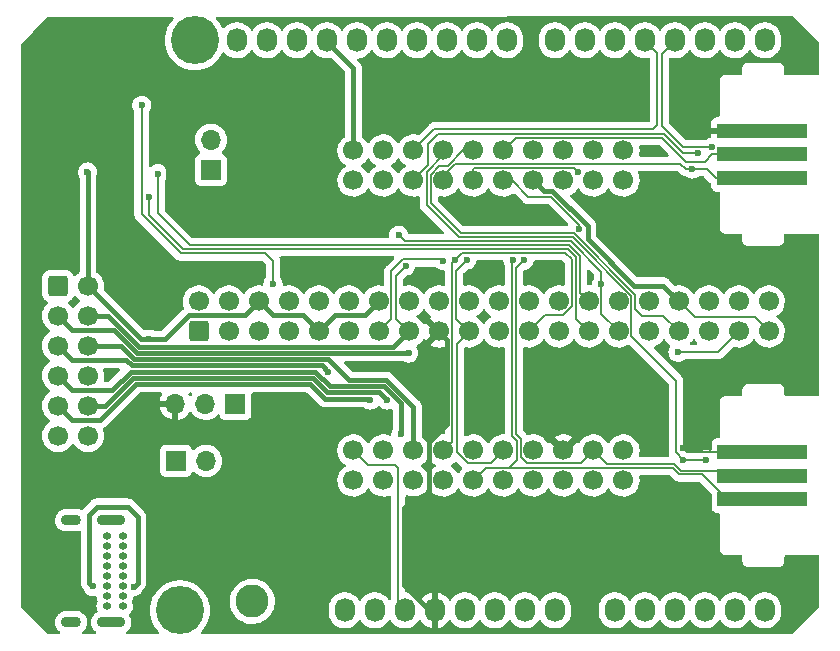
<source format=gbr>
%TF.GenerationSoftware,KiCad,Pcbnew,(6.0.0-0)*%
%TF.CreationDate,2022-08-30T21:51:56-06:00*%
%TF.ProjectId,FlippyControl,466c6970-7079-4436-9f6e-74726f6c2e6b,A*%
%TF.SameCoordinates,Original*%
%TF.FileFunction,Copper,L2,Bot*%
%TF.FilePolarity,Positive*%
%FSLAX46Y46*%
G04 Gerber Fmt 4.6, Leading zero omitted, Abs format (unit mm)*
G04 Created by KiCad (PCBNEW (6.0.0-0)) date 2022-08-30 21:51:56*
%MOMM*%
%LPD*%
G01*
G04 APERTURE LIST*
G04 Aperture macros list*
%AMRoundRect*
0 Rectangle with rounded corners*
0 $1 Rounding radius*
0 $2 $3 $4 $5 $6 $7 $8 $9 X,Y pos of 4 corners*
0 Add a 4 corners polygon primitive as box body*
4,1,4,$2,$3,$4,$5,$6,$7,$8,$9,$2,$3,0*
0 Add four circle primitives for the rounded corners*
1,1,$1+$1,$2,$3*
1,1,$1+$1,$4,$5*
1,1,$1+$1,$6,$7*
1,1,$1+$1,$8,$9*
0 Add four rect primitives between the rounded corners*
20,1,$1+$1,$2,$3,$4,$5,0*
20,1,$1+$1,$4,$5,$6,$7,0*
20,1,$1+$1,$6,$7,$8,$9,0*
20,1,$1+$1,$8,$9,$2,$3,0*%
G04 Aperture macros list end*
%TA.AperFunction,ComponentPad*%
%ADD10O,1.727200X2.032000*%
%TD*%
%TA.AperFunction,ComponentPad*%
%ADD11C,4.064000*%
%TD*%
%TA.AperFunction,ComponentPad*%
%ADD12C,1.700000*%
%TD*%
%TA.AperFunction,ComponentPad*%
%ADD13R,1.700000X1.700000*%
%TD*%
%TA.AperFunction,ComponentPad*%
%ADD14O,1.700000X1.700000*%
%TD*%
%TA.AperFunction,ComponentPad*%
%ADD15C,2.800000*%
%TD*%
%TA.AperFunction,ComponentPad*%
%ADD16O,0.700000X0.600000*%
%TD*%
%TA.AperFunction,ComponentPad*%
%ADD17O,2.400000X0.900000*%
%TD*%
%TA.AperFunction,ComponentPad*%
%ADD18O,1.700000X0.900000*%
%TD*%
%TA.AperFunction,ComponentPad*%
%ADD19RoundRect,0.250000X-0.600000X-0.600000X0.600000X-0.600000X0.600000X0.600000X-0.600000X0.600000X0*%
%TD*%
%TA.AperFunction,SMDPad,CuDef*%
%ADD20R,7.599172X1.299972*%
%TD*%
%TA.AperFunction,ComponentPad*%
%ADD21RoundRect,0.250000X0.600000X-0.600000X0.600000X0.600000X-0.600000X0.600000X-0.600000X-0.600000X0*%
%TD*%
%TA.AperFunction,ViaPad*%
%ADD22C,0.600000*%
%TD*%
%TA.AperFunction,Conductor*%
%ADD23C,0.200000*%
%TD*%
%TA.AperFunction,Conductor*%
%ADD24C,0.400000*%
%TD*%
G04 APERTURE END LIST*
D10*
%TO.P,P1,1,Pin_1*%
%TO.N,unconnected-(P1-Pad1)*%
X138938000Y-123825000D03*
%TO.P,P1,2,Pin_2*%
%TO.N,/IOREF*%
X141478000Y-123825000D03*
%TO.P,P1,3,Pin_3*%
%TO.N,/Reset*%
X144018000Y-123825000D03*
%TO.P,P1,4,Pin_4*%
%TO.N,+3V3*%
X146558000Y-123825000D03*
%TO.P,P1,5,Pin_5*%
%TO.N,+5V*%
X149098000Y-123825000D03*
%TO.P,P1,6,Pin_6*%
%TO.N,GND*%
X151638000Y-123825000D03*
%TO.P,P1,7,Pin_7*%
X154178000Y-123825000D03*
%TO.P,P1,8,Pin_8*%
%TO.N,/Vin*%
X156718000Y-123825000D03*
%TD*%
%TO.P,P2,1,Pin_1*%
%TO.N,/A0*%
X161798000Y-123825000D03*
%TO.P,P2,2,Pin_2*%
%TO.N,/A1*%
X164338000Y-123825000D03*
%TO.P,P2,3,Pin_3*%
%TO.N,/A2*%
X166878000Y-123825000D03*
%TO.P,P2,4,Pin_4*%
%TO.N,NUNCHUCK2_DET*%
X169418000Y-123825000D03*
%TO.P,P2,5,Pin_5*%
%TO.N,NUNCHUCK1_SDA*%
X171958000Y-123825000D03*
%TO.P,P2,6,Pin_6*%
%TO.N,NUNCHUCK1_SCL*%
X174498000Y-123825000D03*
%TD*%
%TO.P,P3,1,Pin_1*%
%TO.N,NUNCHUCK1_SCL*%
X129794000Y-75565000D03*
%TO.P,P3,2,Pin_2*%
%TO.N,NUNCHUCK1_SDA*%
X132334000Y-75565000D03*
%TO.P,P3,3,Pin_3*%
%TO.N,/AREF*%
X134874000Y-75565000D03*
%TO.P,P3,4,Pin_4*%
%TO.N,GND*%
X137414000Y-75565000D03*
%TO.P,P3,5,Pin_5*%
%TO.N,MAX3000_SCK*%
X139954000Y-75565000D03*
%TO.P,P3,6,Pin_6*%
%TO.N,/12(MISO)*%
X142494000Y-75565000D03*
%TO.P,P3,7,Pin_7*%
%TO.N,MAX3000_MOSI*%
X145034000Y-75565000D03*
%TO.P,P3,8,Pin_8*%
%TO.N,NUNCHUCK1_DET*%
X147574000Y-75565000D03*
%TO.P,P3,9,Pin_9*%
%TO.N,MAX3000_LED_PWM*%
X150114000Y-75565000D03*
%TO.P,P3,10,Pin_10*%
%TO.N,NUNCHUCK2_SCL*%
X152654000Y-75565000D03*
%TD*%
%TO.P,P4,1,Pin_1*%
%TO.N,NUNCHUCK2_SDA*%
X156718000Y-75565000D03*
%TO.P,P4,2,Pin_2*%
%TO.N,MAX3000_LATCH*%
X159258000Y-75565000D03*
%TO.P,P4,3,Pin_3*%
%TO.N,MAX3000_RST*%
X161798000Y-75565000D03*
%TO.P,P4,4,Pin_4*%
%TO.N,MAX3000_PULSE*%
X164338000Y-75565000D03*
%TO.P,P4,5,Pin_5*%
%TO.N,MAX3000_COL*%
X166878000Y-75565000D03*
%TO.P,P4,6,Pin_6*%
%TO.N,MAX3000_ROW*%
X169418000Y-75565000D03*
%TO.P,P4,7,Pin_7*%
%TO.N,/1(Tx)*%
X171958000Y-75565000D03*
%TO.P,P4,8,Pin_8*%
%TO.N,/0(Rx)*%
X174498000Y-75565000D03*
%TD*%
D11*
%TO.P,P5,1,Pin_1*%
%TO.N,unconnected-(P5-Pad1)*%
X124968000Y-123825000D03*
%TD*%
%TO.P,P7,1,Pin_1*%
%TO.N,unconnected-(P7-Pad1)*%
X126238000Y-75565000D03*
%TD*%
D12*
%TO.P,U1,1,GND*%
%TO.N,GND*%
X139668000Y-112835000D03*
%TO.P,U1,2,RST*%
%TO.N,/Reset*%
X139668000Y-110295000D03*
%TO.P,U1,3,NC*%
%TO.N,unconnected-(U1-Pad3)*%
X142208000Y-112835000D03*
%TO.P,U1,4,IO_36/SVP/A0*%
%TO.N,unconnected-(U1-Pad4)*%
X142208000Y-110295000D03*
%TO.P,U1,5,IO_39/SVN*%
%TO.N,unconnected-(U1-Pad5)*%
X144748000Y-112835000D03*
%TO.P,U1,6,IO_26/D0*%
%TO.N,MAX3000_COL*%
X144748000Y-110295000D03*
%TO.P,U1,7,IO_35*%
%TO.N,unconnected-(U1-Pad7)*%
X147288000Y-112835000D03*
%TO.P,U1,8,IO_18/D5*%
%TO.N,MAX3000_SCK*%
X147288000Y-110295000D03*
%TO.P,U1,9,IO_33*%
%TO.N,NUNCHUCK2_SCL*%
X149828000Y-112835000D03*
%TO.P,U1,10,IO_19/D6*%
%TO.N,unconnected-(U1-Pad10)*%
X149828000Y-110295000D03*
%TO.P,U1,11,IO_34*%
%TO.N,unconnected-(U1-Pad11)*%
X152368000Y-112835000D03*
%TO.P,U1,12,IO_23/D7*%
%TO.N,MAX3000_MOSI*%
X152368000Y-110295000D03*
%TO.P,U1,13,IO_14/TMS*%
%TO.N,unconnected-(U1-Pad13)*%
X154908000Y-112835000D03*
%TO.P,U1,14,IO_05/D8*%
%TO.N,unconnected-(U1-Pad14)*%
X154908000Y-110295000D03*
%TO.P,U1,15,NC*%
%TO.N,unconnected-(U1-Pad15)*%
X157448000Y-112835000D03*
%TO.P,U1,16,3V3*%
%TO.N,+3V3*%
X157448000Y-110295000D03*
%TO.P,U1,17,IO_09/SD2*%
%TO.N,unconnected-(U1-Pad17)*%
X159988000Y-112835000D03*
%TO.P,U1,18,IO_13/TCK*%
%TO.N,NUNCHUCK2_SDA*%
X159988000Y-110295000D03*
%TO.P,U1,19,CMD*%
%TO.N,unconnected-(U1-Pad19)*%
X162528000Y-112835000D03*
%TO.P,U1,20,IO_10/SD3*%
%TO.N,unconnected-(U1-Pad20)*%
X162528000Y-110295000D03*
%TO.P,U1,21,TXD*%
%TO.N,unconnected-(U1-Pad21)*%
X139668000Y-87435000D03*
%TO.P,U1,22,GND*%
%TO.N,GND*%
X139668000Y-84895000D03*
%TO.P,U1,23,RXD*%
%TO.N,unconnected-(U1-Pad23)*%
X142208000Y-87435000D03*
%TO.P,U1,24,IO_27*%
%TO.N,MAX3000_ROW*%
X142208000Y-84895000D03*
%TO.P,U1,25,IO_22/D1/SCL*%
%TO.N,NUNCHUCK1_SCL*%
X144748000Y-87435000D03*
%TO.P,U1,26,IO_25*%
%TO.N,MAX3000_PULSE*%
X144748000Y-84895000D03*
%TO.P,U1,27,IO_21/D2/SDA*%
%TO.N,NUNCHUCK1_SDA*%
X147288000Y-87435000D03*
%TO.P,U1,28,IO_32*%
%TO.N,NUNCHUCK2_DET*%
X147288000Y-84895000D03*
%TO.P,U1,29,IO_17/D3*%
%TO.N,MAX3000_RST*%
X149828000Y-87435000D03*
%TO.P,U1,30,IO_12/TDI*%
%TO.N,MAX3000_LED_PWM*%
X149828000Y-84895000D03*
%TO.P,U1,31,IO_16/D4*%
%TO.N,MAX3000_LATCH*%
X152368000Y-87435000D03*
%TO.P,U1,32,IO_04*%
%TO.N,NUNCHUCK1_DET*%
X152368000Y-84895000D03*
%TO.P,U1,33,GND*%
%TO.N,GND*%
X154908000Y-87435000D03*
%TO.P,U1,34,IO_00*%
%TO.N,unconnected-(U1-Pad34)*%
X154908000Y-84895000D03*
%TO.P,U1,35,VCC_(USB)*%
%TO.N,+5V*%
X157448000Y-87435000D03*
%TO.P,U1,36,IO_02*%
%TO.N,unconnected-(U1-Pad36)*%
X157448000Y-84895000D03*
%TO.P,U1,37,TD0*%
%TO.N,unconnected-(U1-Pad37)*%
X159988000Y-87435000D03*
%TO.P,U1,38,SD1*%
%TO.N,unconnected-(U1-Pad38)*%
X159988000Y-84895000D03*
%TO.P,U1,39,SD0*%
%TO.N,unconnected-(U1-Pad39)*%
X162528000Y-87435000D03*
%TO.P,U1,40,CLK*%
%TO.N,unconnected-(U1-Pad40)*%
X162528000Y-84895000D03*
%TD*%
D13*
%TO.P,JP2,1,A*%
%TO.N,MAX3000_AUX_5V*%
X124648000Y-111165000D03*
D14*
%TO.P,JP2,2,B*%
%TO.N,VBUS*%
X127188000Y-111165000D03*
%TD*%
D13*
%TO.P,J6,1,Pin_1*%
%TO.N,GND*%
X127598000Y-86540000D03*
D14*
%TO.P,J6,2,Pin_2*%
%TO.N,Net-(J6-Pad2)*%
X127598000Y-84000000D03*
%TD*%
D15*
%TO.P,TP7,1,1*%
%TO.N,GND*%
X131098000Y-123065000D03*
%TD*%
D16*
%TO.P,J4,A1,GND*%
%TO.N,GND*%
X120123000Y-117540000D03*
%TO.P,J4,A4,VBUS*%
%TO.N,VBUS*%
X120123000Y-118390000D03*
%TO.P,J4,A5,CC1*%
%TO.N,Net-(J4-PadA5)*%
X120123000Y-119240000D03*
%TO.P,J4,A6,D+*%
%TO.N,unconnected-(J4-PadA6)*%
X120123000Y-120090000D03*
%TO.P,J4,A7,D-*%
%TO.N,unconnected-(J4-PadA7)*%
X120123000Y-120940000D03*
%TO.P,J4,A8,SBU1*%
%TO.N,unconnected-(J4-PadA8)*%
X120123000Y-121790000D03*
%TO.P,J4,A9,VBUS*%
%TO.N,VBUS*%
X120123000Y-122640000D03*
%TO.P,J4,A12,GND*%
%TO.N,GND*%
X120123000Y-123490000D03*
%TO.P,J4,B1,GND*%
X118773000Y-123490000D03*
%TO.P,J4,B4,VBUS*%
%TO.N,VBUS*%
X118773000Y-122640000D03*
%TO.P,J4,B5,CC2*%
%TO.N,Net-(J4-PadB5)*%
X118773000Y-121790000D03*
%TO.P,J4,B6,D+*%
%TO.N,unconnected-(J4-PadB6)*%
X118773000Y-120940000D03*
%TO.P,J4,B7,D-*%
%TO.N,unconnected-(J4-PadB7)*%
X118773000Y-120090000D03*
%TO.P,J4,B8,SBU2*%
%TO.N,unconnected-(J4-PadB8)*%
X118773000Y-119240000D03*
%TO.P,J4,B9,VBUS*%
%TO.N,VBUS*%
X118773000Y-118390000D03*
%TO.P,J4,B12,GND*%
%TO.N,GND*%
X118773000Y-117540000D03*
D17*
%TO.P,J4,S1,SHIELD*%
X119143000Y-124840000D03*
D18*
X115763000Y-124840000D03*
D17*
X119143000Y-116190000D03*
D18*
X115763000Y-116190000D03*
%TD*%
D19*
%TO.P,J3,1,Pin_1*%
%TO.N,Net-(J3-Pad1)*%
X114645500Y-96365000D03*
D12*
%TO.P,J3,2,Pin_2*%
%TO.N,GND*%
X117185500Y-96365000D03*
%TO.P,J3,3,Pin_3*%
%TO.N,MAX3000_MOSI*%
X114645500Y-98905000D03*
%TO.P,J3,4,Pin_4*%
%TO.N,MAX3000_PULSE*%
X117185500Y-98905000D03*
%TO.P,J3,5,Pin_5*%
%TO.N,MAX3000_LATCH*%
X114645500Y-101445000D03*
%TO.P,J3,6,Pin_6*%
%TO.N,MAX3000_COL*%
X117185500Y-101445000D03*
%TO.P,J3,7,Pin_7*%
%TO.N,MAX3000_SCK*%
X114645500Y-103985000D03*
%TO.P,J3,8,Pin_8*%
%TO.N,MAX3000_ROW*%
X117185500Y-103985000D03*
%TO.P,J3,9,Pin_9*%
%TO.N,MAX3000_RST*%
X114645500Y-106525000D03*
%TO.P,J3,10,Pin_10*%
%TO.N,MAX3000_LED_PWM*%
X117185500Y-106525000D03*
%TO.P,J3,11,Pin_11*%
%TO.N,MAX3000_AUX_5V*%
X114645500Y-109065000D03*
%TO.P,J3,12,Pin_12*%
%TO.N,GND*%
X117185500Y-109065000D03*
%TD*%
D20*
%TO.P,J1,2,DET*%
%TO.N,NUNCHUCK1_DET*%
X174274300Y-85215000D03*
%TO.P,J1,4,VCC*%
%TO.N,+3V3*%
X174274300Y-83215004D03*
%TO.P,J1,5,SDA*%
%TO.N,NUNCHUCK1_SDA*%
X174274300Y-87215123D03*
%TD*%
D21*
%TO.P,J5,1,P3V3*%
%TO.N,+3V3*%
X126568000Y-100217500D03*
D12*
%TO.P,J5,2,P5V*%
%TO.N,+5V*%
X126568000Y-97677500D03*
%TO.P,J5,3,BCM2*%
%TO.N,MAX3000_SDA*%
X129108000Y-100217500D03*
%TO.P,J5,4,P5V*%
%TO.N,+5V*%
X129108000Y-97677500D03*
%TO.P,J5,5,BCM3*%
%TO.N,MAX3000_SCL*%
X131648000Y-100217500D03*
%TO.P,J5,6,GND*%
%TO.N,GND*%
X131648000Y-97677500D03*
%TO.P,J5,7,BCM4*%
%TO.N,unconnected-(J5-Pad7)*%
X134188000Y-100217500D03*
%TO.P,J5,8,BCM14*%
%TO.N,unconnected-(J5-Pad8)*%
X134188000Y-97677500D03*
%TO.P,J5,9,GND*%
%TO.N,GND*%
X136728000Y-100217500D03*
%TO.P,J5,10,BCM15*%
%TO.N,unconnected-(J5-Pad10)*%
X136728000Y-97677500D03*
%TO.P,J5,11,BCM17*%
%TO.N,MAX3000_LATCH*%
X139268000Y-100217500D03*
%TO.P,J5,12,BCM18*%
%TO.N,unconnected-(J5-Pad12)*%
X139268000Y-97677500D03*
%TO.P,J5,13,BCM27*%
%TO.N,MAX3000_RST*%
X141808000Y-100217500D03*
%TO.P,J5,14,GND*%
%TO.N,GND*%
X141808000Y-97677500D03*
%TO.P,J5,15,BCM22*%
%TO.N,MAX3000_PULSE*%
X144348000Y-100217500D03*
%TO.P,J5,16,BCM23*%
%TO.N,unconnected-(J5-Pad16)*%
X144348000Y-97677500D03*
%TO.P,J5,17,P3V3*%
%TO.N,+3V3*%
X146888000Y-100217500D03*
%TO.P,J5,18,BCM24*%
%TO.N,unconnected-(J5-Pad18)*%
X146888000Y-97677500D03*
%TO.P,J5,19,BCM10*%
%TO.N,MAX3000_MOSI*%
X149428000Y-100217500D03*
%TO.P,J5,20,GND*%
%TO.N,GND*%
X149428000Y-97677500D03*
%TO.P,J5,21,BCM9*%
%TO.N,unconnected-(J5-Pad21)*%
X151968000Y-100217500D03*
%TO.P,J5,22,BCM25*%
%TO.N,unconnected-(J5-Pad22)*%
X151968000Y-97677500D03*
%TO.P,J5,23,BCM11*%
%TO.N,MAX3000_SCK*%
X154508000Y-100217500D03*
%TO.P,J5,24,BCM8*%
%TO.N,unconnected-(J5-Pad24)*%
X154508000Y-97677500D03*
%TO.P,J5,25,GND*%
%TO.N,GND*%
X157048000Y-100217500D03*
%TO.P,J5,26,BCM7*%
%TO.N,unconnected-(J5-Pad26)*%
X157048000Y-97677500D03*
%TO.P,J5,27,BCM0*%
%TO.N,EEPROM_SDA*%
X159588000Y-100217500D03*
%TO.P,J5,28,BCM1*%
%TO.N,EEPROM_SCL*%
X159588000Y-97677500D03*
%TO.P,J5,29,BCM5*%
%TO.N,MAX3000_ROW*%
X162128000Y-100217500D03*
%TO.P,J5,30,GND*%
%TO.N,GND*%
X162128000Y-97677500D03*
%TO.P,J5,31,BCM6*%
%TO.N,unconnected-(J5-Pad31)*%
X164668000Y-100217500D03*
%TO.P,J5,32,BCM12*%
%TO.N,unconnected-(J5-Pad32)*%
X164668000Y-97677500D03*
%TO.P,J5,33,BCM13*%
%TO.N,MAX3000_LED_PWM*%
X167208000Y-100217500D03*
%TO.P,J5,34,GND*%
%TO.N,GND*%
X167208000Y-97677500D03*
%TO.P,J5,35,BCM19*%
%TO.N,unconnected-(J5-Pad35)*%
X169748000Y-100217500D03*
%TO.P,J5,36,BCM16*%
%TO.N,unconnected-(J5-Pad36)*%
X169748000Y-97677500D03*
%TO.P,J5,37,BCM26*%
%TO.N,MAX3000_COL*%
X172288000Y-100217500D03*
%TO.P,J5,38,BCM20*%
%TO.N,unconnected-(J5-Pad38)*%
X172288000Y-97677500D03*
%TO.P,J5,39,GND*%
%TO.N,GND*%
X174828000Y-100217500D03*
%TO.P,J5,40,BCM21*%
%TO.N,unconnected-(J5-Pad40)*%
X174828000Y-97677500D03*
%TD*%
D13*
%TO.P,JP1,1,A*%
%TO.N,+5V*%
X129673000Y-106340000D03*
D14*
%TO.P,JP1,2,C*%
%TO.N,Net-(J3-Pad1)*%
X127133000Y-106340000D03*
%TO.P,JP1,3,B*%
%TO.N,+3V3*%
X124593000Y-106340000D03*
%TD*%
D20*
%TO.P,J2,2,DET*%
%TO.N,NUNCHUCK2_SDA*%
X174298000Y-112415000D03*
%TO.P,J2,4,VCC*%
%TO.N,+3V3*%
X174298000Y-110415004D03*
%TO.P,J2,5,SDA*%
%TO.N,NUNCHUCK2_SCL*%
X174298000Y-114415123D03*
%TD*%
D22*
%TO.N,/Reset*%
X132848000Y-96215000D03*
X121748000Y-81065000D03*
%TO.N,GND*%
X117148000Y-86715000D03*
X122398000Y-100865000D03*
%TO.N,MAX3000_MOSI*%
X144348000Y-102038500D03*
X149248000Y-94165000D03*
%TO.N,MAX3000_PULSE*%
X144097495Y-94661999D03*
%TO.N,MAX3000_LATCH*%
X158748000Y-91565000D03*
X137498000Y-103615000D03*
%TO.N,MAX3000_COL*%
X167148000Y-101965000D03*
X169998000Y-84615000D03*
%TO.N,MAX3000_SCK*%
X143698000Y-108915000D03*
X148248000Y-94165000D03*
%TO.N,MAX3000_ROW*%
X160664511Y-96198489D03*
X143498000Y-92065000D03*
%TO.N,MAX3000_RST*%
X141098000Y-106015000D03*
X147248000Y-94215000D03*
X158698000Y-86715000D03*
%TO.N,MAX3000_LED_PWM*%
X142498000Y-106015000D03*
%TO.N,+3V3*%
X124023000Y-86890000D03*
X167598000Y-110115000D03*
X118498000Y-82865000D03*
X168848000Y-83215000D03*
X146048000Y-114315000D03*
%TO.N,Net-(J4-PadB5)*%
X117588858Y-121799142D03*
X121073000Y-121815000D03*
%TO.N,NUNCHUCK1_SCL*%
X168848000Y-85141500D03*
%TO.N,NUNCHUCK1_SDA*%
X168348000Y-86465000D03*
%TO.N,NUNCHUCK2_SDA*%
X154112869Y-94191500D03*
%TO.N,NUNCHUCK2_DET*%
X169548000Y-111065000D03*
X167598000Y-111065000D03*
%TO.N,NUNCHUCK2_SCL*%
X153167368Y-94165000D03*
%TO.N,EEPROM_SDA*%
X122348000Y-88865000D03*
%TO.N,EEPROM_SCL*%
X123098000Y-86865000D03*
%TD*%
D23*
%TO.N,/Reset*%
X121723000Y-81090000D02*
X121748000Y-81065000D01*
X140898000Y-111525000D02*
X139668000Y-110295000D01*
X143448000Y-123255000D02*
X143448000Y-111815000D01*
X143158000Y-111525000D02*
X140898000Y-111525000D01*
X132848000Y-96215000D02*
X132848000Y-94265000D01*
X144018000Y-123825000D02*
X143448000Y-123255000D01*
X143448000Y-111815000D02*
X143158000Y-111525000D01*
X125048000Y-93615000D02*
X121723000Y-90290000D01*
X132848000Y-94265000D02*
X132198000Y-93615000D01*
X121723000Y-90290000D02*
X121723000Y-81090000D01*
X132198000Y-93615000D02*
X125048000Y-93615000D01*
%TO.N,GND*%
X168545500Y-99015000D02*
X173625500Y-99015000D01*
D24*
X132824511Y-98854011D02*
X135364511Y-98854011D01*
X117185500Y-86752500D02*
X117148000Y-86715000D01*
X159498000Y-91265000D02*
X156518000Y-88285000D01*
X139668000Y-84895000D02*
X139668000Y-77935000D01*
X163424250Y-96341250D02*
X159498000Y-92415000D01*
X122398000Y-100865000D02*
X123748000Y-100865000D01*
X156518000Y-88285000D02*
X155758000Y-88285000D01*
X165871750Y-96341250D02*
X163424250Y-96341250D01*
X167208000Y-97677500D02*
X165871750Y-96341250D01*
X139668000Y-77935000D02*
X137414000Y-75681000D01*
X117185500Y-96365000D02*
X117185500Y-86752500D01*
X159498000Y-92415000D02*
X159498000Y-91265000D01*
X135364511Y-98854011D02*
X136728000Y-100217500D01*
X130471489Y-98854011D02*
X131648000Y-97677500D01*
D23*
X173625500Y-99015000D02*
X174828000Y-100217500D01*
D24*
X131648000Y-97677500D02*
X132824511Y-98854011D01*
X140631489Y-98854011D02*
X138091489Y-98854011D01*
X137414000Y-75681000D02*
X137414000Y-75565000D01*
D23*
X167208000Y-97677500D02*
X168545500Y-99015000D01*
D24*
X121685500Y-100865000D02*
X122398000Y-100865000D01*
X125758989Y-98854011D02*
X130471489Y-98854011D01*
X123748000Y-100865000D02*
X125758989Y-98854011D01*
X141808000Y-97677500D02*
X140631489Y-98854011D01*
X155758000Y-88285000D02*
X154908000Y-87435000D01*
X117185500Y-96365000D02*
X121685500Y-100865000D01*
X138091489Y-98854011D02*
X136728000Y-100217500D01*
%TO.N,MAX3000_MOSI*%
X119353707Y-100081511D02*
X121313706Y-102041510D01*
D23*
X149428000Y-100217500D02*
X148398000Y-101247500D01*
X148398000Y-101247500D02*
X148398000Y-110387418D01*
D24*
X144344990Y-102041510D02*
X144348000Y-102038500D01*
X115822011Y-100081511D02*
X119353707Y-100081511D01*
D23*
X151291489Y-111371511D02*
X152368000Y-110295000D01*
D24*
X114645500Y-98905000D02*
X115822011Y-100081511D01*
D23*
X148398000Y-110387418D02*
X149382093Y-111371511D01*
X149428000Y-100217500D02*
X148351489Y-99140989D01*
D24*
X121313706Y-102041510D02*
X144344990Y-102041510D01*
D23*
X149382093Y-111371511D02*
X151291489Y-111371511D01*
X148351489Y-95061511D02*
X149248000Y-94165000D01*
X148351489Y-99140989D02*
X148351489Y-95061511D01*
D24*
%TO.N,MAX3000_PULSE*%
X143050500Y-101515000D02*
X144348000Y-100217500D01*
X117185500Y-98905000D02*
X118921794Y-98905000D01*
X118921794Y-98905000D02*
X121531793Y-101514999D01*
D23*
X165398000Y-76625000D02*
X165398000Y-82715000D01*
X164998000Y-83115000D02*
X146528000Y-83115000D01*
X143262420Y-95497074D02*
X144097495Y-94661999D01*
X164338000Y-75565000D02*
X165398000Y-76625000D01*
X144348000Y-100217500D02*
X143262420Y-99131920D01*
D24*
X121531793Y-101514999D02*
X143050500Y-101515000D01*
D23*
X146528000Y-83115000D02*
X144748000Y-84895000D01*
X143262420Y-99131920D02*
X143262420Y-95497074D01*
X165398000Y-82715000D02*
X164998000Y-83115000D01*
D24*
%TO.N,MAX3000_LATCH*%
X136977532Y-103094532D02*
X137498000Y-103615000D01*
X120877532Y-103094532D02*
X136977532Y-103094532D01*
D23*
X158748000Y-91165000D02*
X156398000Y-88815000D01*
D24*
X120404511Y-102621511D02*
X120877532Y-103094532D01*
D23*
X153068000Y-87435000D02*
X152368000Y-87435000D01*
D24*
X115822011Y-102621511D02*
X120404511Y-102621511D01*
X114645500Y-101445000D02*
X115822011Y-102621511D01*
D23*
X154448000Y-88815000D02*
X153068000Y-87435000D01*
X156398000Y-88815000D02*
X154448000Y-88815000D01*
X158748000Y-91565000D02*
X158748000Y-91165000D01*
D24*
%TO.N,MAX3000_COL*%
X137501021Y-102568021D02*
X139248000Y-104315000D01*
X117185500Y-101445000D02*
X119972598Y-101445000D01*
D23*
X165748000Y-82815000D02*
X167471499Y-84538499D01*
D24*
X142448000Y-104315000D02*
X144748000Y-106615000D01*
X144748000Y-106615000D02*
X144748000Y-110295000D01*
D23*
X167548000Y-84615000D02*
X167471499Y-84538499D01*
D24*
X139248000Y-104315000D02*
X142448000Y-104315000D01*
D23*
X170540500Y-101965000D02*
X172288000Y-100217500D01*
D24*
X121095619Y-102568021D02*
X137501021Y-102568021D01*
D23*
X165748000Y-76695000D02*
X165748000Y-82815000D01*
X166878000Y-75565000D02*
X165748000Y-76695000D01*
X169998000Y-84615000D02*
X167548000Y-84615000D01*
X167148000Y-101965000D02*
X170540500Y-101965000D01*
D24*
X119972598Y-101445000D02*
X121095619Y-102568021D01*
D23*
%TO.N,MAX3000_SCK*%
X157382918Y-98865000D02*
X155860500Y-98865000D01*
X148848000Y-93565000D02*
X157598000Y-93565000D01*
D24*
X119262293Y-105161511D02*
X120802761Y-103621043D01*
D23*
X157598000Y-93565000D02*
X158148000Y-94115000D01*
X155860500Y-98865000D02*
X154508000Y-100217500D01*
D24*
X137663707Y-104841511D02*
X142229913Y-104841511D01*
D23*
X148248000Y-94165000D02*
X148848000Y-93565000D01*
X158148000Y-94115000D02*
X158148000Y-98099918D01*
X147288000Y-110295000D02*
X148024978Y-109558022D01*
X148024978Y-109558022D02*
X148024978Y-94388022D01*
D24*
X136443241Y-103621045D02*
X137663707Y-104841511D01*
D23*
X148024978Y-94388022D02*
X148248000Y-94165000D01*
D24*
X114645500Y-103985000D02*
X115822011Y-105161511D01*
X120802761Y-103621043D02*
X136443241Y-103621045D01*
D23*
X158148000Y-98099918D02*
X157382918Y-98865000D01*
D24*
X143698000Y-106309598D02*
X143698000Y-108915000D01*
X115822011Y-105161511D02*
X119262293Y-105161511D01*
X142229913Y-104841511D02*
X143698000Y-106309598D01*
D23*
%TO.N,MAX3000_ROW*%
X160664511Y-96198489D02*
X160664511Y-95157999D01*
X158091979Y-92585467D02*
X144018467Y-92585467D01*
X160664511Y-98754011D02*
X160664511Y-96198489D01*
X144018467Y-92585467D02*
X143498000Y-92065000D01*
X160664511Y-95157999D02*
X158091979Y-92585467D01*
X162128000Y-100217500D02*
X160664511Y-98754011D01*
D24*
%TO.N,MAX3000_RST*%
X118211489Y-107701511D02*
X115822011Y-107701511D01*
X121238935Y-104674065D02*
X118211489Y-107701511D01*
D23*
X149828000Y-87435000D02*
X149828000Y-86485000D01*
D24*
X115822011Y-107701511D02*
X114645500Y-106525000D01*
X141098000Y-106015000D02*
X140998000Y-105915000D01*
D23*
X147148000Y-94115000D02*
X147248000Y-94215000D01*
X142884511Y-99140989D02*
X142884511Y-95130397D01*
D24*
X140998000Y-105915000D02*
X137248000Y-105915000D01*
D23*
X149828000Y-86485000D02*
X149954511Y-86358489D01*
D24*
X137248000Y-105915000D02*
X136007065Y-104674065D01*
D23*
X158341489Y-86358489D02*
X158698000Y-86715000D01*
D24*
X136007065Y-104674065D02*
X121238935Y-104674065D01*
D23*
X149954511Y-86358489D02*
X158341489Y-86358489D01*
X141808000Y-100217500D02*
X142884511Y-99140989D01*
X143899908Y-94115000D02*
X147148000Y-94115000D01*
X142884511Y-95130397D02*
X143899908Y-94115000D01*
D24*
%TO.N,MAX3000_LED_PWM*%
X141851022Y-105368022D02*
X142498000Y-106015000D01*
X121020848Y-104147554D02*
X136225153Y-104147555D01*
D23*
X165905500Y-98915000D02*
X164098000Y-98915000D01*
X148748000Y-91915000D02*
X146211489Y-89378489D01*
X163531022Y-98348022D02*
X163531022Y-97096348D01*
X148956244Y-84895000D02*
X149828000Y-84895000D01*
X146211489Y-89378489D02*
X146211489Y-86951511D01*
X146948000Y-86215000D02*
X147636244Y-86215000D01*
X164098000Y-98915000D02*
X163531022Y-98348022D01*
D24*
X137445620Y-105368022D02*
X141851022Y-105368022D01*
D23*
X147636244Y-86215000D02*
X148956244Y-84895000D01*
X163531022Y-97096348D02*
X158349674Y-91915000D01*
X146211489Y-86951511D02*
X146948000Y-86215000D01*
X167208000Y-100217500D02*
X165905500Y-98915000D01*
D24*
X136225153Y-104147555D02*
X137445620Y-105368022D01*
X118643402Y-106525000D02*
X121020848Y-104147554D01*
D23*
X158349674Y-91915000D02*
X148748000Y-91915000D01*
D24*
X117185500Y-106525000D02*
X118643402Y-106525000D01*
%TO.N,+3V3*%
X146058000Y-123825000D02*
X143948000Y-121715000D01*
D23*
X174298000Y-110415004D02*
X167898004Y-110415004D01*
D24*
X146558000Y-123825000D02*
X146058000Y-123825000D01*
D23*
X174274300Y-83215004D02*
X168848004Y-83215004D01*
D24*
X143948000Y-121715000D02*
X143948000Y-115165000D01*
X147598000Y-100927500D02*
X147598000Y-108065000D01*
D23*
X167898004Y-110415004D02*
X167598000Y-110115000D01*
D24*
X146048000Y-109615000D02*
X146048000Y-114315000D01*
X144798000Y-114315000D02*
X146048000Y-114315000D01*
X143948000Y-115165000D02*
X144798000Y-114315000D01*
X147598000Y-108065000D02*
X146048000Y-109615000D01*
D23*
X168848004Y-83215004D02*
X168848000Y-83215000D01*
D24*
X146888000Y-100217500D02*
X147598000Y-100927500D01*
%TO.N,Net-(J4-PadB5)*%
X117588858Y-121799142D02*
X117298000Y-121508284D01*
X117298000Y-115715000D02*
X117948000Y-115065000D01*
X117298000Y-121508284D02*
X117298000Y-115715000D01*
X121398000Y-121490000D02*
X121073000Y-121815000D01*
X120548000Y-115065000D02*
X121398000Y-115915000D01*
X117948000Y-115065000D02*
X120548000Y-115065000D01*
X121398000Y-115915000D02*
X121398000Y-121490000D01*
D23*
%TO.N,NUNCHUCK1_DET*%
X152368000Y-84895000D02*
X153444511Y-83818489D01*
X167821489Y-85838489D02*
X169424511Y-85838489D01*
X169424511Y-85838489D02*
X170048000Y-85215000D01*
X170048000Y-85215000D02*
X174274300Y-85215000D01*
X165801489Y-83818489D02*
X167821489Y-85838489D01*
X153444511Y-83818489D02*
X165801489Y-83818489D01*
%TO.N,NUNCHUCK1_SCL*%
X145998000Y-84315000D02*
X146821022Y-83491978D01*
X146821022Y-83491978D02*
X165936734Y-83491978D01*
X165936734Y-83491978D02*
X167586256Y-85141500D01*
X167586256Y-85141500D02*
X168848000Y-85141500D01*
X144748000Y-87391488D02*
X145998000Y-86141488D01*
X145998000Y-86141488D02*
X145998000Y-84315000D01*
X144748000Y-87435000D02*
X144748000Y-87391488D01*
%TO.N,NUNCHUCK1_SDA*%
X169598000Y-86465000D02*
X168348000Y-86465000D01*
X147288000Y-87025000D02*
X148294978Y-86018022D01*
X170348123Y-87215123D02*
X169598000Y-86465000D01*
X147288000Y-87435000D02*
X147288000Y-87025000D01*
X167798000Y-86465000D02*
X168348000Y-86465000D01*
X148294978Y-86018022D02*
X167351022Y-86018022D01*
X174274300Y-87215123D02*
X170348123Y-87215123D01*
X167351022Y-86018022D02*
X167798000Y-86465000D01*
%TO.N,NUNCHUCK2_SDA*%
X161124978Y-111431978D02*
X159988000Y-110295000D01*
X153824511Y-109291511D02*
X153431489Y-108898489D01*
X153431489Y-94872880D02*
X154112869Y-94191500D01*
X154373359Y-111371511D02*
X153824511Y-110822663D01*
X167382999Y-111988489D02*
X166826488Y-111431978D01*
X174298000Y-112415000D02*
X173871489Y-111988489D01*
X153824511Y-110822663D02*
X153824511Y-109291511D01*
X153431489Y-108898489D02*
X153431489Y-94872880D01*
X158911489Y-111371511D02*
X154373359Y-111371511D01*
X173871489Y-111988489D02*
X167382999Y-111988489D01*
X159988000Y-110295000D02*
X158911489Y-111371511D01*
X166826488Y-111431978D02*
X161124978Y-111431978D01*
%TO.N,NUNCHUCK2_DET*%
X147288000Y-84895000D02*
X147288000Y-85313244D01*
X163204511Y-97231593D02*
X163204511Y-100621511D01*
X158214429Y-92241511D02*
X163204511Y-97231593D01*
X167598000Y-111065000D02*
X169548000Y-111065000D01*
X147288000Y-85313244D02*
X145871489Y-86729755D01*
X166973000Y-110440000D02*
X167598000Y-111065000D01*
X163204511Y-100621511D02*
X166973000Y-104390000D01*
X148612755Y-92241511D02*
X158214429Y-92241511D01*
X145871489Y-86729755D02*
X145871489Y-89500245D01*
X145871489Y-89500245D02*
X148612755Y-92241511D01*
X166973000Y-104390000D02*
X166973000Y-110440000D01*
%TO.N,NUNCHUCK2_SCL*%
X152241489Y-111758489D02*
X166691243Y-111758489D01*
X153498000Y-109465000D02*
X153498000Y-111065000D01*
X153167368Y-94165000D02*
X153071489Y-94260879D01*
X153071489Y-109038489D02*
X153498000Y-109465000D01*
X152804511Y-111758489D02*
X152241489Y-111758489D01*
X169198000Y-112315000D02*
X171298123Y-114415123D01*
X166691243Y-111758489D02*
X167247754Y-112315000D01*
X153071489Y-94260879D02*
X153071489Y-109038489D01*
X171298123Y-114415123D02*
X174298000Y-114415123D01*
X167247754Y-112315000D02*
X169198000Y-112315000D01*
X149828000Y-112835000D02*
X150904511Y-111758489D01*
X153498000Y-111065000D02*
X152804511Y-111758489D01*
X150904511Y-111758489D02*
X152241489Y-111758489D01*
%TO.N,EEPROM_SDA*%
X122348000Y-88865000D02*
X122348000Y-90365000D01*
X158511489Y-93928489D02*
X158511489Y-99140989D01*
X157821489Y-93238489D02*
X158511489Y-93928489D01*
X158511489Y-99140989D02*
X159588000Y-100217500D01*
X122348000Y-90365000D02*
X125221489Y-93238489D01*
X125221489Y-93238489D02*
X157821489Y-93238489D01*
%TO.N,EEPROM_SCL*%
X125818490Y-92911978D02*
X157956734Y-92911978D01*
X123098000Y-90191488D02*
X125818490Y-92911978D01*
X123098000Y-86865000D02*
X123098000Y-90191488D01*
X158848000Y-93803244D02*
X158848000Y-96937500D01*
X158848000Y-96937500D02*
X159588000Y-97677500D01*
X157956734Y-92911978D02*
X158848000Y-93803244D01*
%TD*%
%TA.AperFunction,Conductor*%
%TO.N,+3V3*%
G36*
X124391780Y-73598636D02*
G01*
X124438319Y-73652252D01*
X124448484Y-73722517D01*
X124419047Y-73787123D01*
X124410009Y-73796538D01*
X124382394Y-73822470D01*
X124178629Y-74068779D01*
X124176505Y-74072126D01*
X124176502Y-74072130D01*
X124136521Y-74135130D01*
X124007341Y-74338685D01*
X124005657Y-74342264D01*
X124005653Y-74342271D01*
X123902875Y-74560687D01*
X123871233Y-74627930D01*
X123870007Y-74631702D01*
X123870007Y-74631703D01*
X123854882Y-74678252D01*
X123772449Y-74931954D01*
X123712549Y-75245961D01*
X123692477Y-75565000D01*
X123712549Y-75884039D01*
X123772449Y-76198046D01*
X123773676Y-76201822D01*
X123868201Y-76492737D01*
X123871233Y-76502070D01*
X123872920Y-76505656D01*
X123872922Y-76505660D01*
X124005653Y-76787729D01*
X124005657Y-76787736D01*
X124007341Y-76791315D01*
X124009465Y-76794661D01*
X124009465Y-76794662D01*
X124167521Y-77043717D01*
X124178629Y-77061221D01*
X124382394Y-77307530D01*
X124615423Y-77526359D01*
X124618625Y-77528686D01*
X124618627Y-77528687D01*
X124675784Y-77570214D01*
X124874041Y-77714256D01*
X124877510Y-77716163D01*
X124877513Y-77716165D01*
X125145729Y-77863618D01*
X125154169Y-77868258D01*
X125257367Y-77909117D01*
X125447707Y-77984478D01*
X125447710Y-77984479D01*
X125451390Y-77985936D01*
X125455224Y-77986920D01*
X125455232Y-77986923D01*
X125647153Y-78036200D01*
X125761017Y-78065435D01*
X125764945Y-78065931D01*
X125764949Y-78065932D01*
X125890642Y-78081810D01*
X126078165Y-78105500D01*
X126397835Y-78105500D01*
X126585358Y-78081810D01*
X126711051Y-78065932D01*
X126711055Y-78065931D01*
X126714983Y-78065435D01*
X126828847Y-78036200D01*
X127020768Y-77986923D01*
X127020776Y-77986920D01*
X127024610Y-77985936D01*
X127028290Y-77984479D01*
X127028293Y-77984478D01*
X127218633Y-77909117D01*
X127321831Y-77868258D01*
X127330272Y-77863618D01*
X127598487Y-77716165D01*
X127598490Y-77716163D01*
X127601959Y-77714256D01*
X127800216Y-77570214D01*
X127857373Y-77528687D01*
X127857375Y-77528686D01*
X127860577Y-77526359D01*
X128093606Y-77307530D01*
X128297371Y-77061221D01*
X128308480Y-77043717D01*
X128466535Y-76794662D01*
X128466535Y-76794661D01*
X128468659Y-76791315D01*
X128470343Y-76787736D01*
X128470347Y-76787729D01*
X128540177Y-76639332D01*
X128587280Y-76586211D01*
X128655625Y-76566988D01*
X128723512Y-76587767D01*
X128745355Y-76606008D01*
X128881532Y-76748758D01*
X129068350Y-76887754D01*
X129073102Y-76890170D01*
X129196310Y-76952812D01*
X129275916Y-76993286D01*
X129343750Y-77014349D01*
X129493193Y-77060753D01*
X129493199Y-77060754D01*
X129498296Y-77062337D01*
X129622660Y-77078820D01*
X129723848Y-77092232D01*
X129723852Y-77092232D01*
X129729132Y-77092932D01*
X129734462Y-77092732D01*
X129734463Y-77092732D01*
X129845477Y-77088564D01*
X129961822Y-77084197D01*
X130067001Y-77062128D01*
X130184486Y-77037477D01*
X130184489Y-77037476D01*
X130189713Y-77036380D01*
X130406290Y-76950850D01*
X130605359Y-76830051D01*
X130609389Y-76826554D01*
X130777197Y-76680939D01*
X130777199Y-76680937D01*
X130781230Y-76677439D01*
X130784613Y-76673313D01*
X130784617Y-76673309D01*
X130883776Y-76552374D01*
X130928872Y-76497376D01*
X130954845Y-76451748D01*
X131005927Y-76402442D01*
X131075558Y-76388580D01*
X131141629Y-76414563D01*
X131168867Y-76443713D01*
X131260804Y-76580272D01*
X131264483Y-76584129D01*
X131264485Y-76584131D01*
X131349557Y-76673309D01*
X131421532Y-76748758D01*
X131608350Y-76887754D01*
X131613102Y-76890170D01*
X131736310Y-76952812D01*
X131815916Y-76993286D01*
X131883750Y-77014349D01*
X132033193Y-77060753D01*
X132033199Y-77060754D01*
X132038296Y-77062337D01*
X132162660Y-77078820D01*
X132263848Y-77092232D01*
X132263852Y-77092232D01*
X132269132Y-77092932D01*
X132274462Y-77092732D01*
X132274463Y-77092732D01*
X132385477Y-77088564D01*
X132501822Y-77084197D01*
X132607001Y-77062128D01*
X132724486Y-77037477D01*
X132724489Y-77037476D01*
X132729713Y-77036380D01*
X132946290Y-76950850D01*
X133145359Y-76830051D01*
X133149389Y-76826554D01*
X133317197Y-76680939D01*
X133317199Y-76680937D01*
X133321230Y-76677439D01*
X133324613Y-76673313D01*
X133324617Y-76673309D01*
X133423776Y-76552374D01*
X133468872Y-76497376D01*
X133494845Y-76451748D01*
X133545927Y-76402442D01*
X133615558Y-76388580D01*
X133681629Y-76414563D01*
X133708867Y-76443713D01*
X133800804Y-76580272D01*
X133804483Y-76584129D01*
X133804485Y-76584131D01*
X133889557Y-76673309D01*
X133961532Y-76748758D01*
X134148350Y-76887754D01*
X134153102Y-76890170D01*
X134276310Y-76952812D01*
X134355916Y-76993286D01*
X134423750Y-77014349D01*
X134573193Y-77060753D01*
X134573199Y-77060754D01*
X134578296Y-77062337D01*
X134702660Y-77078820D01*
X134803848Y-77092232D01*
X134803852Y-77092232D01*
X134809132Y-77092932D01*
X134814462Y-77092732D01*
X134814463Y-77092732D01*
X134925477Y-77088564D01*
X135041822Y-77084197D01*
X135147001Y-77062128D01*
X135264486Y-77037477D01*
X135264489Y-77037476D01*
X135269713Y-77036380D01*
X135486290Y-76950850D01*
X135685359Y-76830051D01*
X135689389Y-76826554D01*
X135857197Y-76680939D01*
X135857199Y-76680937D01*
X135861230Y-76677439D01*
X135864613Y-76673313D01*
X135864617Y-76673309D01*
X135963776Y-76552374D01*
X136008872Y-76497376D01*
X136034845Y-76451748D01*
X136085927Y-76402442D01*
X136155558Y-76388580D01*
X136221629Y-76414563D01*
X136248867Y-76443713D01*
X136340804Y-76580272D01*
X136344483Y-76584129D01*
X136344485Y-76584131D01*
X136429557Y-76673309D01*
X136501532Y-76748758D01*
X136688350Y-76887754D01*
X136693102Y-76890170D01*
X136816310Y-76952812D01*
X136895916Y-76993286D01*
X136963750Y-77014349D01*
X137113193Y-77060753D01*
X137113199Y-77060754D01*
X137118296Y-77062337D01*
X137242660Y-77078820D01*
X137343848Y-77092232D01*
X137343852Y-77092232D01*
X137349132Y-77092932D01*
X137354462Y-77092732D01*
X137354463Y-77092732D01*
X137465477Y-77088564D01*
X137581822Y-77084197D01*
X137587041Y-77083102D01*
X137708002Y-77057722D01*
X137778779Y-77063310D01*
X137822971Y-77091942D01*
X138922595Y-78191566D01*
X138956621Y-78253878D01*
X138959500Y-78280661D01*
X138959500Y-83665114D01*
X138939498Y-83733235D01*
X138909153Y-83765874D01*
X138861832Y-83801404D01*
X138762965Y-83875635D01*
X138608629Y-84037138D01*
X138605720Y-84041403D01*
X138605714Y-84041411D01*
X138593404Y-84059457D01*
X138482743Y-84221680D01*
X138388688Y-84424305D01*
X138328989Y-84639570D01*
X138305251Y-84861695D01*
X138305548Y-84866848D01*
X138305548Y-84866851D01*
X138315537Y-85040090D01*
X138318110Y-85084715D01*
X138319247Y-85089761D01*
X138319248Y-85089767D01*
X138325303Y-85116632D01*
X138367222Y-85302639D01*
X138451266Y-85509616D01*
X138494204Y-85579684D01*
X138565291Y-85695688D01*
X138567987Y-85700088D01*
X138714250Y-85868938D01*
X138886126Y-86011632D01*
X138954188Y-86051404D01*
X138959445Y-86054476D01*
X139008169Y-86106114D01*
X139021240Y-86175897D01*
X138994509Y-86241669D01*
X138954055Y-86275027D01*
X138941607Y-86281507D01*
X138937474Y-86284610D01*
X138937471Y-86284612D01*
X138829608Y-86365598D01*
X138762965Y-86415635D01*
X138608629Y-86577138D01*
X138605720Y-86581403D01*
X138605714Y-86581411D01*
X138571888Y-86630998D01*
X138482743Y-86761680D01*
X138463672Y-86802765D01*
X138407640Y-86923477D01*
X138388688Y-86964305D01*
X138328989Y-87179570D01*
X138305251Y-87401695D01*
X138305548Y-87406848D01*
X138305548Y-87406851D01*
X138310937Y-87500316D01*
X138318110Y-87624715D01*
X138319247Y-87629761D01*
X138319248Y-87629767D01*
X138337012Y-87708590D01*
X138367222Y-87842639D01*
X138451266Y-88049616D01*
X138489381Y-88111814D01*
X138565291Y-88235688D01*
X138567987Y-88240088D01*
X138714250Y-88408938D01*
X138886126Y-88551632D01*
X139079000Y-88664338D01*
X139083825Y-88666180D01*
X139083826Y-88666181D01*
X139156612Y-88693975D01*
X139287692Y-88744030D01*
X139292760Y-88745061D01*
X139292763Y-88745062D01*
X139394640Y-88765789D01*
X139506597Y-88788567D01*
X139511772Y-88788757D01*
X139511774Y-88788757D01*
X139724673Y-88796564D01*
X139724677Y-88796564D01*
X139729837Y-88796753D01*
X139734957Y-88796097D01*
X139734959Y-88796097D01*
X139946288Y-88769025D01*
X139946289Y-88769025D01*
X139951416Y-88768368D01*
X139956366Y-88766883D01*
X140160429Y-88705661D01*
X140160434Y-88705659D01*
X140165384Y-88704174D01*
X140365994Y-88605896D01*
X140547860Y-88476173D01*
X140706096Y-88318489D01*
X140765594Y-88235689D01*
X140836453Y-88137077D01*
X140837776Y-88138028D01*
X140884645Y-88094857D01*
X140954580Y-88082625D01*
X141020026Y-88110144D01*
X141047875Y-88141994D01*
X141107987Y-88240088D01*
X141254250Y-88408938D01*
X141426126Y-88551632D01*
X141619000Y-88664338D01*
X141623825Y-88666180D01*
X141623826Y-88666181D01*
X141696612Y-88693975D01*
X141827692Y-88744030D01*
X141832760Y-88745061D01*
X141832763Y-88745062D01*
X141934640Y-88765789D01*
X142046597Y-88788567D01*
X142051772Y-88788757D01*
X142051774Y-88788757D01*
X142264673Y-88796564D01*
X142264677Y-88796564D01*
X142269837Y-88796753D01*
X142274957Y-88796097D01*
X142274959Y-88796097D01*
X142486288Y-88769025D01*
X142486289Y-88769025D01*
X142491416Y-88768368D01*
X142496366Y-88766883D01*
X142700429Y-88705661D01*
X142700434Y-88705659D01*
X142705384Y-88704174D01*
X142905994Y-88605896D01*
X143087860Y-88476173D01*
X143246096Y-88318489D01*
X143305594Y-88235689D01*
X143376453Y-88137077D01*
X143377776Y-88138028D01*
X143424645Y-88094857D01*
X143494580Y-88082625D01*
X143560026Y-88110144D01*
X143587875Y-88141994D01*
X143647987Y-88240088D01*
X143794250Y-88408938D01*
X143966126Y-88551632D01*
X144159000Y-88664338D01*
X144163825Y-88666180D01*
X144163826Y-88666181D01*
X144236612Y-88693975D01*
X144367692Y-88744030D01*
X144372760Y-88745061D01*
X144372763Y-88745062D01*
X144474640Y-88765789D01*
X144586597Y-88788567D01*
X144591772Y-88788757D01*
X144591774Y-88788757D01*
X144804673Y-88796564D01*
X144804677Y-88796564D01*
X144809837Y-88796753D01*
X144814957Y-88796097D01*
X144814959Y-88796097D01*
X145026288Y-88769025D01*
X145026289Y-88769025D01*
X145031416Y-88768368D01*
X145036361Y-88766884D01*
X145036377Y-88766881D01*
X145100781Y-88747558D01*
X145171776Y-88747140D01*
X145231727Y-88785172D01*
X145261599Y-88849579D01*
X145262989Y-88868243D01*
X145262989Y-89452109D01*
X145261911Y-89468552D01*
X145257739Y-89500245D01*
X145262989Y-89540125D01*
X145262989Y-89540130D01*
X145271654Y-89605947D01*
X145278651Y-89659096D01*
X145339965Y-89807121D01*
X145344992Y-89813672D01*
X145344993Y-89813674D01*
X145413009Y-89902314D01*
X145413015Y-89902320D01*
X145437502Y-89934232D01*
X145444057Y-89939262D01*
X145462868Y-89953697D01*
X145475259Y-89964564D01*
X147272567Y-91761872D01*
X147306593Y-91824184D01*
X147301528Y-91894999D01*
X147258981Y-91951835D01*
X147192461Y-91976646D01*
X147183472Y-91976967D01*
X144412128Y-91976967D01*
X144344007Y-91956965D01*
X144297514Y-91903309D01*
X144291475Y-91885438D01*
X144291397Y-91884745D01*
X144289079Y-91878088D01*
X144234064Y-91720106D01*
X144234062Y-91720103D01*
X144231745Y-91713448D01*
X144135626Y-91559624D01*
X144130664Y-91554627D01*
X144012778Y-91435915D01*
X144012774Y-91435912D01*
X144007815Y-91430918D01*
X143996697Y-91423862D01*
X143899439Y-91362141D01*
X143854666Y-91333727D01*
X143825463Y-91323328D01*
X143690425Y-91275243D01*
X143690420Y-91275242D01*
X143683790Y-91272881D01*
X143676802Y-91272048D01*
X143676799Y-91272047D01*
X143553698Y-91257368D01*
X143503680Y-91251404D01*
X143496677Y-91252140D01*
X143496676Y-91252140D01*
X143330288Y-91269628D01*
X143330286Y-91269629D01*
X143323288Y-91270364D01*
X143151579Y-91328818D01*
X143145575Y-91332512D01*
X143003095Y-91420166D01*
X143003092Y-91420168D01*
X142997088Y-91423862D01*
X142992053Y-91428793D01*
X142992050Y-91428795D01*
X142872525Y-91545843D01*
X142867493Y-91550771D01*
X142769235Y-91703238D01*
X142766826Y-91709858D01*
X142766824Y-91709861D01*
X142709646Y-91866956D01*
X142707197Y-91873685D01*
X142684463Y-92053640D01*
X142691120Y-92121530D01*
X142695400Y-92165182D01*
X142682141Y-92234930D01*
X142633278Y-92286437D01*
X142570001Y-92303478D01*
X126122729Y-92303478D01*
X126054608Y-92283476D01*
X126033634Y-92266573D01*
X123743405Y-89976344D01*
X123709379Y-89914032D01*
X123706500Y-89887249D01*
X123706500Y-87448248D01*
X123727552Y-87378521D01*
X123755293Y-87336768D01*
X123821643Y-87236902D01*
X123886055Y-87067338D01*
X123906211Y-86923920D01*
X123910748Y-86891639D01*
X123910748Y-86891636D01*
X123911299Y-86887717D01*
X123911616Y-86865000D01*
X123891397Y-86684745D01*
X123889080Y-86678091D01*
X123834064Y-86520106D01*
X123834062Y-86520103D01*
X123831745Y-86513448D01*
X123735626Y-86359624D01*
X123730664Y-86354627D01*
X123612778Y-86235915D01*
X123612774Y-86235912D01*
X123607815Y-86230918D01*
X123596697Y-86223862D01*
X123502643Y-86164174D01*
X123454666Y-86133727D01*
X123425463Y-86123328D01*
X123290425Y-86075243D01*
X123290420Y-86075242D01*
X123283790Y-86072881D01*
X123276802Y-86072048D01*
X123276799Y-86072047D01*
X123129442Y-86054476D01*
X123103680Y-86051404D01*
X123096677Y-86052140D01*
X123096676Y-86052140D01*
X122930288Y-86069628D01*
X122930286Y-86069629D01*
X122923288Y-86070364D01*
X122751579Y-86128818D01*
X122694158Y-86164144D01*
X122603095Y-86220166D01*
X122603092Y-86220168D01*
X122597088Y-86223862D01*
X122545656Y-86274228D01*
X122482992Y-86307597D01*
X122412234Y-86301791D01*
X122355847Y-86258652D01*
X122331734Y-86191875D01*
X122331500Y-86184203D01*
X122331500Y-83966695D01*
X126235251Y-83966695D01*
X126235548Y-83971848D01*
X126235548Y-83971851D01*
X126240820Y-84063277D01*
X126248110Y-84189715D01*
X126249247Y-84194761D01*
X126249248Y-84194767D01*
X126259357Y-84239621D01*
X126297222Y-84407639D01*
X126381266Y-84614616D01*
X126497987Y-84805088D01*
X126644250Y-84973938D01*
X126648230Y-84977242D01*
X126652981Y-84981187D01*
X126692616Y-85040090D01*
X126694113Y-85111071D01*
X126656997Y-85171593D01*
X126616724Y-85196112D01*
X126501295Y-85239385D01*
X126384739Y-85326739D01*
X126297385Y-85443295D01*
X126246255Y-85579684D01*
X126239500Y-85641866D01*
X126239500Y-87438134D01*
X126246255Y-87500316D01*
X126297385Y-87636705D01*
X126384739Y-87753261D01*
X126501295Y-87840615D01*
X126637684Y-87891745D01*
X126699866Y-87898500D01*
X128496134Y-87898500D01*
X128558316Y-87891745D01*
X128694705Y-87840615D01*
X128811261Y-87753261D01*
X128898615Y-87636705D01*
X128949745Y-87500316D01*
X128956500Y-87438134D01*
X128956500Y-85641866D01*
X128949745Y-85579684D01*
X128898615Y-85443295D01*
X128811261Y-85326739D01*
X128694705Y-85239385D01*
X128682132Y-85234672D01*
X128576203Y-85194960D01*
X128519439Y-85152318D01*
X128494739Y-85085756D01*
X128509947Y-85016408D01*
X128531493Y-84987727D01*
X128554392Y-84964908D01*
X128636096Y-84883489D01*
X128651757Y-84861695D01*
X128763435Y-84706277D01*
X128766453Y-84702077D01*
X128781140Y-84672361D01*
X128863136Y-84506453D01*
X128863137Y-84506451D01*
X128865430Y-84501811D01*
X128930370Y-84288069D01*
X128959529Y-84066590D01*
X128960144Y-84041411D01*
X128961074Y-84003365D01*
X128961074Y-84003361D01*
X128961156Y-84000000D01*
X128942852Y-83777361D01*
X128888431Y-83560702D01*
X128799354Y-83355840D01*
X128678014Y-83168277D01*
X128527670Y-83003051D01*
X128523619Y-82999852D01*
X128523615Y-82999848D01*
X128356414Y-82867800D01*
X128356410Y-82867798D01*
X128352359Y-82864598D01*
X128156789Y-82756638D01*
X128151920Y-82754914D01*
X128151916Y-82754912D01*
X127951087Y-82683795D01*
X127951083Y-82683794D01*
X127946212Y-82682069D01*
X127941119Y-82681162D01*
X127941116Y-82681161D01*
X127731373Y-82643800D01*
X127731367Y-82643799D01*
X127726284Y-82642894D01*
X127652452Y-82641992D01*
X127508081Y-82640228D01*
X127508079Y-82640228D01*
X127502911Y-82640165D01*
X127282091Y-82673955D01*
X127069756Y-82743357D01*
X126871607Y-82846507D01*
X126867474Y-82849610D01*
X126867471Y-82849612D01*
X126719111Y-82961004D01*
X126692965Y-82980635D01*
X126538629Y-83142138D01*
X126412743Y-83326680D01*
X126318688Y-83529305D01*
X126258989Y-83744570D01*
X126235251Y-83966695D01*
X122331500Y-83966695D01*
X122331500Y-81679854D01*
X122351502Y-81611733D01*
X122362236Y-81598737D01*
X122361637Y-81598235D01*
X122366161Y-81592843D01*
X122371266Y-81587982D01*
X122471643Y-81436902D01*
X122536055Y-81267338D01*
X122537035Y-81260366D01*
X122560748Y-81091639D01*
X122560748Y-81091636D01*
X122561299Y-81087717D01*
X122561616Y-81065000D01*
X122541397Y-80884745D01*
X122539080Y-80878091D01*
X122484064Y-80720106D01*
X122484062Y-80720103D01*
X122481745Y-80713448D01*
X122385626Y-80559624D01*
X122371941Y-80545843D01*
X122262778Y-80435915D01*
X122262774Y-80435912D01*
X122257815Y-80430918D01*
X122246697Y-80423862D01*
X122198538Y-80393300D01*
X122104666Y-80333727D01*
X122075463Y-80323328D01*
X121940425Y-80275243D01*
X121940420Y-80275242D01*
X121933790Y-80272881D01*
X121926802Y-80272048D01*
X121926799Y-80272047D01*
X121803698Y-80257368D01*
X121753680Y-80251404D01*
X121746677Y-80252140D01*
X121746676Y-80252140D01*
X121580288Y-80269628D01*
X121580286Y-80269629D01*
X121573288Y-80270364D01*
X121401579Y-80328818D01*
X121395575Y-80332512D01*
X121253095Y-80420166D01*
X121253092Y-80420168D01*
X121247088Y-80423862D01*
X121242053Y-80428793D01*
X121242050Y-80428795D01*
X121122525Y-80545843D01*
X121117493Y-80550771D01*
X121019235Y-80703238D01*
X121016826Y-80709858D01*
X121016824Y-80709861D01*
X120959606Y-80867066D01*
X120957197Y-80873685D01*
X120934463Y-81053640D01*
X120952163Y-81234160D01*
X121009418Y-81406273D01*
X121013065Y-81412295D01*
X121013066Y-81412297D01*
X121096276Y-81549694D01*
X121114500Y-81614965D01*
X121114500Y-90241864D01*
X121113422Y-90258307D01*
X121109250Y-90290000D01*
X121114500Y-90329880D01*
X121114500Y-90329885D01*
X121117193Y-90350338D01*
X121130162Y-90448851D01*
X121191476Y-90596876D01*
X121196503Y-90603427D01*
X121196504Y-90603429D01*
X121264520Y-90692069D01*
X121264526Y-90692075D01*
X121289013Y-90723987D01*
X121295568Y-90729017D01*
X121314379Y-90743452D01*
X121326770Y-90754319D01*
X124583685Y-94011234D01*
X124594552Y-94023625D01*
X124614013Y-94048987D01*
X124645925Y-94073474D01*
X124645928Y-94073477D01*
X124741124Y-94146524D01*
X124889149Y-94207838D01*
X124897336Y-94208916D01*
X124897337Y-94208916D01*
X124905602Y-94210004D01*
X124960953Y-94217291D01*
X125008115Y-94223500D01*
X125008116Y-94223500D01*
X125008126Y-94223501D01*
X125039811Y-94227672D01*
X125048000Y-94228750D01*
X125079693Y-94224578D01*
X125096136Y-94223500D01*
X131893761Y-94223500D01*
X131961882Y-94243502D01*
X131982856Y-94260405D01*
X132202595Y-94480144D01*
X132236621Y-94542456D01*
X132239500Y-94569239D01*
X132239500Y-95630164D01*
X132219498Y-95698285D01*
X132218188Y-95700090D01*
X132217493Y-95700771D01*
X132215894Y-95703253D01*
X132215892Y-95703255D01*
X132204559Y-95720840D01*
X132119235Y-95853238D01*
X132116826Y-95859858D01*
X132116824Y-95859861D01*
X132060662Y-96014164D01*
X132057197Y-96023685D01*
X132034463Y-96203640D01*
X132035151Y-96210654D01*
X132035052Y-96217699D01*
X132031778Y-96217653D01*
X132021371Y-96273214D01*
X131972648Y-96324853D01*
X131903741Y-96341952D01*
X131886981Y-96340112D01*
X131781373Y-96321300D01*
X131781367Y-96321299D01*
X131776284Y-96320394D01*
X131702452Y-96319492D01*
X131558081Y-96317728D01*
X131558079Y-96317728D01*
X131552911Y-96317665D01*
X131332091Y-96351455D01*
X131119756Y-96420857D01*
X130921607Y-96524007D01*
X130917474Y-96527110D01*
X130917471Y-96527112D01*
X130893247Y-96545300D01*
X130742965Y-96658135D01*
X130588629Y-96819638D01*
X130481201Y-96977121D01*
X130426293Y-97022121D01*
X130355768Y-97030292D01*
X130292021Y-96999038D01*
X130271324Y-96974554D01*
X130190822Y-96850117D01*
X130190820Y-96850114D01*
X130188014Y-96845777D01*
X130037670Y-96680551D01*
X130033619Y-96677352D01*
X130033615Y-96677348D01*
X129866414Y-96545300D01*
X129866410Y-96545298D01*
X129862359Y-96542098D01*
X129666789Y-96434138D01*
X129661920Y-96432414D01*
X129661916Y-96432412D01*
X129461087Y-96361295D01*
X129461083Y-96361294D01*
X129456212Y-96359569D01*
X129451119Y-96358662D01*
X129451116Y-96358661D01*
X129241373Y-96321300D01*
X129241367Y-96321299D01*
X129236284Y-96320394D01*
X129162452Y-96319492D01*
X129018081Y-96317728D01*
X129018079Y-96317728D01*
X129012911Y-96317665D01*
X128792091Y-96351455D01*
X128579756Y-96420857D01*
X128381607Y-96524007D01*
X128377474Y-96527110D01*
X128377471Y-96527112D01*
X128353247Y-96545300D01*
X128202965Y-96658135D01*
X128048629Y-96819638D01*
X127941201Y-96977121D01*
X127886293Y-97022121D01*
X127815768Y-97030292D01*
X127752021Y-96999038D01*
X127731324Y-96974554D01*
X127650822Y-96850117D01*
X127650820Y-96850114D01*
X127648014Y-96845777D01*
X127497670Y-96680551D01*
X127493619Y-96677352D01*
X127493615Y-96677348D01*
X127326414Y-96545300D01*
X127326410Y-96545298D01*
X127322359Y-96542098D01*
X127126789Y-96434138D01*
X127121920Y-96432414D01*
X127121916Y-96432412D01*
X126921087Y-96361295D01*
X126921083Y-96361294D01*
X126916212Y-96359569D01*
X126911119Y-96358662D01*
X126911116Y-96358661D01*
X126701373Y-96321300D01*
X126701367Y-96321299D01*
X126696284Y-96320394D01*
X126622452Y-96319492D01*
X126478081Y-96317728D01*
X126478079Y-96317728D01*
X126472911Y-96317665D01*
X126252091Y-96351455D01*
X126039756Y-96420857D01*
X125841607Y-96524007D01*
X125837474Y-96527110D01*
X125837471Y-96527112D01*
X125813247Y-96545300D01*
X125662965Y-96658135D01*
X125508629Y-96819638D01*
X125382743Y-97004180D01*
X125288688Y-97206805D01*
X125228989Y-97422070D01*
X125205251Y-97644195D01*
X125205548Y-97649348D01*
X125205548Y-97649351D01*
X125212826Y-97775576D01*
X125218110Y-97867215D01*
X125219247Y-97872261D01*
X125219248Y-97872267D01*
X125239119Y-97960439D01*
X125267222Y-98085139D01*
X125297147Y-98158836D01*
X125309045Y-98188138D01*
X125316141Y-98258779D01*
X125286380Y-98319359D01*
X125245537Y-98365201D01*
X125240573Y-98370457D01*
X123491435Y-100119595D01*
X123429123Y-100153621D01*
X123402340Y-100156500D01*
X122827158Y-100156500D01*
X122767624Y-100139205D01*
X122766948Y-100140590D01*
X122760609Y-100137498D01*
X122754666Y-100133727D01*
X122705203Y-100116114D01*
X122590425Y-100075243D01*
X122590420Y-100075242D01*
X122583790Y-100072881D01*
X122576802Y-100072048D01*
X122576799Y-100072047D01*
X122453698Y-100057368D01*
X122403680Y-100051404D01*
X122396677Y-100052140D01*
X122396676Y-100052140D01*
X122230288Y-100069628D01*
X122230286Y-100069629D01*
X122223288Y-100070364D01*
X122051579Y-100128818D01*
X122050579Y-100125881D01*
X121994036Y-100134715D01*
X121929101Y-100106010D01*
X121921353Y-100098883D01*
X118556883Y-96734413D01*
X118522857Y-96672101D01*
X118521056Y-96628871D01*
X118546303Y-96437104D01*
X118547029Y-96431590D01*
X118548656Y-96365000D01*
X118530352Y-96142361D01*
X118475931Y-95925702D01*
X118386854Y-95720840D01*
X118335331Y-95641198D01*
X118268322Y-95537617D01*
X118268320Y-95537614D01*
X118265514Y-95533277D01*
X118115170Y-95368051D01*
X118111119Y-95364852D01*
X118111115Y-95364848D01*
X117941908Y-95231216D01*
X117900845Y-95173298D01*
X117894000Y-95132334D01*
X117894000Y-87051173D01*
X117902212Y-87006429D01*
X117933555Y-86923920D01*
X117933556Y-86923918D01*
X117936055Y-86917338D01*
X117939667Y-86891639D01*
X117960748Y-86741639D01*
X117960748Y-86741636D01*
X117961299Y-86737717D01*
X117961616Y-86715000D01*
X117941397Y-86534745D01*
X117939080Y-86528091D01*
X117884064Y-86370106D01*
X117884062Y-86370103D01*
X117881745Y-86363448D01*
X117843218Y-86301791D01*
X117789359Y-86215598D01*
X117785626Y-86209624D01*
X117771941Y-86195843D01*
X117662778Y-86085915D01*
X117662774Y-86085912D01*
X117657815Y-86080918D01*
X117646697Y-86073862D01*
X117548637Y-86011632D01*
X117504666Y-85983727D01*
X117475463Y-85973328D01*
X117340425Y-85925243D01*
X117340420Y-85925242D01*
X117333790Y-85922881D01*
X117326802Y-85922048D01*
X117326799Y-85922047D01*
X117203698Y-85907368D01*
X117153680Y-85901404D01*
X117146677Y-85902140D01*
X117146676Y-85902140D01*
X116980288Y-85919628D01*
X116980286Y-85919629D01*
X116973288Y-85920364D01*
X116801579Y-85978818D01*
X116795575Y-85982512D01*
X116653095Y-86070166D01*
X116653092Y-86070168D01*
X116647088Y-86073862D01*
X116642053Y-86078793D01*
X116642050Y-86078795D01*
X116526819Y-86191638D01*
X116517493Y-86200771D01*
X116419235Y-86353238D01*
X116416826Y-86359858D01*
X116416824Y-86359861D01*
X116389531Y-86434848D01*
X116357197Y-86523685D01*
X116334463Y-86703640D01*
X116352163Y-86884160D01*
X116409418Y-87056273D01*
X116413065Y-87062295D01*
X116413066Y-87062297D01*
X116458776Y-87137773D01*
X116477000Y-87203044D01*
X116477000Y-95135114D01*
X116456998Y-95203235D01*
X116426653Y-95235874D01*
X116327836Y-95310068D01*
X116280465Y-95345635D01*
X116164257Y-95467240D01*
X116146527Y-95485793D01*
X116085003Y-95521223D01*
X116014090Y-95517766D01*
X115956304Y-95476520D01*
X115941333Y-95452194D01*
X115939365Y-95447994D01*
X115937050Y-95441054D01*
X115843978Y-95290652D01*
X115718803Y-95165695D01*
X115664682Y-95132334D01*
X115574468Y-95076725D01*
X115574466Y-95076724D01*
X115568238Y-95072885D01*
X115468405Y-95039772D01*
X115406889Y-95019368D01*
X115406887Y-95019368D01*
X115400361Y-95017203D01*
X115393525Y-95016503D01*
X115393522Y-95016502D01*
X115349560Y-95011998D01*
X115295900Y-95006500D01*
X113995100Y-95006500D01*
X113991854Y-95006837D01*
X113991850Y-95006837D01*
X113896192Y-95016762D01*
X113896188Y-95016763D01*
X113889334Y-95017474D01*
X113882798Y-95019655D01*
X113882796Y-95019655D01*
X113822499Y-95039772D01*
X113721554Y-95073450D01*
X113571152Y-95166522D01*
X113446195Y-95291697D01*
X113442355Y-95297927D01*
X113442354Y-95297928D01*
X113357966Y-95434831D01*
X113353385Y-95442262D01*
X113297703Y-95610139D01*
X113297003Y-95616975D01*
X113297002Y-95616978D01*
X113294365Y-95642716D01*
X113287000Y-95714600D01*
X113287000Y-97015400D01*
X113297974Y-97121166D01*
X113300155Y-97127702D01*
X113300155Y-97127704D01*
X113344228Y-97259806D01*
X113353950Y-97288946D01*
X113447022Y-97439348D01*
X113572197Y-97564305D01*
X113578427Y-97568145D01*
X113578428Y-97568146D01*
X113710167Y-97649351D01*
X113722762Y-97657115D01*
X113729709Y-97659419D01*
X113731776Y-97660383D01*
X113785061Y-97707299D01*
X113804523Y-97775576D01*
X113783982Y-97843536D01*
X113754181Y-97875337D01*
X113740465Y-97885635D01*
X113586129Y-98047138D01*
X113583220Y-98051403D01*
X113583214Y-98051411D01*
X113560206Y-98085139D01*
X113460243Y-98231680D01*
X113437535Y-98280600D01*
X113378033Y-98408788D01*
X113366188Y-98434305D01*
X113306489Y-98649570D01*
X113282751Y-98871695D01*
X113283048Y-98876848D01*
X113283048Y-98876851D01*
X113294911Y-99082599D01*
X113295610Y-99094715D01*
X113296747Y-99099761D01*
X113296748Y-99099767D01*
X113298211Y-99106258D01*
X113344722Y-99312639D01*
X113404664Y-99460259D01*
X113426711Y-99514554D01*
X113428766Y-99519616D01*
X113545487Y-99710088D01*
X113691750Y-99878938D01*
X113863626Y-100021632D01*
X113916002Y-100052238D01*
X113936945Y-100064476D01*
X113985669Y-100116114D01*
X113998740Y-100185897D01*
X113972009Y-100251669D01*
X113931555Y-100285027D01*
X113919107Y-100291507D01*
X113914974Y-100294610D01*
X113914971Y-100294612D01*
X113764998Y-100407215D01*
X113740465Y-100425635D01*
X113586129Y-100587138D01*
X113460243Y-100771680D01*
X113366188Y-100974305D01*
X113306489Y-101189570D01*
X113282751Y-101411695D01*
X113283048Y-101416848D01*
X113283048Y-101416851D01*
X113293453Y-101597312D01*
X113295610Y-101634715D01*
X113296747Y-101639761D01*
X113296748Y-101639767D01*
X113304095Y-101672365D01*
X113344722Y-101852639D01*
X113382894Y-101946646D01*
X113421801Y-102042462D01*
X113428766Y-102059616D01*
X113470151Y-102127151D01*
X113539819Y-102240838D01*
X113545487Y-102250088D01*
X113691750Y-102418938D01*
X113863626Y-102561632D01*
X113892920Y-102578750D01*
X113936945Y-102604476D01*
X113985669Y-102656114D01*
X113998740Y-102725897D01*
X113972009Y-102791669D01*
X113931555Y-102825027D01*
X113919107Y-102831507D01*
X113914974Y-102834610D01*
X113914971Y-102834612D01*
X113744600Y-102962530D01*
X113740465Y-102965635D01*
X113586129Y-103127138D01*
X113460243Y-103311680D01*
X113417543Y-103403669D01*
X113369925Y-103506255D01*
X113366188Y-103514305D01*
X113306489Y-103729570D01*
X113282751Y-103951695D01*
X113283048Y-103956848D01*
X113283048Y-103956851D01*
X113288511Y-104051590D01*
X113295610Y-104174715D01*
X113296747Y-104179761D01*
X113296748Y-104179767D01*
X113316619Y-104267939D01*
X113344722Y-104392639D01*
X113428766Y-104599616D01*
X113431465Y-104604020D01*
X113541984Y-104784371D01*
X113545487Y-104790088D01*
X113691750Y-104958938D01*
X113863626Y-105101632D01*
X113887054Y-105115322D01*
X113936945Y-105144476D01*
X113985669Y-105196114D01*
X113998740Y-105265897D01*
X113972009Y-105331669D01*
X113931555Y-105365027D01*
X113919107Y-105371507D01*
X113914974Y-105374610D01*
X113914971Y-105374612D01*
X113771760Y-105482138D01*
X113740465Y-105505635D01*
X113586129Y-105667138D01*
X113583215Y-105671410D01*
X113583214Y-105671411D01*
X113525567Y-105755918D01*
X113460243Y-105851680D01*
X113436190Y-105903498D01*
X113382699Y-106018736D01*
X113366188Y-106054305D01*
X113306489Y-106269570D01*
X113282751Y-106491695D01*
X113283048Y-106496848D01*
X113283048Y-106496851D01*
X113291634Y-106645760D01*
X113295610Y-106714715D01*
X113296747Y-106719761D01*
X113296748Y-106719767D01*
X113317043Y-106809820D01*
X113344722Y-106932639D01*
X113428766Y-107139616D01*
X113477391Y-107218965D01*
X113537614Y-107317240D01*
X113545487Y-107330088D01*
X113691750Y-107498938D01*
X113821229Y-107606433D01*
X113855914Y-107635229D01*
X113863626Y-107641632D01*
X113893459Y-107659065D01*
X113936945Y-107684476D01*
X113985669Y-107736114D01*
X113998740Y-107805897D01*
X113972009Y-107871669D01*
X113931555Y-107905027D01*
X113919107Y-107911507D01*
X113914974Y-107914610D01*
X113914971Y-107914612D01*
X113744600Y-108042530D01*
X113740465Y-108045635D01*
X113736893Y-108049373D01*
X113602181Y-108190341D01*
X113586129Y-108207138D01*
X113583215Y-108211410D01*
X113583214Y-108211411D01*
X113539890Y-108274922D01*
X113460243Y-108391680D01*
X113434312Y-108447544D01*
X113385251Y-108553238D01*
X113366188Y-108594305D01*
X113306489Y-108809570D01*
X113282751Y-109031695D01*
X113283048Y-109036848D01*
X113283048Y-109036851D01*
X113290808Y-109171427D01*
X113295610Y-109254715D01*
X113296747Y-109259761D01*
X113296748Y-109259767D01*
X113308451Y-109311694D01*
X113344722Y-109472639D01*
X113428766Y-109679616D01*
X113470419Y-109747587D01*
X113542791Y-109865688D01*
X113545487Y-109870088D01*
X113691750Y-110038938D01*
X113863626Y-110181632D01*
X114056500Y-110294338D01*
X114061325Y-110296180D01*
X114061326Y-110296181D01*
X114134112Y-110323975D01*
X114265192Y-110374030D01*
X114270260Y-110375061D01*
X114270263Y-110375062D01*
X114352848Y-110391864D01*
X114484097Y-110418567D01*
X114489272Y-110418757D01*
X114489274Y-110418757D01*
X114702173Y-110426564D01*
X114702177Y-110426564D01*
X114707337Y-110426753D01*
X114712457Y-110426097D01*
X114712459Y-110426097D01*
X114923788Y-110399025D01*
X114923789Y-110399025D01*
X114928916Y-110398368D01*
X114950595Y-110391864D01*
X115137929Y-110335661D01*
X115137934Y-110335659D01*
X115142884Y-110334174D01*
X115343494Y-110235896D01*
X115525360Y-110106173D01*
X115559291Y-110072361D01*
X115606709Y-110025107D01*
X115683596Y-109948489D01*
X115696551Y-109930461D01*
X115813953Y-109767077D01*
X115815276Y-109768028D01*
X115862145Y-109724857D01*
X115932080Y-109712625D01*
X115997526Y-109740144D01*
X116025375Y-109771994D01*
X116085487Y-109870088D01*
X116231750Y-110038938D01*
X116403626Y-110181632D01*
X116596500Y-110294338D01*
X116601325Y-110296180D01*
X116601326Y-110296181D01*
X116674112Y-110323975D01*
X116805192Y-110374030D01*
X116810260Y-110375061D01*
X116810263Y-110375062D01*
X116892848Y-110391864D01*
X117024097Y-110418567D01*
X117029272Y-110418757D01*
X117029274Y-110418757D01*
X117242173Y-110426564D01*
X117242177Y-110426564D01*
X117247337Y-110426753D01*
X117252457Y-110426097D01*
X117252459Y-110426097D01*
X117463788Y-110399025D01*
X117463789Y-110399025D01*
X117468916Y-110398368D01*
X117490595Y-110391864D01*
X117677929Y-110335661D01*
X117677934Y-110335659D01*
X117682884Y-110334174D01*
X117883494Y-110235896D01*
X118065360Y-110106173D01*
X118099291Y-110072361D01*
X118146709Y-110025107D01*
X118223596Y-109948489D01*
X118236551Y-109930461D01*
X118350935Y-109771277D01*
X118353953Y-109767077D01*
X118363382Y-109748000D01*
X118450636Y-109571453D01*
X118450637Y-109571451D01*
X118452930Y-109566811D01*
X118498777Y-109415911D01*
X118516365Y-109358023D01*
X118516365Y-109358021D01*
X118517870Y-109353069D01*
X118547029Y-109131590D01*
X118548656Y-109065000D01*
X118530352Y-108842361D01*
X118475931Y-108625702D01*
X118429096Y-108517989D01*
X118420276Y-108447544D01*
X118450943Y-108383512D01*
X118500107Y-108349883D01*
X118542145Y-108333998D01*
X118548408Y-108329694D01*
X118550774Y-108328457D01*
X118565586Y-108320212D01*
X118567840Y-108318879D01*
X118574794Y-108315826D01*
X118625491Y-108276924D01*
X118630821Y-108273052D01*
X118677209Y-108241172D01*
X118677214Y-108241167D01*
X118683470Y-108236868D01*
X118706152Y-108211411D01*
X118724924Y-108190341D01*
X118729905Y-108185065D01*
X120307005Y-106607966D01*
X123261257Y-106607966D01*
X123291565Y-106742446D01*
X123294645Y-106752275D01*
X123374770Y-106949603D01*
X123379413Y-106958794D01*
X123490694Y-107140388D01*
X123496777Y-107148699D01*
X123636213Y-107309667D01*
X123643580Y-107316883D01*
X123807434Y-107452916D01*
X123815881Y-107458831D01*
X123999756Y-107566279D01*
X124009042Y-107570729D01*
X124208001Y-107646703D01*
X124217899Y-107649579D01*
X124321250Y-107670606D01*
X124335299Y-107669410D01*
X124339000Y-107659065D01*
X124339000Y-106612115D01*
X124334525Y-106596876D01*
X124333135Y-106595671D01*
X124325452Y-106594000D01*
X123276225Y-106594000D01*
X123262694Y-106597973D01*
X123261257Y-106607966D01*
X120307005Y-106607966D01*
X121495501Y-105419470D01*
X121557813Y-105385444D01*
X121584596Y-105382565D01*
X123363683Y-105382565D01*
X123431804Y-105402567D01*
X123478297Y-105456223D01*
X123488401Y-105526497D01*
X123467772Y-105579569D01*
X123411093Y-105662657D01*
X123406000Y-105671623D01*
X123316338Y-105864783D01*
X123312775Y-105874470D01*
X123257389Y-106074183D01*
X123258912Y-106082607D01*
X123271292Y-106086000D01*
X124721000Y-106086000D01*
X124789121Y-106106002D01*
X124835614Y-106159658D01*
X124847000Y-106212000D01*
X124847000Y-107658517D01*
X124851064Y-107672359D01*
X124864478Y-107674393D01*
X124871184Y-107673534D01*
X124881262Y-107671392D01*
X125085255Y-107610191D01*
X125094842Y-107606433D01*
X125286095Y-107512739D01*
X125294945Y-107507464D01*
X125468328Y-107383792D01*
X125476200Y-107377139D01*
X125627052Y-107226812D01*
X125633730Y-107218965D01*
X125761022Y-107041819D01*
X125762279Y-107042722D01*
X125809373Y-106999362D01*
X125879311Y-106987145D01*
X125944751Y-107014678D01*
X125972579Y-107046511D01*
X126032987Y-107145088D01*
X126179250Y-107313938D01*
X126351126Y-107456632D01*
X126544000Y-107569338D01*
X126752692Y-107649030D01*
X126757760Y-107650061D01*
X126757763Y-107650062D01*
X126852862Y-107669410D01*
X126971597Y-107693567D01*
X126976772Y-107693757D01*
X126976774Y-107693757D01*
X127189673Y-107701564D01*
X127189677Y-107701564D01*
X127194837Y-107701753D01*
X127199957Y-107701097D01*
X127199959Y-107701097D01*
X127411288Y-107674025D01*
X127411289Y-107674025D01*
X127416416Y-107673368D01*
X127421366Y-107671883D01*
X127625429Y-107610661D01*
X127625434Y-107610659D01*
X127630384Y-107609174D01*
X127830994Y-107510896D01*
X128012860Y-107381173D01*
X128121091Y-107273319D01*
X128183462Y-107239404D01*
X128254268Y-107244592D01*
X128311030Y-107287238D01*
X128328012Y-107318341D01*
X128372385Y-107436705D01*
X128459739Y-107553261D01*
X128576295Y-107640615D01*
X128712684Y-107691745D01*
X128774866Y-107698500D01*
X130571134Y-107698500D01*
X130633316Y-107691745D01*
X130769705Y-107640615D01*
X130886261Y-107553261D01*
X130973615Y-107436705D01*
X131024745Y-107300316D01*
X131031500Y-107238134D01*
X131031500Y-105508565D01*
X131051502Y-105440444D01*
X131105158Y-105393951D01*
X131157500Y-105382565D01*
X135661405Y-105382565D01*
X135729526Y-105402567D01*
X135750496Y-105419466D01*
X136726572Y-106395543D01*
X136732411Y-106401793D01*
X136770439Y-106445385D01*
X136822729Y-106482136D01*
X136827971Y-106486028D01*
X136878282Y-106525476D01*
X136885201Y-106528600D01*
X136887493Y-106529988D01*
X136902165Y-106538357D01*
X136904525Y-106539622D01*
X136910739Y-106543990D01*
X136917818Y-106546750D01*
X136917820Y-106546751D01*
X136970275Y-106567202D01*
X136976344Y-106569753D01*
X137034573Y-106596045D01*
X137042046Y-106597430D01*
X137044612Y-106598234D01*
X137060835Y-106602855D01*
X137063427Y-106603520D01*
X137070509Y-106606282D01*
X137078044Y-106607274D01*
X137133861Y-106614622D01*
X137140377Y-106615654D01*
X137168984Y-106620956D01*
X137203186Y-106627295D01*
X137210766Y-106626858D01*
X137210767Y-106626858D01*
X137265380Y-106623709D01*
X137272633Y-106623500D01*
X140513699Y-106623500D01*
X140582692Y-106644068D01*
X140668893Y-106700476D01*
X140731159Y-106741222D01*
X140737763Y-106743678D01*
X140737765Y-106743679D01*
X140894558Y-106801990D01*
X140894560Y-106801990D01*
X140901168Y-106804448D01*
X140984995Y-106815633D01*
X141073980Y-106827507D01*
X141073984Y-106827507D01*
X141080961Y-106828438D01*
X141087972Y-106827800D01*
X141087976Y-106827800D01*
X141230459Y-106814832D01*
X141261600Y-106811998D01*
X141268302Y-106809820D01*
X141268304Y-106809820D01*
X141427409Y-106758124D01*
X141427412Y-106758123D01*
X141434108Y-106755947D01*
X141589912Y-106663069D01*
X141712839Y-106546007D01*
X141775964Y-106513515D01*
X141846635Y-106520308D01*
X141890367Y-106549726D01*
X141974483Y-106636830D01*
X141974488Y-106636834D01*
X141979382Y-106641902D01*
X142011729Y-106663069D01*
X142068893Y-106700476D01*
X142131159Y-106741222D01*
X142137763Y-106743678D01*
X142137765Y-106743679D01*
X142294558Y-106801990D01*
X142294560Y-106801990D01*
X142301168Y-106804448D01*
X142384995Y-106815633D01*
X142473980Y-106827507D01*
X142473984Y-106827507D01*
X142480961Y-106828438D01*
X142487972Y-106827800D01*
X142487976Y-106827800D01*
X142630459Y-106814832D01*
X142661600Y-106811998D01*
X142668302Y-106809820D01*
X142668304Y-106809820D01*
X142824564Y-106759048D01*
X142895532Y-106757021D01*
X142956329Y-106793683D01*
X142987655Y-106857395D01*
X142989500Y-106878881D01*
X142989500Y-108484710D01*
X142973341Y-108539598D01*
X142976183Y-108541009D01*
X142973053Y-108547313D01*
X142969235Y-108553238D01*
X142966826Y-108559858D01*
X142966824Y-108559861D01*
X142909606Y-108717066D01*
X142907197Y-108723685D01*
X142884463Y-108903640D01*
X142885151Y-108910655D01*
X142885062Y-108917001D01*
X142864109Y-108984835D01*
X142809809Y-109030573D01*
X142739400Y-109039694D01*
X142717016Y-109034013D01*
X142638100Y-109006067D01*
X142561087Y-108978795D01*
X142561083Y-108978794D01*
X142556212Y-108977069D01*
X142551119Y-108976162D01*
X142551116Y-108976161D01*
X142341373Y-108938800D01*
X142341367Y-108938799D01*
X142336284Y-108937894D01*
X142260899Y-108936973D01*
X142118081Y-108935228D01*
X142118079Y-108935228D01*
X142112911Y-108935165D01*
X141892091Y-108968955D01*
X141679756Y-109038357D01*
X141635018Y-109061646D01*
X141494284Y-109134908D01*
X141481607Y-109141507D01*
X141477474Y-109144610D01*
X141477471Y-109144612D01*
X141307100Y-109272530D01*
X141302965Y-109275635D01*
X141148629Y-109437138D01*
X141041201Y-109594621D01*
X140986293Y-109639621D01*
X140915768Y-109647792D01*
X140852021Y-109616538D01*
X140831324Y-109592054D01*
X140750822Y-109467617D01*
X140750820Y-109467614D01*
X140748014Y-109463277D01*
X140597670Y-109298051D01*
X140593619Y-109294852D01*
X140593615Y-109294848D01*
X140426414Y-109162800D01*
X140426410Y-109162798D01*
X140422359Y-109159598D01*
X140226789Y-109051638D01*
X140221920Y-109049914D01*
X140221916Y-109049912D01*
X140021087Y-108978795D01*
X140021083Y-108978794D01*
X140016212Y-108977069D01*
X140011119Y-108976162D01*
X140011116Y-108976161D01*
X139801373Y-108938800D01*
X139801367Y-108938799D01*
X139796284Y-108937894D01*
X139720899Y-108936973D01*
X139578081Y-108935228D01*
X139578079Y-108935228D01*
X139572911Y-108935165D01*
X139352091Y-108968955D01*
X139139756Y-109038357D01*
X139095018Y-109061646D01*
X138954284Y-109134908D01*
X138941607Y-109141507D01*
X138937474Y-109144610D01*
X138937471Y-109144612D01*
X138767100Y-109272530D01*
X138762965Y-109275635D01*
X138608629Y-109437138D01*
X138482743Y-109621680D01*
X138467003Y-109655590D01*
X138392530Y-109816029D01*
X138388688Y-109824305D01*
X138328989Y-110039570D01*
X138305251Y-110261695D01*
X138305548Y-110266848D01*
X138305548Y-110266851D01*
X138314236Y-110417534D01*
X138318110Y-110484715D01*
X138319247Y-110489761D01*
X138319248Y-110489767D01*
X138331982Y-110546269D01*
X138367222Y-110702639D01*
X138451266Y-110909616D01*
X138502655Y-110993476D01*
X138565291Y-111095688D01*
X138567987Y-111100088D01*
X138714250Y-111268938D01*
X138886126Y-111411632D01*
X138948258Y-111447939D01*
X138959445Y-111454476D01*
X139008169Y-111506114D01*
X139021240Y-111575897D01*
X138994509Y-111641669D01*
X138954055Y-111675027D01*
X138941607Y-111681507D01*
X138937474Y-111684610D01*
X138937471Y-111684612D01*
X138913247Y-111702800D01*
X138762965Y-111815635D01*
X138608629Y-111977138D01*
X138605720Y-111981403D01*
X138605714Y-111981411D01*
X138547649Y-112066531D01*
X138482743Y-112161680D01*
X138463782Y-112202529D01*
X138432978Y-112268891D01*
X138388688Y-112364305D01*
X138328989Y-112579570D01*
X138305251Y-112801695D01*
X138305548Y-112806848D01*
X138305548Y-112806851D01*
X138311011Y-112901590D01*
X138318110Y-113024715D01*
X138319247Y-113029761D01*
X138319248Y-113029767D01*
X138339119Y-113117939D01*
X138367222Y-113242639D01*
X138451266Y-113449616D01*
X138502019Y-113532438D01*
X138565291Y-113635688D01*
X138567987Y-113640088D01*
X138714250Y-113808938D01*
X138886126Y-113951632D01*
X139079000Y-114064338D01*
X139287692Y-114144030D01*
X139292760Y-114145061D01*
X139292763Y-114145062D01*
X139400017Y-114166883D01*
X139506597Y-114188567D01*
X139511772Y-114188757D01*
X139511774Y-114188757D01*
X139724673Y-114196564D01*
X139724677Y-114196564D01*
X139729837Y-114196753D01*
X139734957Y-114196097D01*
X139734959Y-114196097D01*
X139946288Y-114169025D01*
X139946289Y-114169025D01*
X139951416Y-114168368D01*
X140011913Y-114150218D01*
X140160429Y-114105661D01*
X140160434Y-114105659D01*
X140165384Y-114104174D01*
X140365994Y-114005896D01*
X140547860Y-113876173D01*
X140706096Y-113718489D01*
X140765594Y-113635689D01*
X140836453Y-113537077D01*
X140837776Y-113538028D01*
X140884645Y-113494857D01*
X140954580Y-113482625D01*
X141020026Y-113510144D01*
X141047875Y-113541994D01*
X141107987Y-113640088D01*
X141254250Y-113808938D01*
X141426126Y-113951632D01*
X141619000Y-114064338D01*
X141827692Y-114144030D01*
X141832760Y-114145061D01*
X141832763Y-114145062D01*
X141940017Y-114166883D01*
X142046597Y-114188567D01*
X142051772Y-114188757D01*
X142051774Y-114188757D01*
X142264673Y-114196564D01*
X142264677Y-114196564D01*
X142269837Y-114196753D01*
X142274957Y-114196097D01*
X142274959Y-114196097D01*
X142486288Y-114169025D01*
X142486289Y-114169025D01*
X142491416Y-114168368D01*
X142677292Y-114112602D01*
X142748288Y-114112185D01*
X142808238Y-114150218D01*
X142838110Y-114214624D01*
X142839500Y-114233288D01*
X142839500Y-122825191D01*
X142819498Y-122893312D01*
X142765842Y-122939805D01*
X142695568Y-122949909D01*
X142630988Y-122920415D01*
X142608980Y-122895558D01*
X142566476Y-122832425D01*
X142551196Y-122809728D01*
X142390468Y-122641242D01*
X142203650Y-122502246D01*
X142076574Y-122437637D01*
X142000842Y-122399133D01*
X142000841Y-122399133D01*
X141996084Y-122396714D01*
X141857299Y-122353620D01*
X141778807Y-122329247D01*
X141778801Y-122329246D01*
X141773704Y-122327663D01*
X141625945Y-122308079D01*
X141548152Y-122297768D01*
X141548148Y-122297768D01*
X141542868Y-122297068D01*
X141537538Y-122297268D01*
X141537537Y-122297268D01*
X141426523Y-122301435D01*
X141310178Y-122305803D01*
X141299331Y-122308079D01*
X141087514Y-122352523D01*
X141087511Y-122352524D01*
X141082287Y-122353620D01*
X140865710Y-122439150D01*
X140666641Y-122559949D01*
X140662611Y-122563446D01*
X140568075Y-122645480D01*
X140490770Y-122712561D01*
X140487387Y-122716687D01*
X140487383Y-122716691D01*
X140398419Y-122825191D01*
X140343128Y-122892624D01*
X140340490Y-122897259D01*
X140340487Y-122897263D01*
X140317155Y-122938252D01*
X140266073Y-122987558D01*
X140196442Y-123001420D01*
X140130371Y-122975437D01*
X140103133Y-122946287D01*
X140026476Y-122832425D01*
X140011196Y-122809728D01*
X139850468Y-122641242D01*
X139663650Y-122502246D01*
X139536574Y-122437637D01*
X139460842Y-122399133D01*
X139460841Y-122399133D01*
X139456084Y-122396714D01*
X139317299Y-122353620D01*
X139238807Y-122329247D01*
X139238801Y-122329246D01*
X139233704Y-122327663D01*
X139085945Y-122308079D01*
X139008152Y-122297768D01*
X139008148Y-122297768D01*
X139002868Y-122297068D01*
X138997538Y-122297268D01*
X138997537Y-122297268D01*
X138886523Y-122301435D01*
X138770178Y-122305803D01*
X138759331Y-122308079D01*
X138547514Y-122352523D01*
X138547511Y-122352524D01*
X138542287Y-122353620D01*
X138325710Y-122439150D01*
X138126641Y-122559949D01*
X138122611Y-122563446D01*
X138028075Y-122645480D01*
X137950770Y-122712561D01*
X137947387Y-122716687D01*
X137947383Y-122716691D01*
X137858419Y-122825191D01*
X137803128Y-122892624D01*
X137800490Y-122897259D01*
X137800487Y-122897263D01*
X137739217Y-123004899D01*
X137687935Y-123094989D01*
X137686114Y-123100005D01*
X137686112Y-123100010D01*
X137610305Y-123308854D01*
X137608485Y-123313869D01*
X137607536Y-123319118D01*
X137607535Y-123319121D01*
X137593049Y-123399229D01*
X137567050Y-123543007D01*
X137565900Y-123567394D01*
X137565900Y-124035868D01*
X137569740Y-124081119D01*
X137579238Y-124193058D01*
X137580626Y-124209420D01*
X137581964Y-124214577D01*
X137581965Y-124214580D01*
X137636227Y-124423640D01*
X137639125Y-124434806D01*
X137641317Y-124439672D01*
X137641318Y-124439675D01*
X137673155Y-124510351D01*
X137734762Y-124647113D01*
X137864804Y-124840272D01*
X137868483Y-124844129D01*
X137868485Y-124844131D01*
X137953223Y-124932959D01*
X138025532Y-125008758D01*
X138212350Y-125147754D01*
X138217102Y-125150170D01*
X138414244Y-125250402D01*
X138419916Y-125253286D01*
X138531106Y-125287812D01*
X138637193Y-125320753D01*
X138637199Y-125320754D01*
X138642296Y-125322337D01*
X138766660Y-125338820D01*
X138867848Y-125352232D01*
X138867852Y-125352232D01*
X138873132Y-125352932D01*
X138878462Y-125352732D01*
X138878463Y-125352732D01*
X138989477Y-125348564D01*
X139105822Y-125344197D01*
X139210005Y-125322337D01*
X139328486Y-125297477D01*
X139328489Y-125297476D01*
X139333713Y-125296380D01*
X139550290Y-125210850D01*
X139749359Y-125090051D01*
X139768680Y-125073285D01*
X139921197Y-124940939D01*
X139921199Y-124940937D01*
X139925230Y-124937439D01*
X139928613Y-124933313D01*
X139928617Y-124933309D01*
X140062660Y-124769830D01*
X140072872Y-124757376D01*
X140098845Y-124711748D01*
X140149927Y-124662442D01*
X140219558Y-124648580D01*
X140285629Y-124674563D01*
X140312867Y-124703713D01*
X140404804Y-124840272D01*
X140408483Y-124844129D01*
X140408485Y-124844131D01*
X140493223Y-124932959D01*
X140565532Y-125008758D01*
X140752350Y-125147754D01*
X140757102Y-125150170D01*
X140954244Y-125250402D01*
X140959916Y-125253286D01*
X141071106Y-125287812D01*
X141177193Y-125320753D01*
X141177199Y-125320754D01*
X141182296Y-125322337D01*
X141306660Y-125338820D01*
X141407848Y-125352232D01*
X141407852Y-125352232D01*
X141413132Y-125352932D01*
X141418462Y-125352732D01*
X141418463Y-125352732D01*
X141529477Y-125348564D01*
X141645822Y-125344197D01*
X141750005Y-125322337D01*
X141868486Y-125297477D01*
X141868489Y-125297476D01*
X141873713Y-125296380D01*
X142090290Y-125210850D01*
X142289359Y-125090051D01*
X142308680Y-125073285D01*
X142461197Y-124940939D01*
X142461199Y-124940937D01*
X142465230Y-124937439D01*
X142468613Y-124933313D01*
X142468617Y-124933309D01*
X142602660Y-124769830D01*
X142612872Y-124757376D01*
X142638845Y-124711748D01*
X142689927Y-124662442D01*
X142759558Y-124648580D01*
X142825629Y-124674563D01*
X142852867Y-124703713D01*
X142944804Y-124840272D01*
X142948483Y-124844129D01*
X142948485Y-124844131D01*
X143033223Y-124932959D01*
X143105532Y-125008758D01*
X143292350Y-125147754D01*
X143297102Y-125150170D01*
X143494244Y-125250402D01*
X143499916Y-125253286D01*
X143611106Y-125287812D01*
X143717193Y-125320753D01*
X143717199Y-125320754D01*
X143722296Y-125322337D01*
X143846660Y-125338820D01*
X143947848Y-125352232D01*
X143947852Y-125352232D01*
X143953132Y-125352932D01*
X143958462Y-125352732D01*
X143958463Y-125352732D01*
X144069477Y-125348564D01*
X144185822Y-125344197D01*
X144290005Y-125322337D01*
X144408486Y-125297477D01*
X144408489Y-125297476D01*
X144413713Y-125296380D01*
X144630290Y-125210850D01*
X144829359Y-125090051D01*
X144848680Y-125073285D01*
X145001197Y-124940939D01*
X145001199Y-124940937D01*
X145005230Y-124937439D01*
X145008613Y-124933313D01*
X145008617Y-124933309D01*
X145142660Y-124769830D01*
X145152872Y-124757376D01*
X145179122Y-124711261D01*
X145230202Y-124661956D01*
X145299832Y-124648094D01*
X145365904Y-124674077D01*
X145393143Y-124703227D01*
X145482215Y-124835530D01*
X145488876Y-124843816D01*
X145642180Y-125004520D01*
X145650148Y-125011569D01*
X145828336Y-125144144D01*
X145837366Y-125149743D01*
X146035347Y-125250402D01*
X146045208Y-125254405D01*
X146257301Y-125320263D01*
X146267696Y-125322548D01*
X146286041Y-125324980D01*
X146300208Y-125322783D01*
X146304000Y-125309599D01*
X146304000Y-125307488D01*
X146812000Y-125307488D01*
X146815973Y-125321019D01*
X146826580Y-125322544D01*
X146948343Y-125296996D01*
X146958539Y-125293936D01*
X147165097Y-125212363D01*
X147174634Y-125207629D01*
X147364503Y-125092414D01*
X147373093Y-125086150D01*
X147540837Y-124940589D01*
X147548257Y-124932959D01*
X147689073Y-124761220D01*
X147695102Y-124752449D01*
X147718533Y-124711285D01*
X147769615Y-124661978D01*
X147839245Y-124648116D01*
X147905316Y-124674099D01*
X147932555Y-124703249D01*
X148024804Y-124840272D01*
X148028483Y-124844129D01*
X148028485Y-124844131D01*
X148113223Y-124932959D01*
X148185532Y-125008758D01*
X148372350Y-125147754D01*
X148377102Y-125150170D01*
X148574244Y-125250402D01*
X148579916Y-125253286D01*
X148691106Y-125287812D01*
X148797193Y-125320753D01*
X148797199Y-125320754D01*
X148802296Y-125322337D01*
X148926660Y-125338820D01*
X149027848Y-125352232D01*
X149027852Y-125352232D01*
X149033132Y-125352932D01*
X149038462Y-125352732D01*
X149038463Y-125352732D01*
X149149477Y-125348564D01*
X149265822Y-125344197D01*
X149370005Y-125322337D01*
X149488486Y-125297477D01*
X149488489Y-125297476D01*
X149493713Y-125296380D01*
X149710290Y-125210850D01*
X149909359Y-125090051D01*
X149928680Y-125073285D01*
X150081197Y-124940939D01*
X150081199Y-124940937D01*
X150085230Y-124937439D01*
X150088613Y-124933313D01*
X150088617Y-124933309D01*
X150222660Y-124769830D01*
X150232872Y-124757376D01*
X150258845Y-124711748D01*
X150309927Y-124662442D01*
X150379558Y-124648580D01*
X150445629Y-124674563D01*
X150472867Y-124703713D01*
X150564804Y-124840272D01*
X150568483Y-124844129D01*
X150568485Y-124844131D01*
X150653223Y-124932959D01*
X150725532Y-125008758D01*
X150912350Y-125147754D01*
X150917102Y-125150170D01*
X151114244Y-125250402D01*
X151119916Y-125253286D01*
X151231106Y-125287812D01*
X151337193Y-125320753D01*
X151337199Y-125320754D01*
X151342296Y-125322337D01*
X151466660Y-125338820D01*
X151567848Y-125352232D01*
X151567852Y-125352232D01*
X151573132Y-125352932D01*
X151578462Y-125352732D01*
X151578463Y-125352732D01*
X151689477Y-125348564D01*
X151805822Y-125344197D01*
X151910005Y-125322337D01*
X152028486Y-125297477D01*
X152028489Y-125297476D01*
X152033713Y-125296380D01*
X152250290Y-125210850D01*
X152449359Y-125090051D01*
X152468680Y-125073285D01*
X152621197Y-124940939D01*
X152621199Y-124940937D01*
X152625230Y-124937439D01*
X152628613Y-124933313D01*
X152628617Y-124933309D01*
X152762660Y-124769830D01*
X152772872Y-124757376D01*
X152798845Y-124711748D01*
X152849927Y-124662442D01*
X152919558Y-124648580D01*
X152985629Y-124674563D01*
X153012867Y-124703713D01*
X153104804Y-124840272D01*
X153108483Y-124844129D01*
X153108485Y-124844131D01*
X153193223Y-124932959D01*
X153265532Y-125008758D01*
X153452350Y-125147754D01*
X153457102Y-125150170D01*
X153654244Y-125250402D01*
X153659916Y-125253286D01*
X153771106Y-125287812D01*
X153877193Y-125320753D01*
X153877199Y-125320754D01*
X153882296Y-125322337D01*
X154006660Y-125338820D01*
X154107848Y-125352232D01*
X154107852Y-125352232D01*
X154113132Y-125352932D01*
X154118462Y-125352732D01*
X154118463Y-125352732D01*
X154229477Y-125348564D01*
X154345822Y-125344197D01*
X154450005Y-125322337D01*
X154568486Y-125297477D01*
X154568489Y-125297476D01*
X154573713Y-125296380D01*
X154790290Y-125210850D01*
X154989359Y-125090051D01*
X155008680Y-125073285D01*
X155161197Y-124940939D01*
X155161199Y-124940937D01*
X155165230Y-124937439D01*
X155168613Y-124933313D01*
X155168617Y-124933309D01*
X155302660Y-124769830D01*
X155312872Y-124757376D01*
X155338845Y-124711748D01*
X155389927Y-124662442D01*
X155459558Y-124648580D01*
X155525629Y-124674563D01*
X155552867Y-124703713D01*
X155644804Y-124840272D01*
X155648483Y-124844129D01*
X155648485Y-124844131D01*
X155733223Y-124932959D01*
X155805532Y-125008758D01*
X155992350Y-125147754D01*
X155997102Y-125150170D01*
X156194244Y-125250402D01*
X156199916Y-125253286D01*
X156311106Y-125287812D01*
X156417193Y-125320753D01*
X156417199Y-125320754D01*
X156422296Y-125322337D01*
X156546660Y-125338820D01*
X156647848Y-125352232D01*
X156647852Y-125352232D01*
X156653132Y-125352932D01*
X156658462Y-125352732D01*
X156658463Y-125352732D01*
X156769477Y-125348564D01*
X156885822Y-125344197D01*
X156990005Y-125322337D01*
X157108486Y-125297477D01*
X157108489Y-125297476D01*
X157113713Y-125296380D01*
X157330290Y-125210850D01*
X157529359Y-125090051D01*
X157548680Y-125073285D01*
X157701197Y-124940939D01*
X157701199Y-124940937D01*
X157705230Y-124937439D01*
X157708613Y-124933313D01*
X157708617Y-124933309D01*
X157842660Y-124769830D01*
X157852872Y-124757376D01*
X157883696Y-124703227D01*
X157965422Y-124559654D01*
X157968065Y-124555011D01*
X157986520Y-124504171D01*
X158045695Y-124341146D01*
X158045696Y-124341142D01*
X158047515Y-124336131D01*
X158088950Y-124106993D01*
X158089376Y-124097972D01*
X158090030Y-124084095D01*
X158090030Y-124084086D01*
X158090100Y-124082606D01*
X158090100Y-124035868D01*
X160425900Y-124035868D01*
X160429740Y-124081119D01*
X160439238Y-124193058D01*
X160440626Y-124209420D01*
X160441964Y-124214577D01*
X160441965Y-124214580D01*
X160496227Y-124423640D01*
X160499125Y-124434806D01*
X160501317Y-124439672D01*
X160501318Y-124439675D01*
X160533155Y-124510351D01*
X160594762Y-124647113D01*
X160724804Y-124840272D01*
X160728483Y-124844129D01*
X160728485Y-124844131D01*
X160813223Y-124932959D01*
X160885532Y-125008758D01*
X161072350Y-125147754D01*
X161077102Y-125150170D01*
X161274244Y-125250402D01*
X161279916Y-125253286D01*
X161391106Y-125287812D01*
X161497193Y-125320753D01*
X161497199Y-125320754D01*
X161502296Y-125322337D01*
X161626660Y-125338820D01*
X161727848Y-125352232D01*
X161727852Y-125352232D01*
X161733132Y-125352932D01*
X161738462Y-125352732D01*
X161738463Y-125352732D01*
X161849477Y-125348564D01*
X161965822Y-125344197D01*
X162070005Y-125322337D01*
X162188486Y-125297477D01*
X162188489Y-125297476D01*
X162193713Y-125296380D01*
X162410290Y-125210850D01*
X162609359Y-125090051D01*
X162628680Y-125073285D01*
X162781197Y-124940939D01*
X162781199Y-124940937D01*
X162785230Y-124937439D01*
X162788613Y-124933313D01*
X162788617Y-124933309D01*
X162922660Y-124769830D01*
X162932872Y-124757376D01*
X162958845Y-124711748D01*
X163009927Y-124662442D01*
X163079558Y-124648580D01*
X163145629Y-124674563D01*
X163172867Y-124703713D01*
X163264804Y-124840272D01*
X163268483Y-124844129D01*
X163268485Y-124844131D01*
X163353223Y-124932959D01*
X163425532Y-125008758D01*
X163612350Y-125147754D01*
X163617102Y-125150170D01*
X163814244Y-125250402D01*
X163819916Y-125253286D01*
X163931106Y-125287812D01*
X164037193Y-125320753D01*
X164037199Y-125320754D01*
X164042296Y-125322337D01*
X164166660Y-125338820D01*
X164267848Y-125352232D01*
X164267852Y-125352232D01*
X164273132Y-125352932D01*
X164278462Y-125352732D01*
X164278463Y-125352732D01*
X164389477Y-125348564D01*
X164505822Y-125344197D01*
X164610005Y-125322337D01*
X164728486Y-125297477D01*
X164728489Y-125297476D01*
X164733713Y-125296380D01*
X164950290Y-125210850D01*
X165149359Y-125090051D01*
X165168680Y-125073285D01*
X165321197Y-124940939D01*
X165321199Y-124940937D01*
X165325230Y-124937439D01*
X165328613Y-124933313D01*
X165328617Y-124933309D01*
X165462660Y-124769830D01*
X165472872Y-124757376D01*
X165498845Y-124711748D01*
X165549927Y-124662442D01*
X165619558Y-124648580D01*
X165685629Y-124674563D01*
X165712867Y-124703713D01*
X165804804Y-124840272D01*
X165808483Y-124844129D01*
X165808485Y-124844131D01*
X165893223Y-124932959D01*
X165965532Y-125008758D01*
X166152350Y-125147754D01*
X166157102Y-125150170D01*
X166354244Y-125250402D01*
X166359916Y-125253286D01*
X166471106Y-125287812D01*
X166577193Y-125320753D01*
X166577199Y-125320754D01*
X166582296Y-125322337D01*
X166706660Y-125338820D01*
X166807848Y-125352232D01*
X166807852Y-125352232D01*
X166813132Y-125352932D01*
X166818462Y-125352732D01*
X166818463Y-125352732D01*
X166929477Y-125348564D01*
X167045822Y-125344197D01*
X167150005Y-125322337D01*
X167268486Y-125297477D01*
X167268489Y-125297476D01*
X167273713Y-125296380D01*
X167490290Y-125210850D01*
X167689359Y-125090051D01*
X167708680Y-125073285D01*
X167861197Y-124940939D01*
X167861199Y-124940937D01*
X167865230Y-124937439D01*
X167868613Y-124933313D01*
X167868617Y-124933309D01*
X168002660Y-124769830D01*
X168012872Y-124757376D01*
X168038845Y-124711748D01*
X168089927Y-124662442D01*
X168159558Y-124648580D01*
X168225629Y-124674563D01*
X168252867Y-124703713D01*
X168344804Y-124840272D01*
X168348483Y-124844129D01*
X168348485Y-124844131D01*
X168433223Y-124932959D01*
X168505532Y-125008758D01*
X168692350Y-125147754D01*
X168697102Y-125150170D01*
X168894244Y-125250402D01*
X168899916Y-125253286D01*
X169011106Y-125287812D01*
X169117193Y-125320753D01*
X169117199Y-125320754D01*
X169122296Y-125322337D01*
X169246660Y-125338820D01*
X169347848Y-125352232D01*
X169347852Y-125352232D01*
X169353132Y-125352932D01*
X169358462Y-125352732D01*
X169358463Y-125352732D01*
X169469477Y-125348564D01*
X169585822Y-125344197D01*
X169690005Y-125322337D01*
X169808486Y-125297477D01*
X169808489Y-125297476D01*
X169813713Y-125296380D01*
X170030290Y-125210850D01*
X170229359Y-125090051D01*
X170248680Y-125073285D01*
X170401197Y-124940939D01*
X170401199Y-124940937D01*
X170405230Y-124937439D01*
X170408613Y-124933313D01*
X170408617Y-124933309D01*
X170542660Y-124769830D01*
X170552872Y-124757376D01*
X170578845Y-124711748D01*
X170629927Y-124662442D01*
X170699558Y-124648580D01*
X170765629Y-124674563D01*
X170792867Y-124703713D01*
X170884804Y-124840272D01*
X170888483Y-124844129D01*
X170888485Y-124844131D01*
X170973223Y-124932959D01*
X171045532Y-125008758D01*
X171232350Y-125147754D01*
X171237102Y-125150170D01*
X171434244Y-125250402D01*
X171439916Y-125253286D01*
X171551106Y-125287812D01*
X171657193Y-125320753D01*
X171657199Y-125320754D01*
X171662296Y-125322337D01*
X171786660Y-125338820D01*
X171887848Y-125352232D01*
X171887852Y-125352232D01*
X171893132Y-125352932D01*
X171898462Y-125352732D01*
X171898463Y-125352732D01*
X172009477Y-125348564D01*
X172125822Y-125344197D01*
X172230005Y-125322337D01*
X172348486Y-125297477D01*
X172348489Y-125297476D01*
X172353713Y-125296380D01*
X172570290Y-125210850D01*
X172769359Y-125090051D01*
X172788680Y-125073285D01*
X172941197Y-124940939D01*
X172941199Y-124940937D01*
X172945230Y-124937439D01*
X172948613Y-124933313D01*
X172948617Y-124933309D01*
X173082660Y-124769830D01*
X173092872Y-124757376D01*
X173118845Y-124711748D01*
X173169927Y-124662442D01*
X173239558Y-124648580D01*
X173305629Y-124674563D01*
X173332867Y-124703713D01*
X173424804Y-124840272D01*
X173428483Y-124844129D01*
X173428485Y-124844131D01*
X173513223Y-124932959D01*
X173585532Y-125008758D01*
X173772350Y-125147754D01*
X173777102Y-125150170D01*
X173974244Y-125250402D01*
X173979916Y-125253286D01*
X174091106Y-125287812D01*
X174197193Y-125320753D01*
X174197199Y-125320754D01*
X174202296Y-125322337D01*
X174326660Y-125338820D01*
X174427848Y-125352232D01*
X174427852Y-125352232D01*
X174433132Y-125352932D01*
X174438462Y-125352732D01*
X174438463Y-125352732D01*
X174549477Y-125348564D01*
X174665822Y-125344197D01*
X174770005Y-125322337D01*
X174888486Y-125297477D01*
X174888489Y-125297476D01*
X174893713Y-125296380D01*
X175110290Y-125210850D01*
X175309359Y-125090051D01*
X175328680Y-125073285D01*
X175481197Y-124940939D01*
X175481199Y-124940937D01*
X175485230Y-124937439D01*
X175488613Y-124933313D01*
X175488617Y-124933309D01*
X175622660Y-124769830D01*
X175632872Y-124757376D01*
X175663696Y-124703227D01*
X175745422Y-124559654D01*
X175748065Y-124555011D01*
X175766520Y-124504171D01*
X175825695Y-124341146D01*
X175825696Y-124341142D01*
X175827515Y-124336131D01*
X175868950Y-124106993D01*
X175869376Y-124097972D01*
X175870030Y-124084095D01*
X175870030Y-124084086D01*
X175870100Y-124082606D01*
X175870100Y-123614132D01*
X175859455Y-123488676D01*
X175855825Y-123445891D01*
X175855824Y-123445887D01*
X175855374Y-123440580D01*
X175854035Y-123435420D01*
X175798217Y-123220363D01*
X175798216Y-123220359D01*
X175796875Y-123215194D01*
X175788164Y-123195855D01*
X175703433Y-123007760D01*
X175701238Y-123002887D01*
X175690153Y-122986421D01*
X175624417Y-122888780D01*
X175571196Y-122809728D01*
X175410468Y-122641242D01*
X175223650Y-122502246D01*
X175096574Y-122437637D01*
X175020842Y-122399133D01*
X175020841Y-122399133D01*
X175016084Y-122396714D01*
X174877299Y-122353620D01*
X174798807Y-122329247D01*
X174798801Y-122329246D01*
X174793704Y-122327663D01*
X174645945Y-122308079D01*
X174568152Y-122297768D01*
X174568148Y-122297768D01*
X174562868Y-122297068D01*
X174557538Y-122297268D01*
X174557537Y-122297268D01*
X174446523Y-122301435D01*
X174330178Y-122305803D01*
X174319331Y-122308079D01*
X174107514Y-122352523D01*
X174107511Y-122352524D01*
X174102287Y-122353620D01*
X173885710Y-122439150D01*
X173686641Y-122559949D01*
X173682611Y-122563446D01*
X173588075Y-122645480D01*
X173510770Y-122712561D01*
X173507387Y-122716687D01*
X173507383Y-122716691D01*
X173418419Y-122825191D01*
X173363128Y-122892624D01*
X173360490Y-122897259D01*
X173360487Y-122897263D01*
X173337155Y-122938252D01*
X173286073Y-122987558D01*
X173216442Y-123001420D01*
X173150371Y-122975437D01*
X173123133Y-122946287D01*
X173046476Y-122832425D01*
X173031196Y-122809728D01*
X172870468Y-122641242D01*
X172683650Y-122502246D01*
X172556574Y-122437637D01*
X172480842Y-122399133D01*
X172480841Y-122399133D01*
X172476084Y-122396714D01*
X172337299Y-122353620D01*
X172258807Y-122329247D01*
X172258801Y-122329246D01*
X172253704Y-122327663D01*
X172105945Y-122308079D01*
X172028152Y-122297768D01*
X172028148Y-122297768D01*
X172022868Y-122297068D01*
X172017538Y-122297268D01*
X172017537Y-122297268D01*
X171906523Y-122301435D01*
X171790178Y-122305803D01*
X171779331Y-122308079D01*
X171567514Y-122352523D01*
X171567511Y-122352524D01*
X171562287Y-122353620D01*
X171345710Y-122439150D01*
X171146641Y-122559949D01*
X171142611Y-122563446D01*
X171048075Y-122645480D01*
X170970770Y-122712561D01*
X170967387Y-122716687D01*
X170967383Y-122716691D01*
X170878419Y-122825191D01*
X170823128Y-122892624D01*
X170820490Y-122897259D01*
X170820487Y-122897263D01*
X170797155Y-122938252D01*
X170746073Y-122987558D01*
X170676442Y-123001420D01*
X170610371Y-122975437D01*
X170583133Y-122946287D01*
X170506476Y-122832425D01*
X170491196Y-122809728D01*
X170330468Y-122641242D01*
X170143650Y-122502246D01*
X170016574Y-122437637D01*
X169940842Y-122399133D01*
X169940841Y-122399133D01*
X169936084Y-122396714D01*
X169797299Y-122353620D01*
X169718807Y-122329247D01*
X169718801Y-122329246D01*
X169713704Y-122327663D01*
X169565945Y-122308079D01*
X169488152Y-122297768D01*
X169488148Y-122297768D01*
X169482868Y-122297068D01*
X169477538Y-122297268D01*
X169477537Y-122297268D01*
X169366523Y-122301435D01*
X169250178Y-122305803D01*
X169239331Y-122308079D01*
X169027514Y-122352523D01*
X169027511Y-122352524D01*
X169022287Y-122353620D01*
X168805710Y-122439150D01*
X168606641Y-122559949D01*
X168602611Y-122563446D01*
X168508075Y-122645480D01*
X168430770Y-122712561D01*
X168427387Y-122716687D01*
X168427383Y-122716691D01*
X168338419Y-122825191D01*
X168283128Y-122892624D01*
X168280490Y-122897259D01*
X168280487Y-122897263D01*
X168257155Y-122938252D01*
X168206073Y-122987558D01*
X168136442Y-123001420D01*
X168070371Y-122975437D01*
X168043133Y-122946287D01*
X167966476Y-122832425D01*
X167951196Y-122809728D01*
X167790468Y-122641242D01*
X167603650Y-122502246D01*
X167476574Y-122437637D01*
X167400842Y-122399133D01*
X167400841Y-122399133D01*
X167396084Y-122396714D01*
X167257299Y-122353620D01*
X167178807Y-122329247D01*
X167178801Y-122329246D01*
X167173704Y-122327663D01*
X167025945Y-122308079D01*
X166948152Y-122297768D01*
X166948148Y-122297768D01*
X166942868Y-122297068D01*
X166937538Y-122297268D01*
X166937537Y-122297268D01*
X166826523Y-122301435D01*
X166710178Y-122305803D01*
X166699331Y-122308079D01*
X166487514Y-122352523D01*
X166487511Y-122352524D01*
X166482287Y-122353620D01*
X166265710Y-122439150D01*
X166066641Y-122559949D01*
X166062611Y-122563446D01*
X165968075Y-122645480D01*
X165890770Y-122712561D01*
X165887387Y-122716687D01*
X165887383Y-122716691D01*
X165798419Y-122825191D01*
X165743128Y-122892624D01*
X165740490Y-122897259D01*
X165740487Y-122897263D01*
X165717155Y-122938252D01*
X165666073Y-122987558D01*
X165596442Y-123001420D01*
X165530371Y-122975437D01*
X165503133Y-122946287D01*
X165426476Y-122832425D01*
X165411196Y-122809728D01*
X165250468Y-122641242D01*
X165063650Y-122502246D01*
X164936574Y-122437637D01*
X164860842Y-122399133D01*
X164860841Y-122399133D01*
X164856084Y-122396714D01*
X164717299Y-122353620D01*
X164638807Y-122329247D01*
X164638801Y-122329246D01*
X164633704Y-122327663D01*
X164485945Y-122308079D01*
X164408152Y-122297768D01*
X164408148Y-122297768D01*
X164402868Y-122297068D01*
X164397538Y-122297268D01*
X164397537Y-122297268D01*
X164286523Y-122301435D01*
X164170178Y-122305803D01*
X164159331Y-122308079D01*
X163947514Y-122352523D01*
X163947511Y-122352524D01*
X163942287Y-122353620D01*
X163725710Y-122439150D01*
X163526641Y-122559949D01*
X163522611Y-122563446D01*
X163428075Y-122645480D01*
X163350770Y-122712561D01*
X163347387Y-122716687D01*
X163347383Y-122716691D01*
X163258419Y-122825191D01*
X163203128Y-122892624D01*
X163200490Y-122897259D01*
X163200487Y-122897263D01*
X163177155Y-122938252D01*
X163126073Y-122987558D01*
X163056442Y-123001420D01*
X162990371Y-122975437D01*
X162963133Y-122946287D01*
X162886476Y-122832425D01*
X162871196Y-122809728D01*
X162710468Y-122641242D01*
X162523650Y-122502246D01*
X162396574Y-122437637D01*
X162320842Y-122399133D01*
X162320841Y-122399133D01*
X162316084Y-122396714D01*
X162177299Y-122353620D01*
X162098807Y-122329247D01*
X162098801Y-122329246D01*
X162093704Y-122327663D01*
X161945945Y-122308079D01*
X161868152Y-122297768D01*
X161868148Y-122297768D01*
X161862868Y-122297068D01*
X161857538Y-122297268D01*
X161857537Y-122297268D01*
X161746523Y-122301435D01*
X161630178Y-122305803D01*
X161619331Y-122308079D01*
X161407514Y-122352523D01*
X161407511Y-122352524D01*
X161402287Y-122353620D01*
X161185710Y-122439150D01*
X160986641Y-122559949D01*
X160982611Y-122563446D01*
X160888075Y-122645480D01*
X160810770Y-122712561D01*
X160807387Y-122716687D01*
X160807383Y-122716691D01*
X160718419Y-122825191D01*
X160663128Y-122892624D01*
X160660490Y-122897259D01*
X160660487Y-122897263D01*
X160599217Y-123004899D01*
X160547935Y-123094989D01*
X160546114Y-123100005D01*
X160546112Y-123100010D01*
X160470305Y-123308854D01*
X160468485Y-123313869D01*
X160467536Y-123319118D01*
X160467535Y-123319121D01*
X160453049Y-123399229D01*
X160427050Y-123543007D01*
X160425900Y-123567394D01*
X160425900Y-124035868D01*
X158090100Y-124035868D01*
X158090100Y-123614132D01*
X158079455Y-123488676D01*
X158075825Y-123445891D01*
X158075824Y-123445887D01*
X158075374Y-123440580D01*
X158074035Y-123435420D01*
X158018217Y-123220363D01*
X158018216Y-123220359D01*
X158016875Y-123215194D01*
X158008164Y-123195855D01*
X157923433Y-123007760D01*
X157921238Y-123002887D01*
X157910153Y-122986421D01*
X157844417Y-122888780D01*
X157791196Y-122809728D01*
X157630468Y-122641242D01*
X157443650Y-122502246D01*
X157316574Y-122437637D01*
X157240842Y-122399133D01*
X157240841Y-122399133D01*
X157236084Y-122396714D01*
X157097299Y-122353620D01*
X157018807Y-122329247D01*
X157018801Y-122329246D01*
X157013704Y-122327663D01*
X156865945Y-122308079D01*
X156788152Y-122297768D01*
X156788148Y-122297768D01*
X156782868Y-122297068D01*
X156777538Y-122297268D01*
X156777537Y-122297268D01*
X156666523Y-122301435D01*
X156550178Y-122305803D01*
X156539331Y-122308079D01*
X156327514Y-122352523D01*
X156327511Y-122352524D01*
X156322287Y-122353620D01*
X156105710Y-122439150D01*
X155906641Y-122559949D01*
X155902611Y-122563446D01*
X155808075Y-122645480D01*
X155730770Y-122712561D01*
X155727387Y-122716687D01*
X155727383Y-122716691D01*
X155638419Y-122825191D01*
X155583128Y-122892624D01*
X155580490Y-122897259D01*
X155580487Y-122897263D01*
X155557155Y-122938252D01*
X155506073Y-122987558D01*
X155436442Y-123001420D01*
X155370371Y-122975437D01*
X155343133Y-122946287D01*
X155266476Y-122832425D01*
X155251196Y-122809728D01*
X155090468Y-122641242D01*
X154903650Y-122502246D01*
X154776574Y-122437637D01*
X154700842Y-122399133D01*
X154700841Y-122399133D01*
X154696084Y-122396714D01*
X154557299Y-122353620D01*
X154478807Y-122329247D01*
X154478801Y-122329246D01*
X154473704Y-122327663D01*
X154325945Y-122308079D01*
X154248152Y-122297768D01*
X154248148Y-122297768D01*
X154242868Y-122297068D01*
X154237538Y-122297268D01*
X154237537Y-122297268D01*
X154126523Y-122301435D01*
X154010178Y-122305803D01*
X153999331Y-122308079D01*
X153787514Y-122352523D01*
X153787511Y-122352524D01*
X153782287Y-122353620D01*
X153565710Y-122439150D01*
X153366641Y-122559949D01*
X153362611Y-122563446D01*
X153268075Y-122645480D01*
X153190770Y-122712561D01*
X153187387Y-122716687D01*
X153187383Y-122716691D01*
X153098419Y-122825191D01*
X153043128Y-122892624D01*
X153040490Y-122897259D01*
X153040487Y-122897263D01*
X153017155Y-122938252D01*
X152966073Y-122987558D01*
X152896442Y-123001420D01*
X152830371Y-122975437D01*
X152803133Y-122946287D01*
X152726476Y-122832425D01*
X152711196Y-122809728D01*
X152550468Y-122641242D01*
X152363650Y-122502246D01*
X152236574Y-122437637D01*
X152160842Y-122399133D01*
X152160841Y-122399133D01*
X152156084Y-122396714D01*
X152017299Y-122353620D01*
X151938807Y-122329247D01*
X151938801Y-122329246D01*
X151933704Y-122327663D01*
X151785945Y-122308079D01*
X151708152Y-122297768D01*
X151708148Y-122297768D01*
X151702868Y-122297068D01*
X151697538Y-122297268D01*
X151697537Y-122297268D01*
X151586523Y-122301435D01*
X151470178Y-122305803D01*
X151459331Y-122308079D01*
X151247514Y-122352523D01*
X151247511Y-122352524D01*
X151242287Y-122353620D01*
X151025710Y-122439150D01*
X150826641Y-122559949D01*
X150822611Y-122563446D01*
X150728075Y-122645480D01*
X150650770Y-122712561D01*
X150647387Y-122716687D01*
X150647383Y-122716691D01*
X150558419Y-122825191D01*
X150503128Y-122892624D01*
X150500490Y-122897259D01*
X150500487Y-122897263D01*
X150477155Y-122938252D01*
X150426073Y-122987558D01*
X150356442Y-123001420D01*
X150290371Y-122975437D01*
X150263133Y-122946287D01*
X150186476Y-122832425D01*
X150171196Y-122809728D01*
X150010468Y-122641242D01*
X149823650Y-122502246D01*
X149696574Y-122437637D01*
X149620842Y-122399133D01*
X149620841Y-122399133D01*
X149616084Y-122396714D01*
X149477299Y-122353620D01*
X149398807Y-122329247D01*
X149398801Y-122329246D01*
X149393704Y-122327663D01*
X149245945Y-122308079D01*
X149168152Y-122297768D01*
X149168148Y-122297768D01*
X149162868Y-122297068D01*
X149157538Y-122297268D01*
X149157537Y-122297268D01*
X149046523Y-122301435D01*
X148930178Y-122305803D01*
X148919331Y-122308079D01*
X148707514Y-122352523D01*
X148707511Y-122352524D01*
X148702287Y-122353620D01*
X148485710Y-122439150D01*
X148286641Y-122559949D01*
X148282611Y-122563446D01*
X148188075Y-122645480D01*
X148110770Y-122712561D01*
X148107387Y-122716687D01*
X148107383Y-122716691D01*
X148018419Y-122825191D01*
X147963128Y-122892624D01*
X147936878Y-122938739D01*
X147885798Y-122988044D01*
X147816168Y-123001906D01*
X147750096Y-122975923D01*
X147722857Y-122946773D01*
X147633785Y-122814470D01*
X147627124Y-122806184D01*
X147473820Y-122645480D01*
X147465852Y-122638431D01*
X147287664Y-122505856D01*
X147278634Y-122500257D01*
X147080653Y-122399598D01*
X147070792Y-122395595D01*
X146858699Y-122329737D01*
X146848304Y-122327452D01*
X146829959Y-122325020D01*
X146815792Y-122327217D01*
X146812000Y-122340401D01*
X146812000Y-125307488D01*
X146304000Y-125307488D01*
X146304000Y-122342512D01*
X146300027Y-122328981D01*
X146289420Y-122327456D01*
X146167657Y-122353004D01*
X146157461Y-122356064D01*
X145950903Y-122437637D01*
X145941366Y-122442371D01*
X145751497Y-122557586D01*
X145742907Y-122563850D01*
X145575163Y-122709411D01*
X145567743Y-122717041D01*
X145426927Y-122888780D01*
X145420898Y-122897551D01*
X145397467Y-122938715D01*
X145346385Y-122988022D01*
X145276755Y-123001884D01*
X145210684Y-122975901D01*
X145183445Y-122946751D01*
X145147005Y-122892624D01*
X145091196Y-122809728D01*
X144930468Y-122641242D01*
X144743650Y-122502246D01*
X144616574Y-122437637D01*
X144540842Y-122399133D01*
X144540841Y-122399133D01*
X144536084Y-122396714D01*
X144397299Y-122353620D01*
X144318807Y-122329247D01*
X144318801Y-122329246D01*
X144313704Y-122327663D01*
X144165945Y-122308079D01*
X144101043Y-122279300D01*
X144062003Y-122220000D01*
X144056500Y-122183171D01*
X144056500Y-114208186D01*
X144076502Y-114140065D01*
X144130158Y-114093572D01*
X144200432Y-114083468D01*
X144227447Y-114090476D01*
X144367692Y-114144030D01*
X144372760Y-114145061D01*
X144372763Y-114145062D01*
X144480017Y-114166883D01*
X144586597Y-114188567D01*
X144591772Y-114188757D01*
X144591774Y-114188757D01*
X144804673Y-114196564D01*
X144804677Y-114196564D01*
X144809837Y-114196753D01*
X144814957Y-114196097D01*
X144814959Y-114196097D01*
X145026288Y-114169025D01*
X145026289Y-114169025D01*
X145031416Y-114168368D01*
X145091913Y-114150218D01*
X145240429Y-114105661D01*
X145240434Y-114105659D01*
X145245384Y-114104174D01*
X145445994Y-114005896D01*
X145627860Y-113876173D01*
X145786096Y-113718489D01*
X145845594Y-113635689D01*
X145916453Y-113537077D01*
X145917776Y-113538028D01*
X145964645Y-113494857D01*
X146034580Y-113482625D01*
X146100026Y-113510144D01*
X146127875Y-113541994D01*
X146187987Y-113640088D01*
X146334250Y-113808938D01*
X146506126Y-113951632D01*
X146699000Y-114064338D01*
X146907692Y-114144030D01*
X146912760Y-114145061D01*
X146912763Y-114145062D01*
X147020017Y-114166883D01*
X147126597Y-114188567D01*
X147131772Y-114188757D01*
X147131774Y-114188757D01*
X147344673Y-114196564D01*
X147344677Y-114196564D01*
X147349837Y-114196753D01*
X147354957Y-114196097D01*
X147354959Y-114196097D01*
X147566288Y-114169025D01*
X147566289Y-114169025D01*
X147571416Y-114168368D01*
X147631913Y-114150218D01*
X147780429Y-114105661D01*
X147780434Y-114105659D01*
X147785384Y-114104174D01*
X147985994Y-114005896D01*
X148167860Y-113876173D01*
X148326096Y-113718489D01*
X148385594Y-113635689D01*
X148456453Y-113537077D01*
X148457776Y-113538028D01*
X148504645Y-113494857D01*
X148574580Y-113482625D01*
X148640026Y-113510144D01*
X148667875Y-113541994D01*
X148727987Y-113640088D01*
X148874250Y-113808938D01*
X149046126Y-113951632D01*
X149239000Y-114064338D01*
X149447692Y-114144030D01*
X149452760Y-114145061D01*
X149452763Y-114145062D01*
X149560017Y-114166883D01*
X149666597Y-114188567D01*
X149671772Y-114188757D01*
X149671774Y-114188757D01*
X149884673Y-114196564D01*
X149884677Y-114196564D01*
X149889837Y-114196753D01*
X149894957Y-114196097D01*
X149894959Y-114196097D01*
X150106288Y-114169025D01*
X150106289Y-114169025D01*
X150111416Y-114168368D01*
X150171913Y-114150218D01*
X150320429Y-114105661D01*
X150320434Y-114105659D01*
X150325384Y-114104174D01*
X150525994Y-114005896D01*
X150707860Y-113876173D01*
X150866096Y-113718489D01*
X150925594Y-113635689D01*
X150996453Y-113537077D01*
X150997776Y-113538028D01*
X151044645Y-113494857D01*
X151114580Y-113482625D01*
X151180026Y-113510144D01*
X151207875Y-113541994D01*
X151267987Y-113640088D01*
X151414250Y-113808938D01*
X151586126Y-113951632D01*
X151779000Y-114064338D01*
X151987692Y-114144030D01*
X151992760Y-114145061D01*
X151992763Y-114145062D01*
X152100017Y-114166883D01*
X152206597Y-114188567D01*
X152211772Y-114188757D01*
X152211774Y-114188757D01*
X152424673Y-114196564D01*
X152424677Y-114196564D01*
X152429837Y-114196753D01*
X152434957Y-114196097D01*
X152434959Y-114196097D01*
X152646288Y-114169025D01*
X152646289Y-114169025D01*
X152651416Y-114168368D01*
X152711913Y-114150218D01*
X152860429Y-114105661D01*
X152860434Y-114105659D01*
X152865384Y-114104174D01*
X153065994Y-114005896D01*
X153247860Y-113876173D01*
X153406096Y-113718489D01*
X153465594Y-113635689D01*
X153536453Y-113537077D01*
X153537776Y-113538028D01*
X153584645Y-113494857D01*
X153654580Y-113482625D01*
X153720026Y-113510144D01*
X153747875Y-113541994D01*
X153807987Y-113640088D01*
X153954250Y-113808938D01*
X154126126Y-113951632D01*
X154319000Y-114064338D01*
X154527692Y-114144030D01*
X154532760Y-114145061D01*
X154532763Y-114145062D01*
X154640017Y-114166883D01*
X154746597Y-114188567D01*
X154751772Y-114188757D01*
X154751774Y-114188757D01*
X154964673Y-114196564D01*
X154964677Y-114196564D01*
X154969837Y-114196753D01*
X154974957Y-114196097D01*
X154974959Y-114196097D01*
X155186288Y-114169025D01*
X155186289Y-114169025D01*
X155191416Y-114168368D01*
X155251913Y-114150218D01*
X155400429Y-114105661D01*
X155400434Y-114105659D01*
X155405384Y-114104174D01*
X155605994Y-114005896D01*
X155787860Y-113876173D01*
X155946096Y-113718489D01*
X156005594Y-113635689D01*
X156076453Y-113537077D01*
X156077776Y-113538028D01*
X156124645Y-113494857D01*
X156194580Y-113482625D01*
X156260026Y-113510144D01*
X156287875Y-113541994D01*
X156347987Y-113640088D01*
X156494250Y-113808938D01*
X156666126Y-113951632D01*
X156859000Y-114064338D01*
X157067692Y-114144030D01*
X157072760Y-114145061D01*
X157072763Y-114145062D01*
X157180017Y-114166883D01*
X157286597Y-114188567D01*
X157291772Y-114188757D01*
X157291774Y-114188757D01*
X157504673Y-114196564D01*
X157504677Y-114196564D01*
X157509837Y-114196753D01*
X157514957Y-114196097D01*
X157514959Y-114196097D01*
X157726288Y-114169025D01*
X157726289Y-114169025D01*
X157731416Y-114168368D01*
X157791913Y-114150218D01*
X157940429Y-114105661D01*
X157940434Y-114105659D01*
X157945384Y-114104174D01*
X158145994Y-114005896D01*
X158327860Y-113876173D01*
X158486096Y-113718489D01*
X158545594Y-113635689D01*
X158616453Y-113537077D01*
X158617776Y-113538028D01*
X158664645Y-113494857D01*
X158734580Y-113482625D01*
X158800026Y-113510144D01*
X158827875Y-113541994D01*
X158887987Y-113640088D01*
X159034250Y-113808938D01*
X159206126Y-113951632D01*
X159399000Y-114064338D01*
X159607692Y-114144030D01*
X159612760Y-114145061D01*
X159612763Y-114145062D01*
X159720017Y-114166883D01*
X159826597Y-114188567D01*
X159831772Y-114188757D01*
X159831774Y-114188757D01*
X160044673Y-114196564D01*
X160044677Y-114196564D01*
X160049837Y-114196753D01*
X160054957Y-114196097D01*
X160054959Y-114196097D01*
X160266288Y-114169025D01*
X160266289Y-114169025D01*
X160271416Y-114168368D01*
X160331913Y-114150218D01*
X160480429Y-114105661D01*
X160480434Y-114105659D01*
X160485384Y-114104174D01*
X160685994Y-114005896D01*
X160867860Y-113876173D01*
X161026096Y-113718489D01*
X161085594Y-113635689D01*
X161156453Y-113537077D01*
X161157776Y-113538028D01*
X161204645Y-113494857D01*
X161274580Y-113482625D01*
X161340026Y-113510144D01*
X161367875Y-113541994D01*
X161427987Y-113640088D01*
X161574250Y-113808938D01*
X161746126Y-113951632D01*
X161939000Y-114064338D01*
X162147692Y-114144030D01*
X162152760Y-114145061D01*
X162152763Y-114145062D01*
X162260017Y-114166883D01*
X162366597Y-114188567D01*
X162371772Y-114188757D01*
X162371774Y-114188757D01*
X162584673Y-114196564D01*
X162584677Y-114196564D01*
X162589837Y-114196753D01*
X162594957Y-114196097D01*
X162594959Y-114196097D01*
X162806288Y-114169025D01*
X162806289Y-114169025D01*
X162811416Y-114168368D01*
X162871913Y-114150218D01*
X163020429Y-114105661D01*
X163020434Y-114105659D01*
X163025384Y-114104174D01*
X163225994Y-114005896D01*
X163407860Y-113876173D01*
X163566096Y-113718489D01*
X163625594Y-113635689D01*
X163693435Y-113541277D01*
X163696453Y-113537077D01*
X163717320Y-113494857D01*
X163793136Y-113341453D01*
X163793137Y-113341451D01*
X163795430Y-113336811D01*
X163860370Y-113123069D01*
X163889529Y-112901590D01*
X163890797Y-112849684D01*
X163891074Y-112838365D01*
X163891074Y-112838361D01*
X163891156Y-112835000D01*
X163872852Y-112612361D01*
X163850578Y-112523685D01*
X163853382Y-112452743D01*
X163894095Y-112394580D01*
X163959790Y-112367661D01*
X163972782Y-112366989D01*
X166387004Y-112366989D01*
X166455125Y-112386991D01*
X166476099Y-112403894D01*
X166783439Y-112711234D01*
X166794306Y-112723625D01*
X166813767Y-112748987D01*
X166820317Y-112754013D01*
X166845675Y-112773471D01*
X166845682Y-112773477D01*
X166882457Y-112801695D01*
X166940879Y-112846524D01*
X167088904Y-112907838D01*
X167207869Y-112923500D01*
X167207874Y-112923500D01*
X167207883Y-112923501D01*
X167239566Y-112927672D01*
X167247754Y-112928750D01*
X167279447Y-112924578D01*
X167295890Y-112923500D01*
X168893761Y-112923500D01*
X168961882Y-112943502D01*
X168982856Y-112960405D01*
X169953009Y-113930558D01*
X169987035Y-113992870D01*
X169989914Y-114019653D01*
X169989914Y-115113243D01*
X169996669Y-115175425D01*
X170047799Y-115311814D01*
X170135153Y-115428370D01*
X170251709Y-115515724D01*
X170388098Y-115566854D01*
X170450280Y-115573609D01*
X170573000Y-115573609D01*
X170641121Y-115593611D01*
X170687614Y-115647267D01*
X170699000Y-115699609D01*
X170699000Y-118629298D01*
X170698998Y-118630068D01*
X170698524Y-118707652D01*
X170700990Y-118716281D01*
X170700991Y-118716286D01*
X170706639Y-118736048D01*
X170710217Y-118752809D01*
X170713130Y-118773152D01*
X170713133Y-118773162D01*
X170714405Y-118782045D01*
X170725021Y-118805395D01*
X170731464Y-118822907D01*
X170738512Y-118847565D01*
X170754274Y-118872548D01*
X170762404Y-118887614D01*
X170774633Y-118914510D01*
X170791374Y-118933939D01*
X170802479Y-118948947D01*
X170816160Y-118970631D01*
X170822888Y-118976573D01*
X170838296Y-118990181D01*
X170850340Y-119002373D01*
X170869619Y-119024747D01*
X170877147Y-119029626D01*
X170877150Y-119029629D01*
X170891139Y-119038696D01*
X170906013Y-119049986D01*
X170925228Y-119066956D01*
X170933354Y-119070771D01*
X170933355Y-119070772D01*
X170939021Y-119073432D01*
X170951966Y-119079510D01*
X170966935Y-119087824D01*
X170991727Y-119103893D01*
X171000327Y-119106465D01*
X171016290Y-119111239D01*
X171033736Y-119117901D01*
X171056948Y-119128799D01*
X171086130Y-119133343D01*
X171102849Y-119137126D01*
X171122536Y-119143014D01*
X171122539Y-119143015D01*
X171131141Y-119145587D01*
X171140116Y-119145642D01*
X171140117Y-119145642D01*
X171146810Y-119145683D01*
X171165556Y-119145797D01*
X171166328Y-119145830D01*
X171167423Y-119146000D01*
X171198298Y-119146000D01*
X171199068Y-119146002D01*
X171272716Y-119146452D01*
X171272717Y-119146452D01*
X171276652Y-119146476D01*
X171277996Y-119146092D01*
X171279341Y-119146000D01*
X172478000Y-119146000D01*
X172546121Y-119166002D01*
X172592614Y-119219658D01*
X172604000Y-119272000D01*
X172604000Y-119645298D01*
X172603998Y-119646068D01*
X172603524Y-119723652D01*
X172605990Y-119732281D01*
X172605991Y-119732286D01*
X172611639Y-119752048D01*
X172615217Y-119768809D01*
X172618130Y-119789152D01*
X172618133Y-119789162D01*
X172619405Y-119798045D01*
X172630021Y-119821395D01*
X172636464Y-119838907D01*
X172643512Y-119863565D01*
X172659274Y-119888548D01*
X172667404Y-119903614D01*
X172679633Y-119930510D01*
X172696374Y-119949939D01*
X172707479Y-119964947D01*
X172721160Y-119986631D01*
X172727888Y-119992573D01*
X172743296Y-120006181D01*
X172755340Y-120018373D01*
X172774619Y-120040747D01*
X172782147Y-120045626D01*
X172782150Y-120045629D01*
X172796139Y-120054696D01*
X172811013Y-120065986D01*
X172830228Y-120082956D01*
X172838354Y-120086771D01*
X172838355Y-120086772D01*
X172844021Y-120089432D01*
X172856966Y-120095510D01*
X172871935Y-120103824D01*
X172896727Y-120119893D01*
X172913650Y-120124954D01*
X172921290Y-120127239D01*
X172938736Y-120133901D01*
X172961948Y-120144799D01*
X172991130Y-120149343D01*
X173007849Y-120153126D01*
X173027536Y-120159014D01*
X173027539Y-120159015D01*
X173036141Y-120161587D01*
X173045116Y-120161642D01*
X173045117Y-120161642D01*
X173051810Y-120161683D01*
X173070556Y-120161797D01*
X173071328Y-120161830D01*
X173072423Y-120162000D01*
X173103298Y-120162000D01*
X173104068Y-120162002D01*
X173177716Y-120162452D01*
X173177717Y-120162452D01*
X173181652Y-120162476D01*
X173182996Y-120162092D01*
X173184341Y-120162000D01*
X175643298Y-120162000D01*
X175644069Y-120162002D01*
X175721652Y-120162476D01*
X175730281Y-120160010D01*
X175730286Y-120160009D01*
X175750048Y-120154361D01*
X175766809Y-120150783D01*
X175787152Y-120147870D01*
X175787162Y-120147867D01*
X175796045Y-120146595D01*
X175819395Y-120135979D01*
X175836907Y-120129536D01*
X175852937Y-120124954D01*
X175861565Y-120122488D01*
X175886548Y-120106726D01*
X175901614Y-120098596D01*
X175928510Y-120086367D01*
X175947939Y-120069626D01*
X175962947Y-120058521D01*
X175977039Y-120049630D01*
X175984631Y-120044840D01*
X176004182Y-120022703D01*
X176016374Y-120010659D01*
X176031949Y-119997239D01*
X176031950Y-119997237D01*
X176038747Y-119991381D01*
X176043626Y-119983853D01*
X176043629Y-119983850D01*
X176052696Y-119969861D01*
X176063986Y-119954987D01*
X176075012Y-119942502D01*
X176080956Y-119935772D01*
X176093510Y-119909034D01*
X176101824Y-119894065D01*
X176117893Y-119869273D01*
X176125239Y-119844709D01*
X176131901Y-119827264D01*
X176138983Y-119812179D01*
X176142799Y-119804052D01*
X176147343Y-119774870D01*
X176151126Y-119758151D01*
X176157014Y-119738464D01*
X176157015Y-119738461D01*
X176159587Y-119729859D01*
X176159797Y-119695444D01*
X176159830Y-119694672D01*
X176160000Y-119693577D01*
X176160000Y-119662702D01*
X176160002Y-119661932D01*
X176160452Y-119588284D01*
X176160452Y-119588283D01*
X176160476Y-119584348D01*
X176160092Y-119583004D01*
X176160000Y-119581659D01*
X176160000Y-119272000D01*
X176180002Y-119203879D01*
X176233658Y-119157386D01*
X176286000Y-119146000D01*
X178998000Y-119146000D01*
X179066121Y-119166002D01*
X179112614Y-119219658D01*
X179124000Y-119272000D01*
X179124000Y-123502819D01*
X179103998Y-123570940D01*
X179087198Y-123591811D01*
X178844882Y-123834688D01*
X176867447Y-125816697D01*
X176864221Y-125819930D01*
X176801948Y-125854027D01*
X176774996Y-125856938D01*
X126846192Y-125845138D01*
X126778078Y-125825120D01*
X126731598Y-125771453D01*
X126721511Y-125701177D01*
X126751019Y-125636603D01*
X126759970Y-125627288D01*
X126760916Y-125626400D01*
X126823606Y-125567530D01*
X127027371Y-125321221D01*
X127036087Y-125307488D01*
X127196535Y-125054662D01*
X127196535Y-125054661D01*
X127198659Y-125051315D01*
X127200343Y-125047736D01*
X127200347Y-125047729D01*
X127333078Y-124765660D01*
X127333080Y-124765656D01*
X127334767Y-124762070D01*
X127337800Y-124752737D01*
X127432324Y-124461822D01*
X127433551Y-124458046D01*
X127493451Y-124144039D01*
X127513523Y-123825000D01*
X127493451Y-123505961D01*
X127433551Y-123191954D01*
X127372773Y-123004899D01*
X129185569Y-123004899D01*
X129185744Y-123009351D01*
X129193832Y-123215194D01*
X129196180Y-123274963D01*
X129203545Y-123315288D01*
X129238368Y-123505961D01*
X129244737Y-123540837D01*
X129246146Y-123545060D01*
X129307681Y-123729502D01*
X129330272Y-123797217D01*
X129372547Y-123881823D01*
X129437065Y-124010942D01*
X129451078Y-124038987D01*
X129453607Y-124042646D01*
X129602158Y-124257582D01*
X129604744Y-124261324D01*
X129673015Y-124335179D01*
X129782987Y-124454145D01*
X129788205Y-124459790D01*
X129997799Y-124630427D01*
X130001617Y-124632726D01*
X130001619Y-124632727D01*
X130119526Y-124703713D01*
X130229346Y-124769830D01*
X130233441Y-124771564D01*
X130233443Y-124771565D01*
X130474124Y-124873480D01*
X130474131Y-124873482D01*
X130478225Y-124875216D01*
X130498844Y-124880683D01*
X130735172Y-124943345D01*
X130735177Y-124943346D01*
X130739469Y-124944484D01*
X130743878Y-124945006D01*
X130743884Y-124945007D01*
X130893210Y-124962680D01*
X131007868Y-124976251D01*
X131278064Y-124969883D01*
X131282459Y-124969151D01*
X131282464Y-124969151D01*
X131540267Y-124926241D01*
X131540271Y-124926240D01*
X131544669Y-124925508D01*
X131712959Y-124872285D01*
X131798114Y-124845354D01*
X131798116Y-124845353D01*
X131802360Y-124844011D01*
X131806371Y-124842085D01*
X131806376Y-124842083D01*
X132041979Y-124728948D01*
X132041980Y-124728947D01*
X132045998Y-124727018D01*
X132194768Y-124627613D01*
X132267013Y-124579341D01*
X132267017Y-124579338D01*
X132270721Y-124576863D01*
X132274038Y-124573892D01*
X132274042Y-124573889D01*
X132468729Y-124399512D01*
X132472045Y-124396542D01*
X132645953Y-124189654D01*
X132650389Y-124182542D01*
X132786614Y-123964111D01*
X132786615Y-123964109D01*
X132788975Y-123960325D01*
X132898258Y-123713133D01*
X132971620Y-123453008D01*
X132989178Y-123322288D01*
X133007172Y-123188324D01*
X133007173Y-123188316D01*
X133007599Y-123185142D01*
X133010275Y-123100010D01*
X133011274Y-123068222D01*
X133011274Y-123068217D01*
X133011375Y-123065000D01*
X132992287Y-122795403D01*
X132935402Y-122531185D01*
X132931832Y-122521506D01*
X132843397Y-122281796D01*
X132841856Y-122277619D01*
X132810767Y-122220000D01*
X132715629Y-122043678D01*
X132715629Y-122043677D01*
X132713516Y-122039762D01*
X132552942Y-121822362D01*
X132496135Y-121764655D01*
X132425978Y-121693388D01*
X132363338Y-121629756D01*
X132248718Y-121542281D01*
X132152028Y-121468489D01*
X132152024Y-121468487D01*
X132148487Y-121465787D01*
X131912675Y-121333727D01*
X131660609Y-121236210D01*
X131656284Y-121235207D01*
X131656279Y-121235206D01*
X131550748Y-121210746D01*
X131397318Y-121175182D01*
X131128054Y-121151861D01*
X131123619Y-121152105D01*
X131123615Y-121152105D01*
X130862634Y-121166468D01*
X130862627Y-121166469D01*
X130858191Y-121166713D01*
X130726622Y-121192883D01*
X130597484Y-121218570D01*
X130597479Y-121218571D01*
X130593112Y-121219440D01*
X130588909Y-121220916D01*
X130342315Y-121307513D01*
X130342312Y-121307514D01*
X130338107Y-121308991D01*
X130334154Y-121311044D01*
X130334148Y-121311047D01*
X130290488Y-121333727D01*
X130098264Y-121433580D01*
X130094649Y-121436163D01*
X130094643Y-121436167D01*
X129881990Y-121588131D01*
X129881986Y-121588134D01*
X129878369Y-121590719D01*
X129852802Y-121615109D01*
X129687207Y-121773079D01*
X129682808Y-121777275D01*
X129573998Y-121915300D01*
X129528865Y-121972552D01*
X129515485Y-121989524D01*
X129513253Y-121993366D01*
X129513250Y-121993371D01*
X129381974Y-122219377D01*
X129381971Y-122219384D01*
X129379736Y-122223231D01*
X129378062Y-122227364D01*
X129290976Y-122442371D01*
X129278272Y-122473735D01*
X129277201Y-122478048D01*
X129277199Y-122478053D01*
X129235703Y-122645104D01*
X129213116Y-122736035D01*
X129212662Y-122740463D01*
X129212662Y-122740465D01*
X129186229Y-122998453D01*
X129185569Y-123004899D01*
X127372773Y-123004899D01*
X127337893Y-122897551D01*
X127335993Y-122891703D01*
X127335993Y-122891702D01*
X127334767Y-122887930D01*
X127333078Y-122884340D01*
X127200347Y-122602271D01*
X127200343Y-122602264D01*
X127198659Y-122598685D01*
X127171537Y-122555947D01*
X127029498Y-122332130D01*
X127029495Y-122332126D01*
X127027371Y-122328779D01*
X126823606Y-122082470D01*
X126590577Y-121863641D01*
X126585178Y-121859718D01*
X126394971Y-121721525D01*
X126331959Y-121675744D01*
X126328487Y-121673835D01*
X126055293Y-121523645D01*
X126055290Y-121523643D01*
X126051831Y-121521742D01*
X125823976Y-121431528D01*
X125758293Y-121405522D01*
X125758290Y-121405521D01*
X125754610Y-121404064D01*
X125750776Y-121403080D01*
X125750768Y-121403077D01*
X125558847Y-121353800D01*
X125444983Y-121324565D01*
X125441055Y-121324069D01*
X125441051Y-121324068D01*
X125310002Y-121307513D01*
X125127835Y-121284500D01*
X124808165Y-121284500D01*
X124625998Y-121307513D01*
X124494949Y-121324068D01*
X124494945Y-121324069D01*
X124491017Y-121324565D01*
X124377153Y-121353800D01*
X124185232Y-121403077D01*
X124185224Y-121403080D01*
X124181390Y-121404064D01*
X124177710Y-121405521D01*
X124177707Y-121405522D01*
X124112024Y-121431528D01*
X123884169Y-121521742D01*
X123880710Y-121523643D01*
X123880707Y-121523645D01*
X123607513Y-121673835D01*
X123604041Y-121675744D01*
X123541029Y-121721525D01*
X123350823Y-121859718D01*
X123345423Y-121863641D01*
X123112394Y-122082470D01*
X122908629Y-122328779D01*
X122906505Y-122332126D01*
X122906502Y-122332130D01*
X122764463Y-122555947D01*
X122737341Y-122598685D01*
X122735657Y-122602264D01*
X122735653Y-122602271D01*
X122602922Y-122884340D01*
X122601233Y-122887930D01*
X122600007Y-122891702D01*
X122600007Y-122891703D01*
X122598107Y-122897551D01*
X122502449Y-123191954D01*
X122442549Y-123505961D01*
X122422477Y-123825000D01*
X122442549Y-124144039D01*
X122502449Y-124458046D01*
X122503676Y-124461822D01*
X122598201Y-124752737D01*
X122601233Y-124762070D01*
X122602920Y-124765656D01*
X122602922Y-124765660D01*
X122735653Y-125047729D01*
X122735657Y-125047736D01*
X122737341Y-125051315D01*
X122739465Y-125054661D01*
X122739465Y-125054662D01*
X122899914Y-125307488D01*
X122908629Y-125321221D01*
X123112394Y-125567530D01*
X123115277Y-125570237D01*
X123115285Y-125570245D01*
X123175084Y-125626400D01*
X123211050Y-125687613D01*
X123208211Y-125758553D01*
X123167471Y-125816697D01*
X123101763Y-125843585D01*
X123088811Y-125844250D01*
X121258839Y-125843817D01*
X120535496Y-125843646D01*
X120467380Y-125823628D01*
X120420900Y-125769961D01*
X120410813Y-125699685D01*
X120440321Y-125635111D01*
X120453528Y-125621978D01*
X120585855Y-125508560D01*
X120590698Y-125504409D01*
X120710046Y-125350547D01*
X120713073Y-125344397D01*
X120793200Y-125181556D01*
X120796018Y-125175829D01*
X120804160Y-125144571D01*
X120843492Y-124993575D01*
X120843492Y-124993572D01*
X120845102Y-124987393D01*
X120852610Y-124844131D01*
X120854959Y-124799317D01*
X120854959Y-124799313D01*
X120855293Y-124792936D01*
X120826175Y-124600401D01*
X120823972Y-124594415D01*
X120823971Y-124594409D01*
X120761140Y-124423640D01*
X120761138Y-124423635D01*
X120758937Y-124417654D01*
X120669754Y-124273817D01*
X120650856Y-124205381D01*
X120671958Y-124137593D01*
X120688056Y-124118014D01*
X120802085Y-124004778D01*
X120802088Y-124004774D01*
X120807082Y-123999815D01*
X120829741Y-123964111D01*
X120867353Y-123904843D01*
X120904273Y-123846666D01*
X120926546Y-123784116D01*
X120962757Y-123682425D01*
X120962758Y-123682420D01*
X120965119Y-123675790D01*
X120972472Y-123614132D01*
X120985762Y-123502673D01*
X120986596Y-123495680D01*
X120980805Y-123440580D01*
X120968372Y-123322288D01*
X120968371Y-123322286D01*
X120967636Y-123315288D01*
X120922238Y-123181931D01*
X120911453Y-123150249D01*
X120911452Y-123150246D01*
X120909182Y-123143579D01*
X120902880Y-123133334D01*
X120902129Y-123132114D01*
X120883470Y-123063613D01*
X120899615Y-123010024D01*
X120897410Y-123008948D01*
X120900502Y-123002608D01*
X120904273Y-122996666D01*
X120914029Y-122969267D01*
X120962757Y-122832425D01*
X120962758Y-122832420D01*
X120965119Y-122825790D01*
X120966507Y-122814155D01*
X120975293Y-122740465D01*
X120975832Y-122735945D01*
X121003759Y-122670672D01*
X121062542Y-122630859D01*
X121089524Y-122625383D01*
X121236600Y-122611998D01*
X121243302Y-122609820D01*
X121243304Y-122609820D01*
X121402409Y-122558124D01*
X121402412Y-122558123D01*
X121409108Y-122555947D01*
X121564912Y-122463069D01*
X121696266Y-122337982D01*
X121796643Y-122186902D01*
X121844372Y-122061257D01*
X121873064Y-122016907D01*
X121878527Y-122011444D01*
X121884792Y-122005590D01*
X121922664Y-121972552D01*
X121922665Y-121972551D01*
X121928385Y-121967561D01*
X121965136Y-121915271D01*
X121969028Y-121910029D01*
X122008476Y-121859718D01*
X122011600Y-121852799D01*
X122012988Y-121850507D01*
X122021357Y-121835835D01*
X122022622Y-121833475D01*
X122026990Y-121827261D01*
X122050203Y-121767723D01*
X122052759Y-121761642D01*
X122074015Y-121714568D01*
X122079045Y-121703427D01*
X122080430Y-121695954D01*
X122081234Y-121693388D01*
X122085855Y-121677165D01*
X122086520Y-121674573D01*
X122089282Y-121667491D01*
X122097622Y-121604139D01*
X122098654Y-121597623D01*
X122108911Y-121542281D01*
X122110295Y-121534814D01*
X122109458Y-121520288D01*
X122106709Y-121472620D01*
X122106500Y-121465367D01*
X122106500Y-115943927D01*
X122106792Y-115935358D01*
X122110210Y-115885225D01*
X122110210Y-115885221D01*
X122110726Y-115877648D01*
X122099736Y-115814681D01*
X122098775Y-115808165D01*
X122092014Y-115752298D01*
X122091102Y-115744758D01*
X122088419Y-115737657D01*
X122087778Y-115735048D01*
X122083313Y-115718728D01*
X122082548Y-115716195D01*
X122081243Y-115708717D01*
X122055552Y-115650190D01*
X122053067Y-115644102D01*
X122033172Y-115591449D01*
X122033171Y-115591447D01*
X122030487Y-115584344D01*
X122026186Y-115578085D01*
X122024949Y-115575720D01*
X122016727Y-115560948D01*
X122015372Y-115558656D01*
X122012316Y-115551695D01*
X122007691Y-115545668D01*
X122007689Y-115545664D01*
X121973407Y-115500987D01*
X121969529Y-115495650D01*
X121937659Y-115449278D01*
X121937658Y-115449277D01*
X121933357Y-115443019D01*
X121916916Y-115428370D01*
X121886847Y-115401580D01*
X121881571Y-115396600D01*
X121069435Y-114584465D01*
X121063581Y-114578198D01*
X121030556Y-114540340D01*
X121030553Y-114540337D01*
X121025561Y-114534615D01*
X120973280Y-114497871D01*
X120967986Y-114493939D01*
X120923693Y-114459209D01*
X120917718Y-114454524D01*
X120910802Y-114451401D01*
X120908516Y-114450017D01*
X120893835Y-114441643D01*
X120891475Y-114440378D01*
X120885261Y-114436010D01*
X120878182Y-114433250D01*
X120878180Y-114433249D01*
X120825725Y-114412798D01*
X120819656Y-114410247D01*
X120761427Y-114383955D01*
X120753960Y-114382571D01*
X120751405Y-114381770D01*
X120735152Y-114377141D01*
X120732572Y-114376478D01*
X120725491Y-114373718D01*
X120717960Y-114372727D01*
X120717958Y-114372726D01*
X120688339Y-114368827D01*
X120662139Y-114365378D01*
X120655641Y-114364348D01*
X120592814Y-114352704D01*
X120585234Y-114353141D01*
X120585233Y-114353141D01*
X120530608Y-114356291D01*
X120523354Y-114356500D01*
X117976927Y-114356500D01*
X117968358Y-114356208D01*
X117918225Y-114352790D01*
X117918221Y-114352790D01*
X117910648Y-114352274D01*
X117847681Y-114363264D01*
X117841169Y-114364224D01*
X117777758Y-114371898D01*
X117770657Y-114374581D01*
X117768048Y-114375222D01*
X117751715Y-114379691D01*
X117749195Y-114380452D01*
X117741717Y-114381757D01*
X117734765Y-114384809D01*
X117734764Y-114384809D01*
X117683204Y-114407441D01*
X117677099Y-114409932D01*
X117624456Y-114429825D01*
X117624452Y-114429827D01*
X117617344Y-114432513D01*
X117611083Y-114436816D01*
X117608717Y-114438053D01*
X117593937Y-114446280D01*
X117591652Y-114447631D01*
X117584695Y-114450685D01*
X117578675Y-114455305D01*
X117578669Y-114455308D01*
X117547542Y-114479194D01*
X117533998Y-114489587D01*
X117528668Y-114493459D01*
X117482280Y-114525339D01*
X117482275Y-114525344D01*
X117476019Y-114529643D01*
X117470968Y-114535313D01*
X117470966Y-114535314D01*
X117434565Y-114576170D01*
X117429584Y-114581446D01*
X116817480Y-115193550D01*
X116811215Y-115199404D01*
X116767615Y-115237439D01*
X116743568Y-115271655D01*
X116735096Y-115283709D01*
X116679562Y-115327940D01*
X116608930Y-115335126D01*
X116581969Y-115326895D01*
X116460175Y-115274190D01*
X116460171Y-115274189D01*
X116454316Y-115271655D01*
X116448069Y-115270350D01*
X116448066Y-115270349D01*
X116268443Y-115232824D01*
X116268438Y-115232823D01*
X116263707Y-115231835D01*
X116257315Y-115231500D01*
X115314337Y-115231500D01*
X115245049Y-115238538D01*
X115175622Y-115245590D01*
X115175621Y-115245590D01*
X115169273Y-115246235D01*
X115112939Y-115263889D01*
X114989549Y-115302556D01*
X114989544Y-115302558D01*
X114983459Y-115304465D01*
X114942995Y-115326895D01*
X114818729Y-115395777D01*
X114818726Y-115395779D01*
X114813150Y-115398870D01*
X114808309Y-115403019D01*
X114808305Y-115403022D01*
X114671419Y-115520348D01*
X114665302Y-115525591D01*
X114661391Y-115530633D01*
X114661390Y-115530634D01*
X114628055Y-115573609D01*
X114545954Y-115679453D01*
X114543138Y-115685176D01*
X114543136Y-115685179D01*
X114484043Y-115805273D01*
X114459982Y-115854171D01*
X114458373Y-115860349D01*
X114458372Y-115860351D01*
X114448564Y-115898007D01*
X114410898Y-116042607D01*
X114400707Y-116237064D01*
X114429825Y-116429599D01*
X114432028Y-116435585D01*
X114432029Y-116435591D01*
X114494860Y-116606360D01*
X114494862Y-116606365D01*
X114497063Y-116612346D01*
X114599674Y-116777840D01*
X114733466Y-116919322D01*
X114892975Y-117031011D01*
X114898838Y-117033548D01*
X115065825Y-117105810D01*
X115065829Y-117105811D01*
X115071684Y-117108345D01*
X115077931Y-117109650D01*
X115077934Y-117109651D01*
X115257557Y-117147176D01*
X115257562Y-117147177D01*
X115262293Y-117148165D01*
X115268685Y-117148500D01*
X116211663Y-117148500D01*
X116280951Y-117141462D01*
X116350378Y-117134410D01*
X116350379Y-117134410D01*
X116356727Y-117133765D01*
X116425823Y-117112112D01*
X116496805Y-117110827D01*
X116557216Y-117148124D01*
X116587873Y-117212161D01*
X116589500Y-117232346D01*
X116589500Y-121479372D01*
X116589208Y-121487942D01*
X116586013Y-121534814D01*
X116585275Y-121545636D01*
X116592692Y-121588131D01*
X116596261Y-121608583D01*
X116597223Y-121615105D01*
X116604898Y-121678526D01*
X116607581Y-121685627D01*
X116608222Y-121688236D01*
X116612685Y-121704546D01*
X116613450Y-121707082D01*
X116614757Y-121714568D01*
X116617811Y-121721525D01*
X116640442Y-121773079D01*
X116642933Y-121779183D01*
X116665513Y-121838940D01*
X116669817Y-121845203D01*
X116671054Y-121847569D01*
X116679299Y-121862381D01*
X116680632Y-121864635D01*
X116683685Y-121871589D01*
X116717227Y-121915300D01*
X116722579Y-121922275D01*
X116726459Y-121927616D01*
X116758339Y-121974004D01*
X116758344Y-121974009D01*
X116762643Y-121980265D01*
X116786356Y-122001393D01*
X116822093Y-122055695D01*
X116850276Y-122140415D01*
X116853923Y-122146437D01*
X116853924Y-122146439D01*
X116935899Y-122281796D01*
X116944238Y-122295566D01*
X116949127Y-122300629D01*
X116949128Y-122300630D01*
X116989891Y-122342841D01*
X117070240Y-122426044D01*
X117126820Y-122463069D01*
X117192206Y-122505856D01*
X117222017Y-122525364D01*
X117228621Y-122527820D01*
X117228623Y-122527821D01*
X117385416Y-122586132D01*
X117385418Y-122586132D01*
X117392026Y-122588590D01*
X117467683Y-122598685D01*
X117564838Y-122611649D01*
X117564842Y-122611649D01*
X117571819Y-122612580D01*
X117578830Y-122611942D01*
X117578834Y-122611942D01*
X117745441Y-122596779D01*
X117745444Y-122596778D01*
X117752458Y-122596140D01*
X117759155Y-122593964D01*
X117765961Y-122592567D01*
X117836712Y-122598465D01*
X117893044Y-122641677D01*
X117916604Y-122702823D01*
X117927468Y-122806184D01*
X117928364Y-122814712D01*
X117934394Y-122832425D01*
X117983237Y-122975901D01*
X117986818Y-122986421D01*
X117990508Y-122992420D01*
X117990510Y-122992423D01*
X117993871Y-122997886D01*
X118012530Y-123066387D01*
X117996385Y-123119976D01*
X117998590Y-123121052D01*
X117995498Y-123127392D01*
X117991727Y-123133334D01*
X117989365Y-123139966D01*
X117989365Y-123139967D01*
X117933243Y-123297575D01*
X117933242Y-123297580D01*
X117930881Y-123304210D01*
X117909404Y-123484320D01*
X117910140Y-123491323D01*
X117910140Y-123491324D01*
X117922418Y-123608137D01*
X117928364Y-123664712D01*
X117986818Y-123836421D01*
X117987249Y-123837122D01*
X117997776Y-123904843D01*
X117969022Y-123969756D01*
X117933949Y-123998537D01*
X117848737Y-124045772D01*
X117848730Y-124045777D01*
X117843150Y-124048870D01*
X117838309Y-124053019D01*
X117838305Y-124053022D01*
X117739635Y-124137593D01*
X117695302Y-124175591D01*
X117691391Y-124180633D01*
X117691390Y-124180634D01*
X117681753Y-124193058D01*
X117575954Y-124329453D01*
X117573138Y-124335176D01*
X117573136Y-124335179D01*
X117529608Y-124423640D01*
X117489982Y-124504171D01*
X117488373Y-124510349D01*
X117488372Y-124510351D01*
X117445725Y-124674077D01*
X117440898Y-124692607D01*
X117436971Y-124767532D01*
X117432974Y-124843816D01*
X117430707Y-124887064D01*
X117459825Y-125079599D01*
X117462028Y-125085585D01*
X117462029Y-125085591D01*
X117524860Y-125256360D01*
X117524862Y-125256365D01*
X117527063Y-125262346D01*
X117629674Y-125427840D01*
X117763466Y-125569322D01*
X117826955Y-125613777D01*
X117871282Y-125669233D01*
X117878591Y-125739852D01*
X117846560Y-125803213D01*
X117785359Y-125839198D01*
X117754653Y-125842989D01*
X116806524Y-125842765D01*
X116738408Y-125822747D01*
X116691928Y-125769080D01*
X116681841Y-125698804D01*
X116711349Y-125634230D01*
X116724556Y-125621097D01*
X116855855Y-125508560D01*
X116860698Y-125504409D01*
X116980046Y-125350547D01*
X116983073Y-125344397D01*
X117063200Y-125181556D01*
X117066018Y-125175829D01*
X117074160Y-125144571D01*
X117113492Y-124993575D01*
X117113492Y-124993572D01*
X117115102Y-124987393D01*
X117122610Y-124844131D01*
X117124959Y-124799317D01*
X117124959Y-124799313D01*
X117125293Y-124792936D01*
X117096175Y-124600401D01*
X117093972Y-124594415D01*
X117093971Y-124594409D01*
X117031140Y-124423640D01*
X117031138Y-124423635D01*
X117028937Y-124417654D01*
X116926326Y-124252160D01*
X116845556Y-124166747D01*
X116796919Y-124115315D01*
X116792534Y-124110678D01*
X116787272Y-124106993D01*
X116674117Y-124027762D01*
X116633025Y-123998989D01*
X116565471Y-123969756D01*
X116460175Y-123924190D01*
X116460171Y-123924189D01*
X116454316Y-123921655D01*
X116448069Y-123920350D01*
X116448066Y-123920349D01*
X116268443Y-123882824D01*
X116268438Y-123882823D01*
X116263707Y-123881835D01*
X116257315Y-123881500D01*
X115314337Y-123881500D01*
X115245049Y-123888538D01*
X115175622Y-123895590D01*
X115175621Y-123895590D01*
X115169273Y-123896235D01*
X115141805Y-123904843D01*
X114989549Y-123952556D01*
X114989544Y-123952558D01*
X114983459Y-123954465D01*
X114912377Y-123993867D01*
X114818729Y-124045777D01*
X114818726Y-124045779D01*
X114813150Y-124048870D01*
X114808309Y-124053019D01*
X114808305Y-124053022D01*
X114709635Y-124137593D01*
X114665302Y-124175591D01*
X114661391Y-124180633D01*
X114661390Y-124180634D01*
X114651753Y-124193058D01*
X114545954Y-124329453D01*
X114543138Y-124335176D01*
X114543136Y-124335179D01*
X114499608Y-124423640D01*
X114459982Y-124504171D01*
X114458373Y-124510349D01*
X114458372Y-124510351D01*
X114415725Y-124674077D01*
X114410898Y-124692607D01*
X114406971Y-124767532D01*
X114402974Y-124843816D01*
X114400707Y-124887064D01*
X114429825Y-125079599D01*
X114432028Y-125085585D01*
X114432029Y-125085591D01*
X114494860Y-125256360D01*
X114494862Y-125256365D01*
X114497063Y-125262346D01*
X114599674Y-125427840D01*
X114733466Y-125569322D01*
X114795931Y-125613060D01*
X114840259Y-125668517D01*
X114847568Y-125739137D01*
X114815537Y-125802497D01*
X114754336Y-125838482D01*
X114723631Y-125842273D01*
X114580048Y-125842239D01*
X113832825Y-125842062D01*
X113764709Y-125822044D01*
X113743238Y-125804633D01*
X112625880Y-124674077D01*
X111572383Y-123608136D01*
X111538724Y-123545626D01*
X111536000Y-123519566D01*
X111536000Y-112063134D01*
X123289500Y-112063134D01*
X123296255Y-112125316D01*
X123347385Y-112261705D01*
X123434739Y-112378261D01*
X123551295Y-112465615D01*
X123687684Y-112516745D01*
X123749866Y-112523500D01*
X125546134Y-112523500D01*
X125608316Y-112516745D01*
X125744705Y-112465615D01*
X125861261Y-112378261D01*
X125948615Y-112261705D01*
X125987717Y-112157401D01*
X125992598Y-112144382D01*
X126035240Y-112087618D01*
X126101802Y-112062918D01*
X126171150Y-112078126D01*
X126205817Y-112106114D01*
X126234250Y-112138938D01*
X126406126Y-112281632D01*
X126599000Y-112394338D01*
X126603825Y-112396180D01*
X126603826Y-112396181D01*
X126676612Y-112423975D01*
X126807692Y-112474030D01*
X126812760Y-112475061D01*
X126812763Y-112475062D01*
X126920017Y-112496883D01*
X127026597Y-112518567D01*
X127031772Y-112518757D01*
X127031774Y-112518757D01*
X127244673Y-112526564D01*
X127244677Y-112526564D01*
X127249837Y-112526753D01*
X127254957Y-112526097D01*
X127254959Y-112526097D01*
X127466288Y-112499025D01*
X127466289Y-112499025D01*
X127471416Y-112498368D01*
X127476366Y-112496883D01*
X127680429Y-112435661D01*
X127680434Y-112435659D01*
X127685384Y-112434174D01*
X127885994Y-112335896D01*
X128067860Y-112206173D01*
X128086306Y-112187792D01*
X128211616Y-112062918D01*
X128226096Y-112048489D01*
X128356453Y-111867077D01*
X128370799Y-111838051D01*
X128453136Y-111671453D01*
X128453137Y-111671451D01*
X128455430Y-111666811D01*
X128520370Y-111453069D01*
X128549529Y-111231590D01*
X128550737Y-111182137D01*
X128551074Y-111168365D01*
X128551074Y-111168361D01*
X128551156Y-111165000D01*
X128532852Y-110942361D01*
X128478431Y-110725702D01*
X128389354Y-110520840D01*
X128295046Y-110375062D01*
X128270822Y-110337617D01*
X128270820Y-110337614D01*
X128268014Y-110333277D01*
X128117670Y-110168051D01*
X128113619Y-110164852D01*
X128113615Y-110164848D01*
X127946414Y-110032800D01*
X127946410Y-110032798D01*
X127942359Y-110029598D01*
X127746789Y-109921638D01*
X127741920Y-109919914D01*
X127741916Y-109919912D01*
X127541087Y-109848795D01*
X127541083Y-109848794D01*
X127536212Y-109847069D01*
X127531119Y-109846162D01*
X127531116Y-109846161D01*
X127321373Y-109808800D01*
X127321367Y-109808799D01*
X127316284Y-109807894D01*
X127242452Y-109806992D01*
X127098081Y-109805228D01*
X127098079Y-109805228D01*
X127092911Y-109805165D01*
X126872091Y-109838955D01*
X126659756Y-109908357D01*
X126461607Y-110011507D01*
X126457474Y-110014610D01*
X126457471Y-110014612D01*
X126287100Y-110142530D01*
X126282965Y-110145635D01*
X126226537Y-110204684D01*
X126202283Y-110230064D01*
X126140759Y-110265494D01*
X126069846Y-110262037D01*
X126012060Y-110220791D01*
X125993207Y-110187243D01*
X125951767Y-110076703D01*
X125948615Y-110068295D01*
X125861261Y-109951739D01*
X125744705Y-109864385D01*
X125608316Y-109813255D01*
X125546134Y-109806500D01*
X123749866Y-109806500D01*
X123687684Y-109813255D01*
X123551295Y-109864385D01*
X123434739Y-109951739D01*
X123347385Y-110068295D01*
X123296255Y-110204684D01*
X123289500Y-110266866D01*
X123289500Y-112063134D01*
X111536000Y-112063134D01*
X111536000Y-75910433D01*
X111556002Y-75842312D01*
X111572383Y-75821862D01*
X111573118Y-75821119D01*
X112542774Y-74840010D01*
X113743404Y-73625200D01*
X113805515Y-73590810D01*
X113832912Y-73587771D01*
X124323642Y-73578693D01*
X124391780Y-73598636D01*
G37*
%TD.AperFunction*%
%TA.AperFunction,Conductor*%
G36*
X160940026Y-100892644D02*
G01*
X160967875Y-100924494D01*
X161027987Y-101022588D01*
X161174250Y-101191438D01*
X161346126Y-101334132D01*
X161539000Y-101446838D01*
X161543825Y-101448680D01*
X161543826Y-101448681D01*
X161616612Y-101476475D01*
X161747692Y-101526530D01*
X161752760Y-101527561D01*
X161752763Y-101527562D01*
X161851485Y-101547647D01*
X161966597Y-101571067D01*
X161971772Y-101571257D01*
X161971774Y-101571257D01*
X162184673Y-101579064D01*
X162184677Y-101579064D01*
X162189837Y-101579253D01*
X162194957Y-101578597D01*
X162194959Y-101578597D01*
X162406288Y-101551525D01*
X162406289Y-101551525D01*
X162411416Y-101550868D01*
X162416366Y-101549383D01*
X162620429Y-101488161D01*
X162620434Y-101488159D01*
X162625384Y-101486674D01*
X162825994Y-101388396D01*
X162880655Y-101349407D01*
X162905417Y-101331745D01*
X162972491Y-101308471D01*
X163041499Y-101325155D01*
X163067680Y-101345229D01*
X166327595Y-104605144D01*
X166361621Y-104667456D01*
X166364500Y-104694239D01*
X166364500Y-110391864D01*
X166363422Y-110408307D01*
X166359250Y-110440000D01*
X166364500Y-110479880D01*
X166364500Y-110479885D01*
X166370518Y-110525590D01*
X166373240Y-110546267D01*
X166373240Y-110546269D01*
X166378736Y-110588015D01*
X166380162Y-110598851D01*
X166383322Y-110606479D01*
X166401042Y-110649260D01*
X166408631Y-110719850D01*
X166376852Y-110783337D01*
X166315793Y-110819564D01*
X166284633Y-110823478D01*
X163957297Y-110823478D01*
X163889176Y-110803476D01*
X163842683Y-110749820D01*
X163832579Y-110679546D01*
X163836738Y-110660850D01*
X163860370Y-110583069D01*
X163889529Y-110361590D01*
X163890115Y-110337617D01*
X163891074Y-110298365D01*
X163891074Y-110298361D01*
X163891156Y-110295000D01*
X163872852Y-110072361D01*
X163818431Y-109855702D01*
X163729354Y-109650840D01*
X163671788Y-109561857D01*
X163610822Y-109467617D01*
X163610820Y-109467614D01*
X163608014Y-109463277D01*
X163457670Y-109298051D01*
X163453619Y-109294852D01*
X163453615Y-109294848D01*
X163286414Y-109162800D01*
X163286410Y-109162798D01*
X163282359Y-109159598D01*
X163086789Y-109051638D01*
X163081920Y-109049914D01*
X163081916Y-109049912D01*
X162881087Y-108978795D01*
X162881083Y-108978794D01*
X162876212Y-108977069D01*
X162871119Y-108976162D01*
X162871116Y-108976161D01*
X162661373Y-108938800D01*
X162661367Y-108938799D01*
X162656284Y-108937894D01*
X162580899Y-108936973D01*
X162438081Y-108935228D01*
X162438079Y-108935228D01*
X162432911Y-108935165D01*
X162212091Y-108968955D01*
X161999756Y-109038357D01*
X161955018Y-109061646D01*
X161814284Y-109134908D01*
X161801607Y-109141507D01*
X161797474Y-109144610D01*
X161797471Y-109144612D01*
X161627100Y-109272530D01*
X161622965Y-109275635D01*
X161468629Y-109437138D01*
X161361201Y-109594621D01*
X161306293Y-109639621D01*
X161235768Y-109647792D01*
X161172021Y-109616538D01*
X161151324Y-109592054D01*
X161070822Y-109467617D01*
X161070820Y-109467614D01*
X161068014Y-109463277D01*
X160917670Y-109298051D01*
X160913619Y-109294852D01*
X160913615Y-109294848D01*
X160746414Y-109162800D01*
X160746410Y-109162798D01*
X160742359Y-109159598D01*
X160546789Y-109051638D01*
X160541920Y-109049914D01*
X160541916Y-109049912D01*
X160341087Y-108978795D01*
X160341083Y-108978794D01*
X160336212Y-108977069D01*
X160331119Y-108976162D01*
X160331116Y-108976161D01*
X160121373Y-108938800D01*
X160121367Y-108938799D01*
X160116284Y-108937894D01*
X160040899Y-108936973D01*
X159898081Y-108935228D01*
X159898079Y-108935228D01*
X159892911Y-108935165D01*
X159672091Y-108968955D01*
X159459756Y-109038357D01*
X159415018Y-109061646D01*
X159274284Y-109134908D01*
X159261607Y-109141507D01*
X159257474Y-109144610D01*
X159257471Y-109144612D01*
X159087100Y-109272530D01*
X159082965Y-109275635D01*
X158928629Y-109437138D01*
X158821204Y-109594618D01*
X158820898Y-109595066D01*
X158765987Y-109640069D01*
X158695462Y-109648240D01*
X158631715Y-109616986D01*
X158611017Y-109592501D01*
X158581062Y-109546197D01*
X158570377Y-109536995D01*
X158560812Y-109541398D01*
X157537095Y-110565115D01*
X157474783Y-110599141D01*
X157403968Y-110594076D01*
X157358905Y-110565115D01*
X156337849Y-109544059D01*
X156326313Y-109537759D01*
X156314031Y-109547382D01*
X156281499Y-109595072D01*
X156226587Y-109640075D01*
X156156063Y-109648246D01*
X156092316Y-109616992D01*
X156071618Y-109592508D01*
X155990822Y-109467617D01*
X155990820Y-109467614D01*
X155988014Y-109463277D01*
X155837670Y-109298051D01*
X155833619Y-109294852D01*
X155833615Y-109294848D01*
X155677338Y-109171427D01*
X156689223Y-109171427D01*
X156695968Y-109183758D01*
X157435188Y-109922978D01*
X157449132Y-109930592D01*
X157450965Y-109930461D01*
X157457580Y-109926210D01*
X158201389Y-109182401D01*
X158208410Y-109169544D01*
X158201611Y-109160213D01*
X158197554Y-109157518D01*
X158011117Y-109054599D01*
X158001705Y-109050369D01*
X157800959Y-108979280D01*
X157790989Y-108976646D01*
X157581327Y-108939301D01*
X157571073Y-108938331D01*
X157358116Y-108935728D01*
X157347832Y-108936448D01*
X157137321Y-108968661D01*
X157127293Y-108971050D01*
X156924868Y-109037212D01*
X156915359Y-109041209D01*
X156726466Y-109139540D01*
X156717734Y-109145039D01*
X156697677Y-109160099D01*
X156689223Y-109171427D01*
X155677338Y-109171427D01*
X155666414Y-109162800D01*
X155666410Y-109162798D01*
X155662359Y-109159598D01*
X155466789Y-109051638D01*
X155461920Y-109049914D01*
X155461916Y-109049912D01*
X155261087Y-108978795D01*
X155261083Y-108978794D01*
X155256212Y-108977069D01*
X155251119Y-108976162D01*
X155251116Y-108976161D01*
X155041373Y-108938800D01*
X155041367Y-108938799D01*
X155036284Y-108937894D01*
X154960899Y-108936973D01*
X154818081Y-108935228D01*
X154818079Y-108935228D01*
X154812911Y-108935165D01*
X154592091Y-108968955D01*
X154521726Y-108991954D01*
X154478546Y-109006067D01*
X154407582Y-109008218D01*
X154346720Y-108971662D01*
X154339439Y-108963007D01*
X154282988Y-108889439D01*
X154282985Y-108889436D01*
X154258498Y-108857524D01*
X154251943Y-108852494D01*
X154233132Y-108838059D01*
X154220741Y-108827192D01*
X154076894Y-108683345D01*
X154042868Y-108621033D01*
X154039989Y-108594250D01*
X154039989Y-101662903D01*
X154059991Y-101594782D01*
X154113647Y-101548289D01*
X154183921Y-101538185D01*
X154191095Y-101539430D01*
X154346597Y-101571067D01*
X154351772Y-101571257D01*
X154351774Y-101571257D01*
X154564673Y-101579064D01*
X154564677Y-101579064D01*
X154569837Y-101579253D01*
X154574957Y-101578597D01*
X154574959Y-101578597D01*
X154786288Y-101551525D01*
X154786289Y-101551525D01*
X154791416Y-101550868D01*
X154796366Y-101549383D01*
X155000429Y-101488161D01*
X155000434Y-101488159D01*
X155005384Y-101486674D01*
X155205994Y-101388396D01*
X155387860Y-101258673D01*
X155434127Y-101212568D01*
X155542435Y-101104637D01*
X155546096Y-101100989D01*
X155676453Y-100919577D01*
X155677776Y-100920528D01*
X155724645Y-100877357D01*
X155794580Y-100865125D01*
X155860026Y-100892644D01*
X155887875Y-100924494D01*
X155947987Y-101022588D01*
X156094250Y-101191438D01*
X156266126Y-101334132D01*
X156459000Y-101446838D01*
X156463825Y-101448680D01*
X156463826Y-101448681D01*
X156536612Y-101476475D01*
X156667692Y-101526530D01*
X156672760Y-101527561D01*
X156672763Y-101527562D01*
X156771485Y-101547647D01*
X156886597Y-101571067D01*
X156891772Y-101571257D01*
X156891774Y-101571257D01*
X157104673Y-101579064D01*
X157104677Y-101579064D01*
X157109837Y-101579253D01*
X157114957Y-101578597D01*
X157114959Y-101578597D01*
X157326288Y-101551525D01*
X157326289Y-101551525D01*
X157331416Y-101550868D01*
X157336366Y-101549383D01*
X157540429Y-101488161D01*
X157540434Y-101488159D01*
X157545384Y-101486674D01*
X157745994Y-101388396D01*
X157927860Y-101258673D01*
X157974127Y-101212568D01*
X158082435Y-101104637D01*
X158086096Y-101100989D01*
X158216453Y-100919577D01*
X158217776Y-100920528D01*
X158264645Y-100877357D01*
X158334580Y-100865125D01*
X158400026Y-100892644D01*
X158427875Y-100924494D01*
X158487987Y-101022588D01*
X158634250Y-101191438D01*
X158806126Y-101334132D01*
X158999000Y-101446838D01*
X159003825Y-101448680D01*
X159003826Y-101448681D01*
X159076612Y-101476475D01*
X159207692Y-101526530D01*
X159212760Y-101527561D01*
X159212763Y-101527562D01*
X159311485Y-101547647D01*
X159426597Y-101571067D01*
X159431772Y-101571257D01*
X159431774Y-101571257D01*
X159644673Y-101579064D01*
X159644677Y-101579064D01*
X159649837Y-101579253D01*
X159654957Y-101578597D01*
X159654959Y-101578597D01*
X159866288Y-101551525D01*
X159866289Y-101551525D01*
X159871416Y-101550868D01*
X159876366Y-101549383D01*
X160080429Y-101488161D01*
X160080434Y-101488159D01*
X160085384Y-101486674D01*
X160285994Y-101388396D01*
X160467860Y-101258673D01*
X160514127Y-101212568D01*
X160622435Y-101104637D01*
X160626096Y-101100989D01*
X160756453Y-100919577D01*
X160757776Y-100920528D01*
X160804645Y-100877357D01*
X160874580Y-100865125D01*
X160940026Y-100892644D01*
G37*
%TD.AperFunction*%
%TA.AperFunction,Conductor*%
G36*
X167114904Y-86646524D02*
G01*
X167135878Y-86663427D01*
X167333685Y-86861234D01*
X167344552Y-86873625D01*
X167364013Y-86898987D01*
X167395925Y-86923474D01*
X167395928Y-86923477D01*
X167452634Y-86966989D01*
X167491125Y-86996524D01*
X167639150Y-87057838D01*
X167758115Y-87073500D01*
X167758120Y-87073500D01*
X167758129Y-87073501D01*
X167783629Y-87076858D01*
X167836176Y-87096348D01*
X167955740Y-87174588D01*
X167981159Y-87191222D01*
X167987763Y-87193678D01*
X167987765Y-87193679D01*
X168144558Y-87251990D01*
X168144560Y-87251990D01*
X168151168Y-87254448D01*
X168234995Y-87265633D01*
X168323980Y-87277507D01*
X168323984Y-87277507D01*
X168330961Y-87278438D01*
X168337972Y-87277800D01*
X168337976Y-87277800D01*
X168480459Y-87264832D01*
X168511600Y-87261998D01*
X168518302Y-87259820D01*
X168518304Y-87259820D01*
X168677409Y-87208124D01*
X168677412Y-87208123D01*
X168684108Y-87205947D01*
X168839912Y-87113069D01*
X168845013Y-87108212D01*
X168850626Y-87103951D01*
X168851385Y-87104952D01*
X168908090Y-87075762D01*
X168931860Y-87073500D01*
X169293761Y-87073500D01*
X169361882Y-87093502D01*
X169382856Y-87110405D01*
X169883808Y-87611357D01*
X169894675Y-87623748D01*
X169914136Y-87649110D01*
X169920686Y-87654136D01*
X169926527Y-87659977D01*
X169924660Y-87661844D01*
X169958788Y-87708590D01*
X169966214Y-87751207D01*
X169966214Y-87913243D01*
X169972969Y-87975425D01*
X170024099Y-88111814D01*
X170111453Y-88228370D01*
X170228009Y-88315724D01*
X170364398Y-88366854D01*
X170426580Y-88373609D01*
X170549300Y-88373609D01*
X170617421Y-88393611D01*
X170663914Y-88447267D01*
X170675300Y-88499609D01*
X170675300Y-91429298D01*
X170675298Y-91430068D01*
X170674824Y-91507652D01*
X170677290Y-91516281D01*
X170677291Y-91516286D01*
X170682939Y-91536048D01*
X170686517Y-91552809D01*
X170689430Y-91573152D01*
X170689433Y-91573162D01*
X170690705Y-91582045D01*
X170701321Y-91605395D01*
X170707764Y-91622907D01*
X170714812Y-91647565D01*
X170730574Y-91672548D01*
X170738704Y-91687614D01*
X170750933Y-91714510D01*
X170767674Y-91733939D01*
X170778779Y-91748947D01*
X170792460Y-91770631D01*
X170799188Y-91776573D01*
X170814596Y-91790181D01*
X170826640Y-91802373D01*
X170845919Y-91824747D01*
X170853447Y-91829626D01*
X170853450Y-91829629D01*
X170867439Y-91838696D01*
X170882313Y-91849986D01*
X170901528Y-91866956D01*
X170909654Y-91870771D01*
X170909655Y-91870772D01*
X170915321Y-91873432D01*
X170928266Y-91879510D01*
X170943235Y-91887824D01*
X170968027Y-91903893D01*
X170976627Y-91906465D01*
X170992590Y-91911239D01*
X171010036Y-91917901D01*
X171033248Y-91928799D01*
X171062430Y-91933343D01*
X171079149Y-91937126D01*
X171098836Y-91943014D01*
X171098839Y-91943015D01*
X171107441Y-91945587D01*
X171116416Y-91945642D01*
X171116417Y-91945642D01*
X171123110Y-91945683D01*
X171141856Y-91945797D01*
X171142628Y-91945830D01*
X171143723Y-91946000D01*
X171174598Y-91946000D01*
X171175368Y-91946002D01*
X171249016Y-91946452D01*
X171249017Y-91946452D01*
X171252952Y-91946476D01*
X171254296Y-91946092D01*
X171255641Y-91946000D01*
X172454300Y-91946000D01*
X172522421Y-91966002D01*
X172568914Y-92019658D01*
X172580300Y-92072000D01*
X172580300Y-92445298D01*
X172580298Y-92446068D01*
X172579824Y-92523652D01*
X172582290Y-92532281D01*
X172582291Y-92532286D01*
X172587939Y-92552048D01*
X172591517Y-92568809D01*
X172594430Y-92589152D01*
X172594433Y-92589162D01*
X172595705Y-92598045D01*
X172606321Y-92621395D01*
X172612764Y-92638907D01*
X172619812Y-92663565D01*
X172635574Y-92688548D01*
X172643704Y-92703614D01*
X172655933Y-92730510D01*
X172672674Y-92749939D01*
X172683779Y-92764947D01*
X172697460Y-92786631D01*
X172704188Y-92792573D01*
X172719596Y-92806181D01*
X172731640Y-92818373D01*
X172750919Y-92840747D01*
X172758447Y-92845626D01*
X172758450Y-92845629D01*
X172772439Y-92854696D01*
X172787313Y-92865986D01*
X172806528Y-92882956D01*
X172814654Y-92886771D01*
X172814655Y-92886772D01*
X172820321Y-92889432D01*
X172833266Y-92895510D01*
X172848235Y-92903824D01*
X172873027Y-92919893D01*
X172889950Y-92924954D01*
X172897590Y-92927239D01*
X172915036Y-92933901D01*
X172938248Y-92944799D01*
X172967430Y-92949343D01*
X172984149Y-92953126D01*
X173003836Y-92959014D01*
X173003839Y-92959015D01*
X173012441Y-92961587D01*
X173021416Y-92961642D01*
X173021417Y-92961642D01*
X173028110Y-92961683D01*
X173046856Y-92961797D01*
X173047628Y-92961830D01*
X173048723Y-92962000D01*
X173079598Y-92962000D01*
X173080368Y-92962002D01*
X173154016Y-92962452D01*
X173154017Y-92962452D01*
X173157952Y-92962476D01*
X173159296Y-92962092D01*
X173160641Y-92962000D01*
X175619598Y-92962000D01*
X175620369Y-92962002D01*
X175697952Y-92962476D01*
X175706581Y-92960010D01*
X175706586Y-92960009D01*
X175726348Y-92954361D01*
X175743109Y-92950783D01*
X175763452Y-92947870D01*
X175763462Y-92947867D01*
X175772345Y-92946595D01*
X175795695Y-92935979D01*
X175813207Y-92929536D01*
X175829237Y-92924954D01*
X175837865Y-92922488D01*
X175862848Y-92906726D01*
X175877914Y-92898596D01*
X175904810Y-92886367D01*
X175924239Y-92869626D01*
X175939247Y-92858521D01*
X175953339Y-92849630D01*
X175960931Y-92844840D01*
X175980482Y-92822703D01*
X175992674Y-92810659D01*
X176008249Y-92797239D01*
X176008250Y-92797237D01*
X176015047Y-92791381D01*
X176019926Y-92783853D01*
X176019929Y-92783850D01*
X176028996Y-92769861D01*
X176040286Y-92754987D01*
X176051312Y-92742502D01*
X176057256Y-92735772D01*
X176069810Y-92709034D01*
X176078124Y-92694065D01*
X176094193Y-92669273D01*
X176101539Y-92644709D01*
X176108201Y-92627264D01*
X176115283Y-92612179D01*
X176119099Y-92604052D01*
X176123643Y-92574870D01*
X176127426Y-92558151D01*
X176133314Y-92538464D01*
X176133315Y-92538461D01*
X176135887Y-92529859D01*
X176136097Y-92495444D01*
X176136130Y-92494672D01*
X176136300Y-92493577D01*
X176136300Y-92462702D01*
X176136302Y-92461932D01*
X176136752Y-92388284D01*
X176136752Y-92388283D01*
X176136776Y-92384348D01*
X176136392Y-92383004D01*
X176136300Y-92381659D01*
X176136300Y-92072000D01*
X176156302Y-92003879D01*
X176209958Y-91957386D01*
X176262300Y-91946000D01*
X178975317Y-91946000D01*
X179043438Y-91966002D01*
X179089931Y-92019658D01*
X179101317Y-92071798D01*
X179122980Y-105557798D01*
X179103087Y-105625950D01*
X179049506Y-105672529D01*
X178996980Y-105684000D01*
X176286000Y-105684000D01*
X176217879Y-105663998D01*
X176171386Y-105610342D01*
X176160000Y-105558000D01*
X176160000Y-105184702D01*
X176160002Y-105183932D01*
X176160421Y-105115322D01*
X176160476Y-105106348D01*
X176158010Y-105097719D01*
X176158009Y-105097714D01*
X176152361Y-105077952D01*
X176148783Y-105061191D01*
X176145870Y-105040848D01*
X176145867Y-105040838D01*
X176144595Y-105031955D01*
X176133979Y-105008605D01*
X176127536Y-104991093D01*
X176122954Y-104975063D01*
X176120488Y-104966435D01*
X176104726Y-104941452D01*
X176096596Y-104926386D01*
X176084367Y-104899490D01*
X176067626Y-104880061D01*
X176056521Y-104865053D01*
X176047630Y-104850961D01*
X176042840Y-104843369D01*
X176020703Y-104823818D01*
X176008659Y-104811626D01*
X175995239Y-104796051D01*
X175995237Y-104796050D01*
X175989381Y-104789253D01*
X175981853Y-104784374D01*
X175981850Y-104784371D01*
X175967861Y-104775304D01*
X175952987Y-104764014D01*
X175940502Y-104752988D01*
X175933772Y-104747044D01*
X175925646Y-104743229D01*
X175925645Y-104743228D01*
X175919979Y-104740568D01*
X175907034Y-104734490D01*
X175892065Y-104726176D01*
X175867273Y-104710107D01*
X175842709Y-104702761D01*
X175825264Y-104696099D01*
X175820827Y-104694016D01*
X175802052Y-104685201D01*
X175772870Y-104680657D01*
X175756151Y-104676874D01*
X175736464Y-104670986D01*
X175736461Y-104670985D01*
X175727859Y-104668413D01*
X175718884Y-104668358D01*
X175718883Y-104668358D01*
X175712190Y-104668317D01*
X175693444Y-104668203D01*
X175692672Y-104668170D01*
X175691577Y-104668000D01*
X175660702Y-104668000D01*
X175659932Y-104667998D01*
X175586284Y-104667548D01*
X175586283Y-104667548D01*
X175582348Y-104667524D01*
X175581004Y-104667908D01*
X175579659Y-104668000D01*
X173120702Y-104668000D01*
X173119932Y-104667998D01*
X173119078Y-104667993D01*
X173042348Y-104667524D01*
X173033719Y-104669990D01*
X173033714Y-104669991D01*
X173013952Y-104675639D01*
X172997191Y-104679217D01*
X172976848Y-104682130D01*
X172976838Y-104682133D01*
X172967955Y-104683405D01*
X172944605Y-104694021D01*
X172927093Y-104700464D01*
X172919057Y-104702761D01*
X172902435Y-104707512D01*
X172877452Y-104723274D01*
X172862386Y-104731404D01*
X172835490Y-104743633D01*
X172816061Y-104760374D01*
X172801053Y-104771479D01*
X172779369Y-104785160D01*
X172773427Y-104791888D01*
X172759819Y-104807296D01*
X172747627Y-104819340D01*
X172725253Y-104838619D01*
X172720374Y-104846147D01*
X172720371Y-104846150D01*
X172711304Y-104860139D01*
X172700014Y-104875013D01*
X172683044Y-104894228D01*
X172670490Y-104920966D01*
X172662176Y-104935935D01*
X172646107Y-104960727D01*
X172643535Y-104969327D01*
X172638761Y-104985290D01*
X172632099Y-105002736D01*
X172621201Y-105025948D01*
X172616658Y-105055128D01*
X172612874Y-105071849D01*
X172606986Y-105091536D01*
X172606985Y-105091539D01*
X172604413Y-105100141D01*
X172604358Y-105109116D01*
X172604358Y-105109117D01*
X172604203Y-105134546D01*
X172604170Y-105135328D01*
X172604000Y-105136423D01*
X172604000Y-105167298D01*
X172603998Y-105168068D01*
X172603524Y-105245652D01*
X172603908Y-105246996D01*
X172604000Y-105248341D01*
X172604000Y-105558000D01*
X172583998Y-105626121D01*
X172530342Y-105672614D01*
X172478000Y-105684000D01*
X171215702Y-105684000D01*
X171214932Y-105683998D01*
X171214078Y-105683993D01*
X171137348Y-105683524D01*
X171128719Y-105685990D01*
X171128714Y-105685991D01*
X171108952Y-105691639D01*
X171092191Y-105695217D01*
X171071848Y-105698130D01*
X171071838Y-105698133D01*
X171062955Y-105699405D01*
X171039605Y-105710021D01*
X171022093Y-105716464D01*
X171009200Y-105720149D01*
X170997435Y-105723512D01*
X170972452Y-105739274D01*
X170957386Y-105747404D01*
X170930490Y-105759633D01*
X170911061Y-105776374D01*
X170896053Y-105787479D01*
X170874369Y-105801160D01*
X170868427Y-105807888D01*
X170854819Y-105823296D01*
X170842626Y-105835341D01*
X170828630Y-105847401D01*
X170820253Y-105854619D01*
X170815374Y-105862147D01*
X170815371Y-105862150D01*
X170806304Y-105876139D01*
X170795014Y-105891013D01*
X170778044Y-105910228D01*
X170765490Y-105936966D01*
X170757176Y-105951935D01*
X170741107Y-105976727D01*
X170738535Y-105985327D01*
X170733761Y-106001290D01*
X170727099Y-106018736D01*
X170716201Y-106041948D01*
X170713500Y-106059297D01*
X170711658Y-106071128D01*
X170707874Y-106087849D01*
X170701986Y-106107536D01*
X170701985Y-106107539D01*
X170699413Y-106116141D01*
X170699211Y-106149280D01*
X170699203Y-106150546D01*
X170699170Y-106151328D01*
X170699000Y-106152423D01*
X170699000Y-106183298D01*
X170698998Y-106184068D01*
X170698895Y-106201009D01*
X170698524Y-106261652D01*
X170698908Y-106262996D01*
X170699000Y-106264341D01*
X170699000Y-109131019D01*
X170678998Y-109199140D01*
X170625342Y-109245633D01*
X170573000Y-109257019D01*
X170453745Y-109257019D01*
X170446924Y-109257389D01*
X170396062Y-109262913D01*
X170380810Y-109266539D01*
X170260360Y-109311694D01*
X170244765Y-109320232D01*
X170142690Y-109396733D01*
X170130129Y-109409294D01*
X170053628Y-109511369D01*
X170045090Y-109526964D01*
X169999936Y-109647412D01*
X169996309Y-109662667D01*
X169990783Y-109713532D01*
X169990414Y-109720346D01*
X169990414Y-110185644D01*
X169970412Y-110253765D01*
X169916756Y-110300258D01*
X169846482Y-110310362D01*
X169822148Y-110304343D01*
X169740428Y-110275244D01*
X169740422Y-110275243D01*
X169733790Y-110272881D01*
X169726802Y-110272048D01*
X169726799Y-110272047D01*
X169596936Y-110256562D01*
X169553680Y-110251404D01*
X169546677Y-110252140D01*
X169546676Y-110252140D01*
X169380288Y-110269628D01*
X169380286Y-110269629D01*
X169373288Y-110270364D01*
X169201579Y-110328818D01*
X169047088Y-110423862D01*
X169042054Y-110428791D01*
X169040776Y-110429790D01*
X168974782Y-110455967D01*
X168963204Y-110456500D01*
X168182751Y-110456500D01*
X168114630Y-110436498D01*
X168110157Y-110433276D01*
X168107815Y-110430918D01*
X168100955Y-110426564D01*
X168046276Y-110391864D01*
X167954666Y-110333727D01*
X167925463Y-110323328D01*
X167790425Y-110275243D01*
X167790420Y-110275242D01*
X167783790Y-110272881D01*
X167776804Y-110272048D01*
X167776800Y-110272047D01*
X167693864Y-110262158D01*
X167628591Y-110234231D01*
X167619688Y-110226139D01*
X167618405Y-110224856D01*
X167584379Y-110162544D01*
X167581500Y-110135761D01*
X167581500Y-104438136D01*
X167582578Y-104421690D01*
X167585672Y-104398188D01*
X167586750Y-104390000D01*
X167581500Y-104350122D01*
X167581500Y-104350115D01*
X167565838Y-104231150D01*
X167540322Y-104169547D01*
X167527247Y-104137982D01*
X167507684Y-104090754D01*
X167504524Y-104083124D01*
X167477757Y-104048240D01*
X167431483Y-103987936D01*
X167431477Y-103987928D01*
X167431474Y-103987925D01*
X167406987Y-103956013D01*
X167400432Y-103950983D01*
X167381621Y-103936548D01*
X167369230Y-103925681D01*
X165132223Y-101688674D01*
X165098197Y-101626362D01*
X165103262Y-101555547D01*
X165145809Y-101498711D01*
X165165886Y-101486428D01*
X165361346Y-101390673D01*
X165365994Y-101388396D01*
X165547860Y-101258673D01*
X165594127Y-101212568D01*
X165702435Y-101104637D01*
X165706096Y-101100989D01*
X165836453Y-100919577D01*
X165837776Y-100920528D01*
X165884645Y-100877357D01*
X165954580Y-100865125D01*
X166020026Y-100892644D01*
X166047875Y-100924494D01*
X166107987Y-101022588D01*
X166254250Y-101191438D01*
X166426126Y-101334132D01*
X166433466Y-101338421D01*
X166434392Y-101339402D01*
X166434827Y-101339707D01*
X166434764Y-101339797D01*
X166482187Y-101390060D01*
X166495257Y-101459843D01*
X166475803Y-101515461D01*
X166440633Y-101570035D01*
X166424685Y-101594782D01*
X166419235Y-101603238D01*
X166416826Y-101609858D01*
X166416824Y-101609861D01*
X166359606Y-101767066D01*
X166357197Y-101773685D01*
X166334463Y-101953640D01*
X166352163Y-102134160D01*
X166409418Y-102306273D01*
X166413065Y-102312295D01*
X166413066Y-102312297D01*
X166480399Y-102423477D01*
X166503380Y-102461424D01*
X166508269Y-102466487D01*
X166508270Y-102466488D01*
X166585121Y-102546068D01*
X166629382Y-102591902D01*
X166635278Y-102595760D01*
X166766625Y-102681711D01*
X166781159Y-102691222D01*
X166787763Y-102693678D01*
X166787765Y-102693679D01*
X166944558Y-102751990D01*
X166944560Y-102751990D01*
X166951168Y-102754448D01*
X167034995Y-102765633D01*
X167123980Y-102777507D01*
X167123984Y-102777507D01*
X167130961Y-102778438D01*
X167137972Y-102777800D01*
X167137976Y-102777800D01*
X167281669Y-102764722D01*
X167311600Y-102761998D01*
X167318302Y-102759820D01*
X167318304Y-102759820D01*
X167477409Y-102708124D01*
X167477412Y-102708123D01*
X167484108Y-102705947D01*
X167639912Y-102613069D01*
X167645013Y-102608212D01*
X167650626Y-102603951D01*
X167651385Y-102604952D01*
X167708090Y-102575762D01*
X167731860Y-102573500D01*
X170492364Y-102573500D01*
X170508807Y-102574578D01*
X170540500Y-102578750D01*
X170548689Y-102577672D01*
X170580374Y-102573501D01*
X170580384Y-102573500D01*
X170580385Y-102573500D01*
X170679957Y-102560391D01*
X170691164Y-102558916D01*
X170691166Y-102558915D01*
X170699351Y-102557838D01*
X170847376Y-102496524D01*
X170886520Y-102466488D01*
X170942572Y-102423477D01*
X170942575Y-102423474D01*
X170948486Y-102418938D01*
X170974487Y-102398987D01*
X170979517Y-102392432D01*
X170993952Y-102373621D01*
X171004819Y-102361230D01*
X171803171Y-101562878D01*
X171865483Y-101528852D01*
X171917385Y-101528502D01*
X172126597Y-101571067D01*
X172131772Y-101571257D01*
X172131774Y-101571257D01*
X172344673Y-101579064D01*
X172344677Y-101579064D01*
X172349837Y-101579253D01*
X172354957Y-101578597D01*
X172354959Y-101578597D01*
X172566288Y-101551525D01*
X172566289Y-101551525D01*
X172571416Y-101550868D01*
X172576366Y-101549383D01*
X172780429Y-101488161D01*
X172780434Y-101488159D01*
X172785384Y-101486674D01*
X172985994Y-101388396D01*
X173167860Y-101258673D01*
X173214127Y-101212568D01*
X173322435Y-101104637D01*
X173326096Y-101100989D01*
X173456453Y-100919577D01*
X173457776Y-100920528D01*
X173504645Y-100877357D01*
X173574580Y-100865125D01*
X173640026Y-100892644D01*
X173667875Y-100924494D01*
X173727987Y-101022588D01*
X173874250Y-101191438D01*
X174046126Y-101334132D01*
X174239000Y-101446838D01*
X174243825Y-101448680D01*
X174243826Y-101448681D01*
X174316612Y-101476475D01*
X174447692Y-101526530D01*
X174452760Y-101527561D01*
X174452763Y-101527562D01*
X174551485Y-101547647D01*
X174666597Y-101571067D01*
X174671772Y-101571257D01*
X174671774Y-101571257D01*
X174884673Y-101579064D01*
X174884677Y-101579064D01*
X174889837Y-101579253D01*
X174894957Y-101578597D01*
X174894959Y-101578597D01*
X175106288Y-101551525D01*
X175106289Y-101551525D01*
X175111416Y-101550868D01*
X175116366Y-101549383D01*
X175320429Y-101488161D01*
X175320434Y-101488159D01*
X175325384Y-101486674D01*
X175525994Y-101388396D01*
X175707860Y-101258673D01*
X175754127Y-101212568D01*
X175862435Y-101104637D01*
X175866096Y-101100989D01*
X175996453Y-100919577D01*
X176009995Y-100892178D01*
X176093136Y-100723953D01*
X176093137Y-100723951D01*
X176095430Y-100719311D01*
X176160370Y-100505569D01*
X176189529Y-100284090D01*
X176191156Y-100217500D01*
X176172852Y-99994861D01*
X176118431Y-99778202D01*
X176029354Y-99573340D01*
X175908014Y-99385777D01*
X175757670Y-99220551D01*
X175753619Y-99217352D01*
X175753615Y-99217348D01*
X175586414Y-99085300D01*
X175586410Y-99085298D01*
X175582359Y-99082098D01*
X175541053Y-99059296D01*
X175491084Y-99008864D01*
X175476312Y-98939421D01*
X175501428Y-98873016D01*
X175528780Y-98846409D01*
X175572603Y-98815150D01*
X175707860Y-98718673D01*
X175866096Y-98560989D01*
X175996453Y-98379577D01*
X176000961Y-98370457D01*
X176093136Y-98183953D01*
X176093137Y-98183951D01*
X176095430Y-98179311D01*
X176160370Y-97965569D01*
X176189529Y-97744090D01*
X176191156Y-97677500D01*
X176172852Y-97454861D01*
X176118431Y-97238202D01*
X176029354Y-97033340D01*
X175908014Y-96845777D01*
X175757670Y-96680551D01*
X175753619Y-96677352D01*
X175753615Y-96677348D01*
X175586414Y-96545300D01*
X175586410Y-96545298D01*
X175582359Y-96542098D01*
X175386789Y-96434138D01*
X175381920Y-96432414D01*
X175381916Y-96432412D01*
X175181087Y-96361295D01*
X175181083Y-96361294D01*
X175176212Y-96359569D01*
X175171119Y-96358662D01*
X175171116Y-96358661D01*
X174961373Y-96321300D01*
X174961367Y-96321299D01*
X174956284Y-96320394D01*
X174882452Y-96319492D01*
X174738081Y-96317728D01*
X174738079Y-96317728D01*
X174732911Y-96317665D01*
X174512091Y-96351455D01*
X174299756Y-96420857D01*
X174101607Y-96524007D01*
X174097474Y-96527110D01*
X174097471Y-96527112D01*
X174073247Y-96545300D01*
X173922965Y-96658135D01*
X173768629Y-96819638D01*
X173661201Y-96977121D01*
X173606293Y-97022121D01*
X173535768Y-97030292D01*
X173472021Y-96999038D01*
X173451324Y-96974554D01*
X173370822Y-96850117D01*
X173370820Y-96850114D01*
X173368014Y-96845777D01*
X173217670Y-96680551D01*
X173213619Y-96677352D01*
X173213615Y-96677348D01*
X173046414Y-96545300D01*
X173046410Y-96545298D01*
X173042359Y-96542098D01*
X172846789Y-96434138D01*
X172841920Y-96432414D01*
X172841916Y-96432412D01*
X172641087Y-96361295D01*
X172641083Y-96361294D01*
X172636212Y-96359569D01*
X172631119Y-96358662D01*
X172631116Y-96358661D01*
X172421373Y-96321300D01*
X172421367Y-96321299D01*
X172416284Y-96320394D01*
X172342452Y-96319492D01*
X172198081Y-96317728D01*
X172198079Y-96317728D01*
X172192911Y-96317665D01*
X171972091Y-96351455D01*
X171759756Y-96420857D01*
X171561607Y-96524007D01*
X171557474Y-96527110D01*
X171557471Y-96527112D01*
X171533247Y-96545300D01*
X171382965Y-96658135D01*
X171228629Y-96819638D01*
X171121201Y-96977121D01*
X171066293Y-97022121D01*
X170995768Y-97030292D01*
X170932021Y-96999038D01*
X170911324Y-96974554D01*
X170830822Y-96850117D01*
X170830820Y-96850114D01*
X170828014Y-96845777D01*
X170677670Y-96680551D01*
X170673619Y-96677352D01*
X170673615Y-96677348D01*
X170506414Y-96545300D01*
X170506410Y-96545298D01*
X170502359Y-96542098D01*
X170306789Y-96434138D01*
X170301920Y-96432414D01*
X170301916Y-96432412D01*
X170101087Y-96361295D01*
X170101083Y-96361294D01*
X170096212Y-96359569D01*
X170091119Y-96358662D01*
X170091116Y-96358661D01*
X169881373Y-96321300D01*
X169881367Y-96321299D01*
X169876284Y-96320394D01*
X169802452Y-96319492D01*
X169658081Y-96317728D01*
X169658079Y-96317728D01*
X169652911Y-96317665D01*
X169432091Y-96351455D01*
X169219756Y-96420857D01*
X169021607Y-96524007D01*
X169017474Y-96527110D01*
X169017471Y-96527112D01*
X168993247Y-96545300D01*
X168842965Y-96658135D01*
X168688629Y-96819638D01*
X168581201Y-96977121D01*
X168526293Y-97022121D01*
X168455768Y-97030292D01*
X168392021Y-96999038D01*
X168371324Y-96974554D01*
X168290822Y-96850117D01*
X168290820Y-96850114D01*
X168288014Y-96845777D01*
X168137670Y-96680551D01*
X168133619Y-96677352D01*
X168133615Y-96677348D01*
X167966414Y-96545300D01*
X167966410Y-96545298D01*
X167962359Y-96542098D01*
X167766789Y-96434138D01*
X167761920Y-96432414D01*
X167761916Y-96432412D01*
X167561087Y-96361295D01*
X167561083Y-96361294D01*
X167556212Y-96359569D01*
X167551119Y-96358662D01*
X167551116Y-96358661D01*
X167341373Y-96321300D01*
X167341367Y-96321299D01*
X167336284Y-96320394D01*
X167262452Y-96319492D01*
X167118081Y-96317728D01*
X167118079Y-96317728D01*
X167112911Y-96317665D01*
X166948059Y-96342891D01*
X166877698Y-96333423D01*
X166839906Y-96307436D01*
X166393200Y-95860730D01*
X166387346Y-95854465D01*
X166366702Y-95830801D01*
X166349311Y-95810865D01*
X166297030Y-95774121D01*
X166291736Y-95770189D01*
X166247443Y-95735459D01*
X166241468Y-95730774D01*
X166234552Y-95727651D01*
X166232266Y-95726267D01*
X166217585Y-95717893D01*
X166215225Y-95716628D01*
X166209011Y-95712260D01*
X166201932Y-95709500D01*
X166201930Y-95709499D01*
X166159950Y-95693132D01*
X166149473Y-95689047D01*
X166143406Y-95686497D01*
X166085177Y-95660205D01*
X166077710Y-95658821D01*
X166075155Y-95658020D01*
X166058902Y-95653391D01*
X166056322Y-95652728D01*
X166049241Y-95649968D01*
X166041710Y-95648977D01*
X166041708Y-95648976D01*
X166012089Y-95645077D01*
X165985889Y-95641628D01*
X165979391Y-95640598D01*
X165916564Y-95628954D01*
X165908984Y-95629391D01*
X165908983Y-95629391D01*
X165854358Y-95632541D01*
X165847104Y-95632750D01*
X163769910Y-95632750D01*
X163701789Y-95612748D01*
X163680815Y-95595845D01*
X160243405Y-92158435D01*
X160209379Y-92096123D01*
X160206500Y-92069340D01*
X160206500Y-91293911D01*
X160206792Y-91285342D01*
X160210209Y-91235223D01*
X160210209Y-91235219D01*
X160210725Y-91227647D01*
X160199736Y-91164685D01*
X160198777Y-91158182D01*
X160195969Y-91134973D01*
X160191102Y-91094758D01*
X160188416Y-91087649D01*
X160187784Y-91085078D01*
X160183324Y-91068772D01*
X160182549Y-91066204D01*
X160181242Y-91058716D01*
X160159438Y-91009044D01*
X160155561Y-91000212D01*
X160153069Y-90994105D01*
X160133173Y-90941452D01*
X160133173Y-90941451D01*
X160130487Y-90934344D01*
X160126184Y-90928083D01*
X160124947Y-90925717D01*
X160116720Y-90910937D01*
X160115369Y-90908652D01*
X160112315Y-90901695D01*
X160107695Y-90895675D01*
X160107692Y-90895669D01*
X160073421Y-90851009D01*
X160069541Y-90845668D01*
X160037661Y-90799280D01*
X160037656Y-90799275D01*
X160033357Y-90793019D01*
X159986829Y-90751564D01*
X159981554Y-90746584D01*
X158065872Y-88830902D01*
X158031846Y-88768590D01*
X158036911Y-88697775D01*
X158079458Y-88640939D01*
X158099526Y-88628660D01*
X158145994Y-88605896D01*
X158327860Y-88476173D01*
X158486096Y-88318489D01*
X158545594Y-88235689D01*
X158616453Y-88137077D01*
X158617776Y-88138028D01*
X158664645Y-88094857D01*
X158734580Y-88082625D01*
X158800026Y-88110144D01*
X158827875Y-88141994D01*
X158887987Y-88240088D01*
X159034250Y-88408938D01*
X159206126Y-88551632D01*
X159399000Y-88664338D01*
X159403825Y-88666180D01*
X159403826Y-88666181D01*
X159476612Y-88693975D01*
X159607692Y-88744030D01*
X159612760Y-88745061D01*
X159612763Y-88745062D01*
X159714640Y-88765789D01*
X159826597Y-88788567D01*
X159831772Y-88788757D01*
X159831774Y-88788757D01*
X160044673Y-88796564D01*
X160044677Y-88796564D01*
X160049837Y-88796753D01*
X160054957Y-88796097D01*
X160054959Y-88796097D01*
X160266288Y-88769025D01*
X160266289Y-88769025D01*
X160271416Y-88768368D01*
X160276366Y-88766883D01*
X160480429Y-88705661D01*
X160480434Y-88705659D01*
X160485384Y-88704174D01*
X160685994Y-88605896D01*
X160867860Y-88476173D01*
X161026096Y-88318489D01*
X161085594Y-88235689D01*
X161156453Y-88137077D01*
X161157776Y-88138028D01*
X161204645Y-88094857D01*
X161274580Y-88082625D01*
X161340026Y-88110144D01*
X161367875Y-88141994D01*
X161427987Y-88240088D01*
X161574250Y-88408938D01*
X161746126Y-88551632D01*
X161939000Y-88664338D01*
X161943825Y-88666180D01*
X161943826Y-88666181D01*
X162016612Y-88693975D01*
X162147692Y-88744030D01*
X162152760Y-88745061D01*
X162152763Y-88745062D01*
X162254640Y-88765789D01*
X162366597Y-88788567D01*
X162371772Y-88788757D01*
X162371774Y-88788757D01*
X162584673Y-88796564D01*
X162584677Y-88796564D01*
X162589837Y-88796753D01*
X162594957Y-88796097D01*
X162594959Y-88796097D01*
X162806288Y-88769025D01*
X162806289Y-88769025D01*
X162811416Y-88768368D01*
X162816366Y-88766883D01*
X163020429Y-88705661D01*
X163020434Y-88705659D01*
X163025384Y-88704174D01*
X163225994Y-88605896D01*
X163407860Y-88476173D01*
X163566096Y-88318489D01*
X163625594Y-88235689D01*
X163693435Y-88141277D01*
X163696453Y-88137077D01*
X163717320Y-88094857D01*
X163793136Y-87941453D01*
X163793137Y-87941451D01*
X163795430Y-87936811D01*
X163851821Y-87751207D01*
X163858865Y-87728023D01*
X163858865Y-87728021D01*
X163860370Y-87723069D01*
X163889529Y-87501590D01*
X163889752Y-87492460D01*
X163891074Y-87438365D01*
X163891074Y-87438361D01*
X163891156Y-87435000D01*
X163872852Y-87212361D01*
X163818431Y-86995702D01*
X163734539Y-86802764D01*
X163725718Y-86732318D01*
X163756385Y-86668286D01*
X163816801Y-86630998D01*
X163850088Y-86626522D01*
X167046783Y-86626522D01*
X167114904Y-86646524D01*
G37*
%TD.AperFunction*%
%TA.AperFunction,Conductor*%
G36*
X145700026Y-98352644D02*
G01*
X145727875Y-98384494D01*
X145787987Y-98482588D01*
X145934250Y-98651438D01*
X146106126Y-98794132D01*
X146179445Y-98836976D01*
X146179955Y-98837274D01*
X146228679Y-98888912D01*
X146241750Y-98958695D01*
X146215019Y-99024467D01*
X146174562Y-99057827D01*
X146166460Y-99062044D01*
X146157734Y-99067539D01*
X146137677Y-99082599D01*
X146129223Y-99093927D01*
X146135968Y-99106258D01*
X147158115Y-100128405D01*
X147192141Y-100190717D01*
X147187076Y-100261532D01*
X147158115Y-100306595D01*
X146134737Y-101329973D01*
X146127977Y-101342353D01*
X146133258Y-101349407D01*
X146294756Y-101443779D01*
X146304042Y-101448229D01*
X146503001Y-101524203D01*
X146512899Y-101527079D01*
X146721595Y-101569538D01*
X146731823Y-101570757D01*
X146944650Y-101578562D01*
X146954936Y-101578095D01*
X147166185Y-101551034D01*
X147176273Y-101548889D01*
X147254270Y-101525489D01*
X147325265Y-101525071D01*
X147385216Y-101563104D01*
X147415088Y-101627510D01*
X147416478Y-101646174D01*
X147416478Y-108810347D01*
X147396476Y-108878468D01*
X147342820Y-108924961D01*
X147288939Y-108936338D01*
X147198081Y-108935228D01*
X147198079Y-108935228D01*
X147192911Y-108935165D01*
X146972091Y-108968955D01*
X146759756Y-109038357D01*
X146715018Y-109061646D01*
X146574284Y-109134908D01*
X146561607Y-109141507D01*
X146557474Y-109144610D01*
X146557471Y-109144612D01*
X146387100Y-109272530D01*
X146382965Y-109275635D01*
X146228629Y-109437138D01*
X146121201Y-109594621D01*
X146066293Y-109639621D01*
X145995768Y-109647792D01*
X145932021Y-109616538D01*
X145911324Y-109592054D01*
X145830822Y-109467617D01*
X145830820Y-109467614D01*
X145828014Y-109463277D01*
X145677670Y-109298051D01*
X145673619Y-109294852D01*
X145673615Y-109294848D01*
X145504408Y-109161216D01*
X145463345Y-109103298D01*
X145456500Y-109062334D01*
X145456500Y-106643912D01*
X145456792Y-106635342D01*
X145460209Y-106585224D01*
X145460209Y-106585220D01*
X145460725Y-106577648D01*
X145449739Y-106514703D01*
X145448777Y-106508182D01*
X145445853Y-106484017D01*
X145441102Y-106444758D01*
X145438416Y-106437650D01*
X145437779Y-106435056D01*
X145433318Y-106418750D01*
X145432548Y-106416199D01*
X145431242Y-106408716D01*
X145415888Y-106373739D01*
X145405561Y-106350212D01*
X145403069Y-106344105D01*
X145383173Y-106291452D01*
X145383173Y-106291451D01*
X145380487Y-106284344D01*
X145376184Y-106278083D01*
X145374947Y-106275717D01*
X145366720Y-106260937D01*
X145365369Y-106258652D01*
X145362315Y-106251695D01*
X145357695Y-106245675D01*
X145357692Y-106245669D01*
X145323421Y-106201009D01*
X145319541Y-106195668D01*
X145287661Y-106149280D01*
X145287656Y-106149275D01*
X145283357Y-106143019D01*
X145260157Y-106122348D01*
X145236830Y-106101565D01*
X145231554Y-106096584D01*
X142969450Y-103834480D01*
X142963596Y-103828215D01*
X142963201Y-103827762D01*
X142925561Y-103784615D01*
X142873280Y-103747871D01*
X142867986Y-103743939D01*
X142823693Y-103709209D01*
X142817718Y-103704524D01*
X142810802Y-103701401D01*
X142808516Y-103700017D01*
X142793835Y-103691643D01*
X142791475Y-103690378D01*
X142785261Y-103686010D01*
X142778182Y-103683250D01*
X142778180Y-103683249D01*
X142725725Y-103662798D01*
X142719656Y-103660247D01*
X142661427Y-103633955D01*
X142653960Y-103632571D01*
X142651405Y-103631770D01*
X142635152Y-103627141D01*
X142632572Y-103626478D01*
X142625491Y-103623718D01*
X142617960Y-103622727D01*
X142617958Y-103622726D01*
X142588339Y-103618827D01*
X142562139Y-103615378D01*
X142555641Y-103614348D01*
X142492814Y-103602704D01*
X142485234Y-103603141D01*
X142485233Y-103603141D01*
X142430608Y-103606291D01*
X142423354Y-103606500D01*
X139593660Y-103606500D01*
X139525539Y-103586498D01*
X139504565Y-103569595D01*
X138900075Y-102965105D01*
X138866049Y-102902793D01*
X138871114Y-102831978D01*
X138913661Y-102775142D01*
X138980181Y-102750331D01*
X138989170Y-102750010D01*
X143923759Y-102750010D01*
X143978664Y-102763090D01*
X143981159Y-102764722D01*
X143987767Y-102767180D01*
X143987768Y-102767180D01*
X144144558Y-102825490D01*
X144144560Y-102825490D01*
X144151168Y-102827948D01*
X144234995Y-102839133D01*
X144323980Y-102851007D01*
X144323984Y-102851007D01*
X144330961Y-102851938D01*
X144337972Y-102851300D01*
X144337976Y-102851300D01*
X144480459Y-102838332D01*
X144511600Y-102835498D01*
X144518302Y-102833320D01*
X144518304Y-102833320D01*
X144677409Y-102781624D01*
X144677412Y-102781623D01*
X144684108Y-102779447D01*
X144839912Y-102686569D01*
X144971266Y-102561482D01*
X145071643Y-102410402D01*
X145136055Y-102240838D01*
X145161299Y-102061217D01*
X145161616Y-102038500D01*
X145141397Y-101858245D01*
X145137689Y-101847596D01*
X145084064Y-101693606D01*
X145084062Y-101693603D01*
X145081745Y-101686948D01*
X145004075Y-101562649D01*
X144984940Y-101494282D01*
X145005805Y-101426421D01*
X145045258Y-101388757D01*
X145045994Y-101388396D01*
X145227860Y-101258673D01*
X145274127Y-101212568D01*
X145382435Y-101104637D01*
X145386096Y-101100989D01*
X145516453Y-100919577D01*
X145517640Y-100920430D01*
X145564960Y-100876862D01*
X145634897Y-100864645D01*
X145700338Y-100892178D01*
X145728166Y-100924012D01*
X145754459Y-100966919D01*
X145764916Y-100976380D01*
X145773694Y-100972596D01*
X146515978Y-100230312D01*
X146523592Y-100216368D01*
X146523461Y-100214535D01*
X146519210Y-100207920D01*
X145777849Y-99466559D01*
X145766313Y-99460259D01*
X145754031Y-99469882D01*
X145721499Y-99517572D01*
X145666587Y-99562575D01*
X145596063Y-99570746D01*
X145532316Y-99539492D01*
X145511618Y-99515008D01*
X145430822Y-99390117D01*
X145430820Y-99390114D01*
X145428014Y-99385777D01*
X145277670Y-99220551D01*
X145273619Y-99217352D01*
X145273615Y-99217348D01*
X145106414Y-99085300D01*
X145106410Y-99085298D01*
X145102359Y-99082098D01*
X145061053Y-99059296D01*
X145011084Y-99008864D01*
X144996312Y-98939421D01*
X145021428Y-98873016D01*
X145048780Y-98846409D01*
X145092603Y-98815150D01*
X145227860Y-98718673D01*
X145386096Y-98560989D01*
X145516453Y-98379577D01*
X145517776Y-98380528D01*
X145564645Y-98337357D01*
X145634580Y-98325125D01*
X145700026Y-98352644D01*
G37*
%TD.AperFunction*%
%TA.AperFunction,Conductor*%
G36*
X176932911Y-73553170D02*
G01*
X176954151Y-73570306D01*
X177558638Y-74177188D01*
X179063571Y-75688082D01*
X179097473Y-75750461D01*
X179100300Y-75777001D01*
X179100300Y-78358000D01*
X179080298Y-78426121D01*
X179026642Y-78472614D01*
X178974300Y-78484000D01*
X176262300Y-78484000D01*
X176194179Y-78463998D01*
X176147686Y-78410342D01*
X176136300Y-78358000D01*
X176136300Y-77984702D01*
X176136302Y-77983932D01*
X176136424Y-77963912D01*
X176136776Y-77906348D01*
X176134310Y-77897719D01*
X176134309Y-77897714D01*
X176128661Y-77877952D01*
X176125083Y-77861191D01*
X176122170Y-77840848D01*
X176122167Y-77840838D01*
X176120895Y-77831955D01*
X176110279Y-77808605D01*
X176103836Y-77791093D01*
X176099254Y-77775063D01*
X176096788Y-77766435D01*
X176081026Y-77741452D01*
X176072896Y-77726386D01*
X176060667Y-77699490D01*
X176043926Y-77680061D01*
X176032821Y-77665053D01*
X176023930Y-77650961D01*
X176019140Y-77643369D01*
X175997003Y-77623818D01*
X175984959Y-77611626D01*
X175971539Y-77596051D01*
X175971537Y-77596050D01*
X175965681Y-77589253D01*
X175958153Y-77584374D01*
X175958150Y-77584371D01*
X175944161Y-77575304D01*
X175929287Y-77564014D01*
X175916802Y-77552988D01*
X175910072Y-77547044D01*
X175901946Y-77543229D01*
X175901945Y-77543228D01*
X175896279Y-77540568D01*
X175883334Y-77534490D01*
X175868365Y-77526176D01*
X175843573Y-77510107D01*
X175819009Y-77502761D01*
X175801564Y-77496099D01*
X175797127Y-77494016D01*
X175778352Y-77485201D01*
X175749170Y-77480657D01*
X175732451Y-77476874D01*
X175712764Y-77470986D01*
X175712761Y-77470985D01*
X175704159Y-77468413D01*
X175695184Y-77468358D01*
X175695183Y-77468358D01*
X175688490Y-77468317D01*
X175669744Y-77468203D01*
X175668972Y-77468170D01*
X175667877Y-77468000D01*
X175637002Y-77468000D01*
X175636232Y-77467998D01*
X175562584Y-77467548D01*
X175562583Y-77467548D01*
X175558648Y-77467524D01*
X175557304Y-77467908D01*
X175555959Y-77468000D01*
X173097002Y-77468000D01*
X173096232Y-77467998D01*
X173095378Y-77467993D01*
X173018648Y-77467524D01*
X173010019Y-77469990D01*
X173010014Y-77469991D01*
X172990252Y-77475639D01*
X172973491Y-77479217D01*
X172953148Y-77482130D01*
X172953138Y-77482133D01*
X172944255Y-77483405D01*
X172920905Y-77494021D01*
X172903393Y-77500464D01*
X172895357Y-77502761D01*
X172878735Y-77507512D01*
X172853752Y-77523274D01*
X172838686Y-77531404D01*
X172811790Y-77543633D01*
X172792361Y-77560374D01*
X172777353Y-77571479D01*
X172755669Y-77585160D01*
X172749727Y-77591888D01*
X172736119Y-77607296D01*
X172723927Y-77619340D01*
X172701553Y-77638619D01*
X172696674Y-77646147D01*
X172696671Y-77646150D01*
X172687604Y-77660139D01*
X172676314Y-77675013D01*
X172659344Y-77694228D01*
X172646790Y-77720966D01*
X172638476Y-77735935D01*
X172622407Y-77760727D01*
X172619835Y-77769327D01*
X172615061Y-77785290D01*
X172608399Y-77802736D01*
X172597501Y-77825948D01*
X172592958Y-77855128D01*
X172589174Y-77871849D01*
X172583286Y-77891536D01*
X172583285Y-77891539D01*
X172580713Y-77900141D01*
X172580658Y-77909116D01*
X172580658Y-77909117D01*
X172580503Y-77934546D01*
X172580470Y-77935328D01*
X172580300Y-77936423D01*
X172580300Y-77967298D01*
X172580298Y-77968068D01*
X172579824Y-78045652D01*
X172580208Y-78046996D01*
X172580300Y-78048341D01*
X172580300Y-78358000D01*
X172560298Y-78426121D01*
X172506642Y-78472614D01*
X172454300Y-78484000D01*
X171192002Y-78484000D01*
X171191232Y-78483998D01*
X171190378Y-78483993D01*
X171113648Y-78483524D01*
X171105019Y-78485990D01*
X171105014Y-78485991D01*
X171085252Y-78491639D01*
X171068491Y-78495217D01*
X171048148Y-78498130D01*
X171048138Y-78498133D01*
X171039255Y-78499405D01*
X171015905Y-78510021D01*
X170998393Y-78516464D01*
X170985500Y-78520149D01*
X170973735Y-78523512D01*
X170948752Y-78539274D01*
X170933686Y-78547404D01*
X170906790Y-78559633D01*
X170887361Y-78576374D01*
X170872353Y-78587479D01*
X170850669Y-78601160D01*
X170844727Y-78607888D01*
X170831119Y-78623296D01*
X170818927Y-78635340D01*
X170796553Y-78654619D01*
X170791674Y-78662147D01*
X170791671Y-78662150D01*
X170782604Y-78676139D01*
X170771314Y-78691013D01*
X170754344Y-78710228D01*
X170741790Y-78736966D01*
X170733476Y-78751935D01*
X170717407Y-78776727D01*
X170714835Y-78785327D01*
X170710061Y-78801290D01*
X170703399Y-78818736D01*
X170692501Y-78841948D01*
X170691120Y-78850821D01*
X170687958Y-78871128D01*
X170684174Y-78887849D01*
X170678286Y-78907536D01*
X170678285Y-78907539D01*
X170675713Y-78916141D01*
X170675658Y-78925116D01*
X170675658Y-78925117D01*
X170675503Y-78950546D01*
X170675470Y-78951328D01*
X170675300Y-78952423D01*
X170675300Y-78983298D01*
X170675298Y-78984068D01*
X170674824Y-79061652D01*
X170675208Y-79062996D01*
X170675300Y-79064341D01*
X170675300Y-81931019D01*
X170655298Y-81999140D01*
X170601642Y-82045633D01*
X170549300Y-82057019D01*
X170430045Y-82057019D01*
X170423224Y-82057389D01*
X170372362Y-82062913D01*
X170357110Y-82066539D01*
X170236660Y-82111694D01*
X170221065Y-82120232D01*
X170118990Y-82196733D01*
X170106429Y-82209294D01*
X170029928Y-82311369D01*
X170021390Y-82326964D01*
X169976236Y-82447412D01*
X169972609Y-82462667D01*
X169967083Y-82513532D01*
X169966714Y-82520346D01*
X169966714Y-82942889D01*
X169971189Y-82958128D01*
X169972579Y-82959333D01*
X169980262Y-82961004D01*
X174402300Y-82961004D01*
X174470421Y-82981006D01*
X174516914Y-83034662D01*
X174528300Y-83087004D01*
X174528300Y-83343004D01*
X174508298Y-83411125D01*
X174454642Y-83457618D01*
X174402300Y-83469004D01*
X169984830Y-83469004D01*
X169969591Y-83473479D01*
X169968386Y-83474869D01*
X169966715Y-83482552D01*
X169966715Y-83691838D01*
X169946713Y-83759959D01*
X169893057Y-83806452D01*
X169853886Y-83817148D01*
X169830288Y-83819628D01*
X169830286Y-83819629D01*
X169823288Y-83820364D01*
X169651579Y-83878818D01*
X169497088Y-83973862D01*
X169492054Y-83978791D01*
X169490776Y-83979790D01*
X169424782Y-84005967D01*
X169413204Y-84006500D01*
X167852239Y-84006500D01*
X167784118Y-83986498D01*
X167763144Y-83969595D01*
X166393405Y-82599856D01*
X166359379Y-82537544D01*
X166356500Y-82510761D01*
X166356500Y-77163283D01*
X166376502Y-77095162D01*
X166430158Y-77048669D01*
X166500432Y-77038565D01*
X166519858Y-77042949D01*
X166582296Y-77062337D01*
X166706660Y-77078820D01*
X166807848Y-77092232D01*
X166807852Y-77092232D01*
X166813132Y-77092932D01*
X166818462Y-77092732D01*
X166818463Y-77092732D01*
X166929477Y-77088564D01*
X167045822Y-77084197D01*
X167151001Y-77062128D01*
X167268486Y-77037477D01*
X167268489Y-77037476D01*
X167273713Y-77036380D01*
X167490290Y-76950850D01*
X167689359Y-76830051D01*
X167693389Y-76826554D01*
X167861197Y-76680939D01*
X167861199Y-76680937D01*
X167865230Y-76677439D01*
X167868613Y-76673313D01*
X167868617Y-76673309D01*
X167967776Y-76552374D01*
X168012872Y-76497376D01*
X168038845Y-76451748D01*
X168089927Y-76402442D01*
X168159558Y-76388580D01*
X168225629Y-76414563D01*
X168252867Y-76443713D01*
X168344804Y-76580272D01*
X168348483Y-76584129D01*
X168348485Y-76584131D01*
X168433557Y-76673309D01*
X168505532Y-76748758D01*
X168692350Y-76887754D01*
X168697102Y-76890170D01*
X168820310Y-76952812D01*
X168899916Y-76993286D01*
X168967750Y-77014349D01*
X169117193Y-77060753D01*
X169117199Y-77060754D01*
X169122296Y-77062337D01*
X169246660Y-77078820D01*
X169347848Y-77092232D01*
X169347852Y-77092232D01*
X169353132Y-77092932D01*
X169358462Y-77092732D01*
X169358463Y-77092732D01*
X169469477Y-77088564D01*
X169585822Y-77084197D01*
X169691001Y-77062128D01*
X169808486Y-77037477D01*
X169808489Y-77037476D01*
X169813713Y-77036380D01*
X170030290Y-76950850D01*
X170229359Y-76830051D01*
X170233389Y-76826554D01*
X170401197Y-76680939D01*
X170401199Y-76680937D01*
X170405230Y-76677439D01*
X170408613Y-76673313D01*
X170408617Y-76673309D01*
X170507776Y-76552374D01*
X170552872Y-76497376D01*
X170578845Y-76451748D01*
X170629927Y-76402442D01*
X170699558Y-76388580D01*
X170765629Y-76414563D01*
X170792867Y-76443713D01*
X170884804Y-76580272D01*
X170888483Y-76584129D01*
X170888485Y-76584131D01*
X170973557Y-76673309D01*
X171045532Y-76748758D01*
X171232350Y-76887754D01*
X171237102Y-76890170D01*
X171360310Y-76952812D01*
X171439916Y-76993286D01*
X171507750Y-77014349D01*
X171657193Y-77060753D01*
X171657199Y-77060754D01*
X171662296Y-77062337D01*
X171786660Y-77078820D01*
X171887848Y-77092232D01*
X171887852Y-77092232D01*
X171893132Y-77092932D01*
X171898462Y-77092732D01*
X171898463Y-77092732D01*
X172009477Y-77088564D01*
X172125822Y-77084197D01*
X172231001Y-77062128D01*
X172348486Y-77037477D01*
X172348489Y-77037476D01*
X172353713Y-77036380D01*
X172570290Y-76950850D01*
X172769359Y-76830051D01*
X172773389Y-76826554D01*
X172941197Y-76680939D01*
X172941199Y-76680937D01*
X172945230Y-76677439D01*
X172948613Y-76673313D01*
X172948617Y-76673309D01*
X173047776Y-76552374D01*
X173092872Y-76497376D01*
X173118845Y-76451748D01*
X173169927Y-76402442D01*
X173239558Y-76388580D01*
X173305629Y-76414563D01*
X173332867Y-76443713D01*
X173424804Y-76580272D01*
X173428483Y-76584129D01*
X173428485Y-76584131D01*
X173513557Y-76673309D01*
X173585532Y-76748758D01*
X173772350Y-76887754D01*
X173777102Y-76890170D01*
X173900310Y-76952812D01*
X173979916Y-76993286D01*
X174047750Y-77014349D01*
X174197193Y-77060753D01*
X174197199Y-77060754D01*
X174202296Y-77062337D01*
X174326660Y-77078820D01*
X174427848Y-77092232D01*
X174427852Y-77092232D01*
X174433132Y-77092932D01*
X174438462Y-77092732D01*
X174438463Y-77092732D01*
X174549477Y-77088564D01*
X174665822Y-77084197D01*
X174771001Y-77062128D01*
X174888486Y-77037477D01*
X174888489Y-77037476D01*
X174893713Y-77036380D01*
X175110290Y-76950850D01*
X175309359Y-76830051D01*
X175313389Y-76826554D01*
X175481197Y-76680939D01*
X175481199Y-76680937D01*
X175485230Y-76677439D01*
X175488613Y-76673313D01*
X175488617Y-76673309D01*
X175587776Y-76552374D01*
X175632872Y-76497376D01*
X175693114Y-76391547D01*
X175745422Y-76299654D01*
X175748065Y-76295011D01*
X175768239Y-76239435D01*
X175825695Y-76081146D01*
X175825696Y-76081142D01*
X175827515Y-76076131D01*
X175868950Y-75846993D01*
X175870100Y-75822606D01*
X175870100Y-75354132D01*
X175862042Y-75259160D01*
X175855825Y-75185891D01*
X175855824Y-75185887D01*
X175855374Y-75180580D01*
X175852635Y-75170027D01*
X175798217Y-74960363D01*
X175798216Y-74960359D01*
X175796875Y-74955194D01*
X175788164Y-74935855D01*
X175703433Y-74747760D01*
X175701238Y-74742887D01*
X175571196Y-74549728D01*
X175546598Y-74523942D01*
X175414152Y-74385104D01*
X175410468Y-74381242D01*
X175223650Y-74242246D01*
X175099549Y-74179150D01*
X175020842Y-74139133D01*
X175020841Y-74139133D01*
X175016084Y-74136714D01*
X174877299Y-74093620D01*
X174798807Y-74069247D01*
X174798801Y-74069246D01*
X174793704Y-74067663D01*
X174669340Y-74051180D01*
X174568152Y-74037768D01*
X174568148Y-74037768D01*
X174562868Y-74037068D01*
X174557538Y-74037268D01*
X174557537Y-74037268D01*
X174446523Y-74041436D01*
X174330178Y-74045803D01*
X174247474Y-74063156D01*
X174107514Y-74092523D01*
X174107511Y-74092524D01*
X174102287Y-74093620D01*
X173885710Y-74179150D01*
X173686641Y-74299949D01*
X173682611Y-74303446D01*
X173645859Y-74335338D01*
X173510770Y-74452561D01*
X173507387Y-74456687D01*
X173507383Y-74456691D01*
X173452241Y-74523942D01*
X173363128Y-74632624D01*
X173360489Y-74637260D01*
X173360487Y-74637263D01*
X173337155Y-74678252D01*
X173286073Y-74727558D01*
X173216442Y-74741420D01*
X173150371Y-74715437D01*
X173123133Y-74686287D01*
X173034176Y-74554155D01*
X173031196Y-74549728D01*
X173006598Y-74523942D01*
X172874152Y-74385104D01*
X172870468Y-74381242D01*
X172683650Y-74242246D01*
X172559549Y-74179150D01*
X172480842Y-74139133D01*
X172480841Y-74139133D01*
X172476084Y-74136714D01*
X172337299Y-74093620D01*
X172258807Y-74069247D01*
X172258801Y-74069246D01*
X172253704Y-74067663D01*
X172129340Y-74051180D01*
X172028152Y-74037768D01*
X172028148Y-74037768D01*
X172022868Y-74037068D01*
X172017538Y-74037268D01*
X172017537Y-74037268D01*
X171906523Y-74041436D01*
X171790178Y-74045803D01*
X171707474Y-74063156D01*
X171567514Y-74092523D01*
X171567511Y-74092524D01*
X171562287Y-74093620D01*
X171345710Y-74179150D01*
X171146641Y-74299949D01*
X171142611Y-74303446D01*
X171105859Y-74335338D01*
X170970770Y-74452561D01*
X170967387Y-74456687D01*
X170967383Y-74456691D01*
X170912241Y-74523942D01*
X170823128Y-74632624D01*
X170820489Y-74637260D01*
X170820487Y-74637263D01*
X170797155Y-74678252D01*
X170746073Y-74727558D01*
X170676442Y-74741420D01*
X170610371Y-74715437D01*
X170583133Y-74686287D01*
X170494176Y-74554155D01*
X170491196Y-74549728D01*
X170466598Y-74523942D01*
X170334152Y-74385104D01*
X170330468Y-74381242D01*
X170143650Y-74242246D01*
X170019549Y-74179150D01*
X169940842Y-74139133D01*
X169940841Y-74139133D01*
X169936084Y-74136714D01*
X169797299Y-74093620D01*
X169718807Y-74069247D01*
X169718801Y-74069246D01*
X169713704Y-74067663D01*
X169589340Y-74051180D01*
X169488152Y-74037768D01*
X169488148Y-74037768D01*
X169482868Y-74037068D01*
X169477538Y-74037268D01*
X169477537Y-74037268D01*
X169366523Y-74041436D01*
X169250178Y-74045803D01*
X169167474Y-74063156D01*
X169027514Y-74092523D01*
X169027511Y-74092524D01*
X169022287Y-74093620D01*
X168805710Y-74179150D01*
X168606641Y-74299949D01*
X168602611Y-74303446D01*
X168565859Y-74335338D01*
X168430770Y-74452561D01*
X168427387Y-74456687D01*
X168427383Y-74456691D01*
X168372241Y-74523942D01*
X168283128Y-74632624D01*
X168280489Y-74637260D01*
X168280487Y-74637263D01*
X168257155Y-74678252D01*
X168206073Y-74727558D01*
X168136442Y-74741420D01*
X168070371Y-74715437D01*
X168043133Y-74686287D01*
X167954176Y-74554155D01*
X167951196Y-74549728D01*
X167926598Y-74523942D01*
X167794152Y-74385104D01*
X167790468Y-74381242D01*
X167603650Y-74242246D01*
X167479549Y-74179150D01*
X167400842Y-74139133D01*
X167400841Y-74139133D01*
X167396084Y-74136714D01*
X167257299Y-74093620D01*
X167178807Y-74069247D01*
X167178801Y-74069246D01*
X167173704Y-74067663D01*
X167049340Y-74051180D01*
X166948152Y-74037768D01*
X166948148Y-74037768D01*
X166942868Y-74037068D01*
X166937538Y-74037268D01*
X166937537Y-74037268D01*
X166826523Y-74041436D01*
X166710178Y-74045803D01*
X166627474Y-74063156D01*
X166487514Y-74092523D01*
X166487511Y-74092524D01*
X166482287Y-74093620D01*
X166265710Y-74179150D01*
X166066641Y-74299949D01*
X166062611Y-74303446D01*
X166025859Y-74335338D01*
X165890770Y-74452561D01*
X165887387Y-74456687D01*
X165887383Y-74456691D01*
X165832241Y-74523942D01*
X165743128Y-74632624D01*
X165740489Y-74637260D01*
X165740487Y-74637263D01*
X165717155Y-74678252D01*
X165666073Y-74727558D01*
X165596442Y-74741420D01*
X165530371Y-74715437D01*
X165503133Y-74686287D01*
X165414176Y-74554155D01*
X165411196Y-74549728D01*
X165386598Y-74523942D01*
X165254152Y-74385104D01*
X165250468Y-74381242D01*
X165063650Y-74242246D01*
X164939549Y-74179150D01*
X164860842Y-74139133D01*
X164860841Y-74139133D01*
X164856084Y-74136714D01*
X164717299Y-74093620D01*
X164638807Y-74069247D01*
X164638801Y-74069246D01*
X164633704Y-74067663D01*
X164509340Y-74051180D01*
X164408152Y-74037768D01*
X164408148Y-74037768D01*
X164402868Y-74037068D01*
X164397538Y-74037268D01*
X164397537Y-74037268D01*
X164286523Y-74041436D01*
X164170178Y-74045803D01*
X164087474Y-74063156D01*
X163947514Y-74092523D01*
X163947511Y-74092524D01*
X163942287Y-74093620D01*
X163725710Y-74179150D01*
X163526641Y-74299949D01*
X163522611Y-74303446D01*
X163485859Y-74335338D01*
X163350770Y-74452561D01*
X163347387Y-74456687D01*
X163347383Y-74456691D01*
X163292241Y-74523942D01*
X163203128Y-74632624D01*
X163200489Y-74637260D01*
X163200487Y-74637263D01*
X163177155Y-74678252D01*
X163126073Y-74727558D01*
X163056442Y-74741420D01*
X162990371Y-74715437D01*
X162963133Y-74686287D01*
X162874176Y-74554155D01*
X162871196Y-74549728D01*
X162846598Y-74523942D01*
X162714152Y-74385104D01*
X162710468Y-74381242D01*
X162523650Y-74242246D01*
X162399549Y-74179150D01*
X162320842Y-74139133D01*
X162320841Y-74139133D01*
X162316084Y-74136714D01*
X162177299Y-74093620D01*
X162098807Y-74069247D01*
X162098801Y-74069246D01*
X162093704Y-74067663D01*
X161969340Y-74051180D01*
X161868152Y-74037768D01*
X161868148Y-74037768D01*
X161862868Y-74037068D01*
X161857538Y-74037268D01*
X161857537Y-74037268D01*
X161746523Y-74041436D01*
X161630178Y-74045803D01*
X161547474Y-74063156D01*
X161407514Y-74092523D01*
X161407511Y-74092524D01*
X161402287Y-74093620D01*
X161185710Y-74179150D01*
X160986641Y-74299949D01*
X160982611Y-74303446D01*
X160945859Y-74335338D01*
X160810770Y-74452561D01*
X160807387Y-74456687D01*
X160807383Y-74456691D01*
X160752241Y-74523942D01*
X160663128Y-74632624D01*
X160660489Y-74637260D01*
X160660487Y-74637263D01*
X160637155Y-74678252D01*
X160586073Y-74727558D01*
X160516442Y-74741420D01*
X160450371Y-74715437D01*
X160423133Y-74686287D01*
X160334176Y-74554155D01*
X160331196Y-74549728D01*
X160306598Y-74523942D01*
X160174152Y-74385104D01*
X160170468Y-74381242D01*
X159983650Y-74242246D01*
X159859549Y-74179150D01*
X159780842Y-74139133D01*
X159780841Y-74139133D01*
X159776084Y-74136714D01*
X159637299Y-74093620D01*
X159558807Y-74069247D01*
X159558801Y-74069246D01*
X159553704Y-74067663D01*
X159429340Y-74051180D01*
X159328152Y-74037768D01*
X159328148Y-74037768D01*
X159322868Y-74037068D01*
X159317538Y-74037268D01*
X159317537Y-74037268D01*
X159206523Y-74041436D01*
X159090178Y-74045803D01*
X159007474Y-74063156D01*
X158867514Y-74092523D01*
X158867511Y-74092524D01*
X158862287Y-74093620D01*
X158645710Y-74179150D01*
X158446641Y-74299949D01*
X158442611Y-74303446D01*
X158405859Y-74335338D01*
X158270770Y-74452561D01*
X158267387Y-74456687D01*
X158267383Y-74456691D01*
X158212241Y-74523942D01*
X158123128Y-74632624D01*
X158120489Y-74637260D01*
X158120487Y-74637263D01*
X158097155Y-74678252D01*
X158046073Y-74727558D01*
X157976442Y-74741420D01*
X157910371Y-74715437D01*
X157883133Y-74686287D01*
X157794176Y-74554155D01*
X157791196Y-74549728D01*
X157766598Y-74523942D01*
X157634152Y-74385104D01*
X157630468Y-74381242D01*
X157443650Y-74242246D01*
X157319549Y-74179150D01*
X157240842Y-74139133D01*
X157240841Y-74139133D01*
X157236084Y-74136714D01*
X157097299Y-74093620D01*
X157018807Y-74069247D01*
X157018801Y-74069246D01*
X157013704Y-74067663D01*
X156889340Y-74051180D01*
X156788152Y-74037768D01*
X156788148Y-74037768D01*
X156782868Y-74037068D01*
X156777538Y-74037268D01*
X156777537Y-74037268D01*
X156666523Y-74041436D01*
X156550178Y-74045803D01*
X156467474Y-74063156D01*
X156327514Y-74092523D01*
X156327511Y-74092524D01*
X156322287Y-74093620D01*
X156105710Y-74179150D01*
X155906641Y-74299949D01*
X155902611Y-74303446D01*
X155865859Y-74335338D01*
X155730770Y-74452561D01*
X155727387Y-74456687D01*
X155727383Y-74456691D01*
X155672241Y-74523942D01*
X155583128Y-74632624D01*
X155580489Y-74637260D01*
X155580487Y-74637263D01*
X155517589Y-74747760D01*
X155467935Y-74834989D01*
X155466114Y-74840005D01*
X155466112Y-74840010D01*
X155424302Y-74955194D01*
X155388485Y-75053869D01*
X155347050Y-75283007D01*
X155345900Y-75307394D01*
X155345900Y-75775868D01*
X155360626Y-75949420D01*
X155361964Y-75954577D01*
X155361965Y-75954580D01*
X155394816Y-76081146D01*
X155419125Y-76174806D01*
X155421317Y-76179672D01*
X155421318Y-76179675D01*
X155429594Y-76198046D01*
X155514762Y-76387113D01*
X155644804Y-76580272D01*
X155648483Y-76584129D01*
X155648485Y-76584131D01*
X155733557Y-76673309D01*
X155805532Y-76748758D01*
X155992350Y-76887754D01*
X155997102Y-76890170D01*
X156120310Y-76952812D01*
X156199916Y-76993286D01*
X156267750Y-77014349D01*
X156417193Y-77060753D01*
X156417199Y-77060754D01*
X156422296Y-77062337D01*
X156546660Y-77078820D01*
X156647848Y-77092232D01*
X156647852Y-77092232D01*
X156653132Y-77092932D01*
X156658462Y-77092732D01*
X156658463Y-77092732D01*
X156769477Y-77088564D01*
X156885822Y-77084197D01*
X156991001Y-77062128D01*
X157108486Y-77037477D01*
X157108489Y-77037476D01*
X157113713Y-77036380D01*
X157330290Y-76950850D01*
X157529359Y-76830051D01*
X157533389Y-76826554D01*
X157701197Y-76680939D01*
X157701199Y-76680937D01*
X157705230Y-76677439D01*
X157708613Y-76673313D01*
X157708617Y-76673309D01*
X157807776Y-76552374D01*
X157852872Y-76497376D01*
X157878845Y-76451748D01*
X157929927Y-76402442D01*
X157999558Y-76388580D01*
X158065629Y-76414563D01*
X158092867Y-76443713D01*
X158184804Y-76580272D01*
X158188483Y-76584129D01*
X158188485Y-76584131D01*
X158273557Y-76673309D01*
X158345532Y-76748758D01*
X158532350Y-76887754D01*
X158537102Y-76890170D01*
X158660310Y-76952812D01*
X158739916Y-76993286D01*
X158807750Y-77014349D01*
X158957193Y-77060753D01*
X158957199Y-77060754D01*
X158962296Y-77062337D01*
X159086660Y-77078820D01*
X159187848Y-77092232D01*
X159187852Y-77092232D01*
X159193132Y-77092932D01*
X159198462Y-77092732D01*
X159198463Y-77092732D01*
X159309477Y-77088564D01*
X159425822Y-77084197D01*
X159531001Y-77062128D01*
X159648486Y-77037477D01*
X159648489Y-77037476D01*
X159653713Y-77036380D01*
X159870290Y-76950850D01*
X160069359Y-76830051D01*
X160073389Y-76826554D01*
X160241197Y-76680939D01*
X160241199Y-76680937D01*
X160245230Y-76677439D01*
X160248613Y-76673313D01*
X160248617Y-76673309D01*
X160347776Y-76552374D01*
X160392872Y-76497376D01*
X160418845Y-76451748D01*
X160469927Y-76402442D01*
X160539558Y-76388580D01*
X160605629Y-76414563D01*
X160632867Y-76443713D01*
X160724804Y-76580272D01*
X160728483Y-76584129D01*
X160728485Y-76584131D01*
X160813557Y-76673309D01*
X160885532Y-76748758D01*
X161072350Y-76887754D01*
X161077102Y-76890170D01*
X161200310Y-76952812D01*
X161279916Y-76993286D01*
X161347750Y-77014349D01*
X161497193Y-77060753D01*
X161497199Y-77060754D01*
X161502296Y-77062337D01*
X161626660Y-77078820D01*
X161727848Y-77092232D01*
X161727852Y-77092232D01*
X161733132Y-77092932D01*
X161738462Y-77092732D01*
X161738463Y-77092732D01*
X161849477Y-77088564D01*
X161965822Y-77084197D01*
X162071001Y-77062128D01*
X162188486Y-77037477D01*
X162188489Y-77037476D01*
X162193713Y-77036380D01*
X162410290Y-76950850D01*
X162609359Y-76830051D01*
X162613389Y-76826554D01*
X162781197Y-76680939D01*
X162781199Y-76680937D01*
X162785230Y-76677439D01*
X162788613Y-76673313D01*
X162788617Y-76673309D01*
X162887776Y-76552374D01*
X162932872Y-76497376D01*
X162958845Y-76451748D01*
X163009927Y-76402442D01*
X163079558Y-76388580D01*
X163145629Y-76414563D01*
X163172867Y-76443713D01*
X163264804Y-76580272D01*
X163268483Y-76584129D01*
X163268485Y-76584131D01*
X163353557Y-76673309D01*
X163425532Y-76748758D01*
X163612350Y-76887754D01*
X163617102Y-76890170D01*
X163740310Y-76952812D01*
X163819916Y-76993286D01*
X163887750Y-77014349D01*
X164037193Y-77060753D01*
X164037199Y-77060754D01*
X164042296Y-77062337D01*
X164166660Y-77078820D01*
X164267848Y-77092232D01*
X164267852Y-77092232D01*
X164273132Y-77092932D01*
X164278462Y-77092732D01*
X164278463Y-77092732D01*
X164389477Y-77088564D01*
X164505822Y-77084197D01*
X164637627Y-77056541D01*
X164708402Y-77062128D01*
X164764922Y-77105093D01*
X164789242Y-77171794D01*
X164789500Y-77179856D01*
X164789500Y-82380500D01*
X164769498Y-82448621D01*
X164715842Y-82495114D01*
X164663500Y-82506500D01*
X146576136Y-82506500D01*
X146559693Y-82505422D01*
X146528000Y-82501250D01*
X146519811Y-82502328D01*
X146488126Y-82506499D01*
X146488117Y-82506500D01*
X146488115Y-82506500D01*
X146488109Y-82506501D01*
X146488107Y-82506501D01*
X146388543Y-82519609D01*
X146377336Y-82521084D01*
X146377334Y-82521085D01*
X146369149Y-82522162D01*
X146221124Y-82583476D01*
X146214573Y-82588503D01*
X146214571Y-82588504D01*
X146142509Y-82643800D01*
X146125928Y-82656523D01*
X146125925Y-82656526D01*
X146094013Y-82681013D01*
X146088983Y-82687568D01*
X146074548Y-82706379D01*
X146063681Y-82718770D01*
X145233048Y-83549403D01*
X145170736Y-83583429D01*
X145106287Y-83579358D01*
X145106087Y-83580116D01*
X145102256Y-83579104D01*
X145101895Y-83579081D01*
X145101089Y-83578796D01*
X145096212Y-83577069D01*
X145091123Y-83576162D01*
X145091121Y-83576162D01*
X144881373Y-83538800D01*
X144881367Y-83538799D01*
X144876284Y-83537894D01*
X144802452Y-83536992D01*
X144658081Y-83535228D01*
X144658079Y-83535228D01*
X144652911Y-83535165D01*
X144432091Y-83568955D01*
X144219756Y-83638357D01*
X144021607Y-83741507D01*
X144017474Y-83744610D01*
X144017471Y-83744612D01*
X143847100Y-83872530D01*
X143842965Y-83875635D01*
X143688629Y-84037138D01*
X143581201Y-84194621D01*
X143526293Y-84239621D01*
X143455768Y-84247792D01*
X143392021Y-84216538D01*
X143371324Y-84192054D01*
X143290822Y-84067617D01*
X143290820Y-84067614D01*
X143288014Y-84063277D01*
X143137670Y-83898051D01*
X143133619Y-83894852D01*
X143133615Y-83894848D01*
X142966414Y-8
... [47224 chars truncated]
</source>
